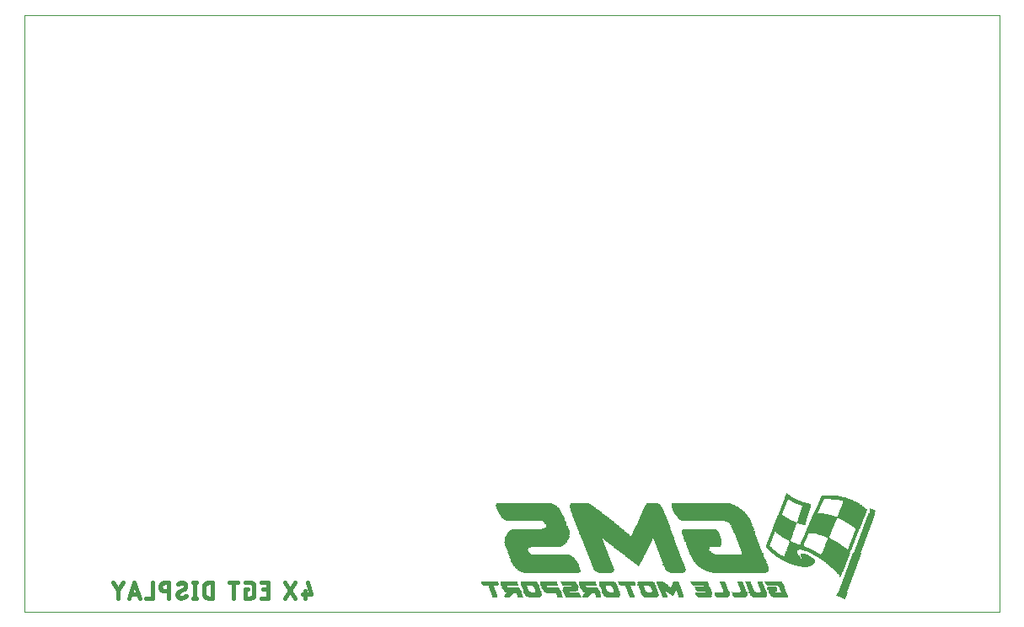
<source format=gbo>
G75*
%MOIN*%
%OFA0B0*%
%FSLAX25Y25*%
%IPPOS*%
%LPD*%
%AMOC8*
5,1,8,0,0,1.08239X$1,22.5*
%
%ADD10C,0.00000*%
%ADD11R,0.00060X0.00060*%
%ADD12R,0.00241X0.00060*%
%ADD13R,0.00422X0.00060*%
%ADD14R,0.00543X0.00060*%
%ADD15R,0.00784X0.00060*%
%ADD16R,0.00905X0.00060*%
%ADD17R,0.01086X0.00060*%
%ADD18R,0.01267X0.00060*%
%ADD19R,0.01448X0.00060*%
%ADD20R,0.01569X0.00060*%
%ADD21R,0.01810X0.00060*%
%ADD22R,0.05128X0.00060*%
%ADD23R,0.04103X0.00060*%
%ADD24R,0.03681X0.00060*%
%ADD25R,0.03741X0.00060*%
%ADD26R,0.04224X0.00060*%
%ADD27R,0.01448X0.00060*%
%ADD28R,0.04103X0.00060*%
%ADD29R,0.01629X0.00060*%
%ADD30R,0.05310X0.00060*%
%ADD31R,0.01931X0.00060*%
%ADD32R,0.05491X0.00060*%
%ADD33R,0.04525X0.00060*%
%ADD34R,0.04103X0.00060*%
%ADD35R,0.04163X0.00060*%
%ADD36R,0.04585X0.00060*%
%ADD37R,0.01750X0.00060*%
%ADD38R,0.01689X0.00060*%
%ADD39R,0.04526X0.00060*%
%ADD40R,0.05551X0.00060*%
%ADD41R,0.01870X0.00060*%
%ADD42R,0.02172X0.00060*%
%ADD43R,0.05732X0.00060*%
%ADD44R,0.04827X0.00060*%
%ADD45R,0.04405X0.00060*%
%ADD46R,0.04344X0.00060*%
%ADD47R,0.04887X0.00060*%
%ADD48R,0.01870X0.00060*%
%ADD49R,0.04767X0.00060*%
%ADD50R,0.01810X0.00060*%
%ADD51R,0.02051X0.00060*%
%ADD52R,0.05672X0.00060*%
%ADD53R,0.04767X0.00060*%
%ADD54R,0.02052X0.00060*%
%ADD55R,0.02293X0.00060*%
%ADD56R,0.05913X0.00060*%
%ADD57R,0.05008X0.00060*%
%ADD58R,0.04585X0.00060*%
%ADD59R,0.04586X0.00060*%
%ADD60R,0.05129X0.00060*%
%ADD61R,0.01931X0.00060*%
%ADD62R,0.01991X0.00060*%
%ADD63R,0.05008X0.00060*%
%ADD64R,0.01931X0.00060*%
%ADD65R,0.02172X0.00060*%
%ADD66R,0.05792X0.00060*%
%ADD67R,0.04948X0.00060*%
%ADD68R,0.02172X0.00060*%
%ADD69R,0.02474X0.00060*%
%ADD70R,0.06034X0.00060*%
%ADD71R,0.05189X0.00060*%
%ADD72R,0.04827X0.00060*%
%ADD73R,0.05309X0.00060*%
%ADD74R,0.01991X0.00060*%
%ADD75R,0.05189X0.00060*%
%ADD76R,0.01991X0.00060*%
%ADD77R,0.02293X0.00060*%
%ADD78R,0.05853X0.00060*%
%ADD79R,0.02232X0.00060*%
%ADD80R,0.02655X0.00060*%
%ADD81R,0.06094X0.00060*%
%ADD82R,0.04887X0.00060*%
%ADD83R,0.05430X0.00060*%
%ADD84R,0.02112X0.00060*%
%ADD85R,0.02052X0.00060*%
%ADD86R,0.05370X0.00060*%
%ADD87R,0.02354X0.00060*%
%ADD88R,0.05913X0.00060*%
%ADD89R,0.02051X0.00060*%
%ADD90R,0.02836X0.00060*%
%ADD91R,0.06215X0.00060*%
%ADD92R,0.05491X0.00060*%
%ADD93R,0.05129X0.00060*%
%ADD94R,0.05068X0.00060*%
%ADD95R,0.05611X0.00060*%
%ADD96R,0.02172X0.00060*%
%ADD97R,0.02112X0.00060*%
%ADD98R,0.05551X0.00060*%
%ADD99R,0.02353X0.00060*%
%ADD100R,0.05973X0.00060*%
%ADD101R,0.05551X0.00060*%
%ADD102R,0.02956X0.00060*%
%ADD103R,0.06335X0.00060*%
%ADD104R,0.05672X0.00060*%
%ADD105R,0.05189X0.00060*%
%ADD106R,0.05732X0.00060*%
%ADD107R,0.05611X0.00060*%
%ADD108R,0.05672X0.00060*%
%ADD109R,0.02353X0.00060*%
%ADD110R,0.06034X0.00060*%
%ADD111R,0.05611X0.00060*%
%ADD112R,0.03198X0.00060*%
%ADD113R,0.06396X0.00060*%
%ADD114R,0.05793X0.00060*%
%ADD115R,0.05310X0.00060*%
%ADD116R,0.05852X0.00060*%
%ADD117R,0.02233X0.00060*%
%ADD118R,0.05792X0.00060*%
%ADD119R,0.02413X0.00060*%
%ADD120R,0.06094X0.00060*%
%ADD121R,0.03319X0.00060*%
%ADD122R,0.06456X0.00060*%
%ADD123R,0.05913X0.00060*%
%ADD124R,0.05370X0.00060*%
%ADD125R,0.02172X0.00060*%
%ADD126R,0.02232X0.00060*%
%ADD127R,0.05913X0.00060*%
%ADD128R,0.02233X0.00060*%
%ADD129R,0.02172X0.00060*%
%ADD130R,0.02414X0.00060*%
%ADD131R,0.06154X0.00060*%
%ADD132R,0.02353X0.00060*%
%ADD133R,0.03500X0.00060*%
%ADD134R,0.06577X0.00060*%
%ADD135R,0.05491X0.00060*%
%ADD136R,0.05491X0.00060*%
%ADD137R,0.02232X0.00060*%
%ADD138R,0.05974X0.00060*%
%ADD139R,0.02233X0.00060*%
%ADD140R,0.02413X0.00060*%
%ADD141R,0.06215X0.00060*%
%ADD142R,0.05973X0.00060*%
%ADD143R,0.03681X0.00060*%
%ADD144R,0.06637X0.00060*%
%ADD145R,0.05551X0.00060*%
%ADD146R,0.06034X0.00060*%
%ADD147R,0.00362X0.00060*%
%ADD148R,0.02474X0.00060*%
%ADD149R,0.06215X0.00060*%
%ADD150R,0.06094X0.00060*%
%ADD151R,0.02413X0.00060*%
%ADD152R,0.06637X0.00060*%
%ADD153R,0.06154X0.00060*%
%ADD154R,0.02293X0.00060*%
%ADD155R,0.06215X0.00060*%
%ADD156R,0.02474X0.00060*%
%ADD157R,0.03620X0.00060*%
%ADD158R,0.06697X0.00060*%
%ADD159R,0.06275X0.00060*%
%ADD160R,0.05672X0.00060*%
%ADD161R,0.00604X0.00060*%
%ADD162R,0.02293X0.00060*%
%ADD163R,0.06335X0.00060*%
%ADD164R,0.06275X0.00060*%
%ADD165R,0.02474X0.00060*%
%ADD166R,0.06757X0.00060*%
%ADD167R,0.06396X0.00060*%
%ADD168R,0.05732X0.00060*%
%ADD169R,0.00724X0.00060*%
%ADD170R,0.06396X0.00060*%
%ADD171R,0.02414X0.00060*%
%ADD172R,0.06275X0.00060*%
%ADD173R,0.02474X0.00060*%
%ADD174R,0.06758X0.00060*%
%ADD175R,0.05792X0.00060*%
%ADD176R,0.05793X0.00060*%
%ADD177R,0.00844X0.00060*%
%ADD178R,0.06456X0.00060*%
%ADD179R,0.02293X0.00060*%
%ADD180R,0.03620X0.00060*%
%ADD181R,0.06818X0.00060*%
%ADD182R,0.06517X0.00060*%
%ADD183R,0.05793X0.00060*%
%ADD184R,0.00965X0.00060*%
%ADD185R,0.06516X0.00060*%
%ADD186R,0.06275X0.00060*%
%ADD187R,0.03680X0.00060*%
%ADD188R,0.06878X0.00060*%
%ADD189R,0.06577X0.00060*%
%ADD190R,0.05853X0.00060*%
%ADD191R,0.06396X0.00060*%
%ADD192R,0.01026X0.00060*%
%ADD193R,0.06637X0.00060*%
%ADD194R,0.03620X0.00060*%
%ADD195R,0.06818X0.00060*%
%ADD196R,0.06637X0.00060*%
%ADD197R,0.05913X0.00060*%
%ADD198R,0.06396X0.00060*%
%ADD199R,0.01207X0.00060*%
%ADD200R,0.02293X0.00060*%
%ADD201R,0.06697X0.00060*%
%ADD202R,0.06637X0.00060*%
%ADD203R,0.06275X0.00060*%
%ADD204R,0.06698X0.00060*%
%ADD205R,0.02474X0.00060*%
%ADD206R,0.06879X0.00060*%
%ADD207R,0.06758X0.00060*%
%ADD208R,0.06456X0.00060*%
%ADD209R,0.01267X0.00060*%
%ADD210R,0.03681X0.00060*%
%ADD211R,0.06939X0.00060*%
%ADD212R,0.06456X0.00060*%
%ADD213R,0.01388X0.00060*%
%ADD214R,0.06757X0.00060*%
%ADD215R,0.06758X0.00060*%
%ADD216R,0.03620X0.00060*%
%ADD217R,0.06878X0.00060*%
%ADD218R,0.01569X0.00060*%
%ADD219R,0.06939X0.00060*%
%ADD220R,0.06878X0.00060*%
%ADD221R,0.01629X0.00060*%
%ADD222R,0.06879X0.00060*%
%ADD223R,0.06939X0.00060*%
%ADD224R,0.06939X0.00060*%
%ADD225R,0.01750X0.00060*%
%ADD226R,0.03620X0.00060*%
%ADD227R,0.01810X0.00060*%
%ADD228R,0.06154X0.00060*%
%ADD229R,0.02414X0.00060*%
%ADD230R,0.06999X0.00060*%
%ADD231R,0.06999X0.00060*%
%ADD232R,0.06033X0.00060*%
%ADD233R,0.03680X0.00060*%
%ADD234R,0.05852X0.00060*%
%ADD235R,0.02534X0.00060*%
%ADD236R,0.06999X0.00060*%
%ADD237R,0.05974X0.00060*%
%ADD238R,0.05431X0.00060*%
%ADD239R,0.06999X0.00060*%
%ADD240R,0.05853X0.00060*%
%ADD241R,0.02715X0.00060*%
%ADD242R,0.02534X0.00060*%
%ADD243R,0.02655X0.00060*%
%ADD244R,0.02655X0.00060*%
%ADD245R,0.05913X0.00060*%
%ADD246R,0.02594X0.00060*%
%ADD247R,0.02534X0.00060*%
%ADD248R,0.02715X0.00060*%
%ADD249R,0.05973X0.00060*%
%ADD250R,0.02836X0.00060*%
%ADD251R,0.02896X0.00060*%
%ADD252R,0.06215X0.00060*%
%ADD253R,0.03077X0.00060*%
%ADD254R,0.03560X0.00060*%
%ADD255R,0.03137X0.00060*%
%ADD256R,0.03258X0.00060*%
%ADD257R,0.03620X0.00060*%
%ADD258R,0.03017X0.00060*%
%ADD259R,0.05310X0.00060*%
%ADD260R,0.03319X0.00060*%
%ADD261R,0.04948X0.00060*%
%ADD262R,0.03258X0.00060*%
%ADD263R,0.03500X0.00060*%
%ADD264R,0.06517X0.00060*%
%ADD265R,0.05250X0.00060*%
%ADD266R,0.03319X0.00060*%
%ADD267R,0.05551X0.00060*%
%ADD268R,0.03560X0.00060*%
%ADD269R,0.03379X0.00060*%
%ADD270R,0.06577X0.00060*%
%ADD271R,0.03439X0.00060*%
%ADD272R,0.03801X0.00060*%
%ADD273R,0.06698X0.00060*%
%ADD274R,0.03439X0.00060*%
%ADD275R,0.03922X0.00060*%
%ADD276R,0.03560X0.00060*%
%ADD277R,0.03982X0.00060*%
%ADD278R,0.04043X0.00060*%
%ADD279R,0.04163X0.00060*%
%ADD280R,0.03560X0.00060*%
%ADD281R,0.03560X0.00060*%
%ADD282R,0.08689X0.00060*%
%ADD283R,0.03560X0.00060*%
%ADD284R,0.08689X0.00060*%
%ADD285R,0.06879X0.00060*%
%ADD286R,0.06818X0.00060*%
%ADD287R,0.08689X0.00060*%
%ADD288R,0.05974X0.00060*%
%ADD289R,0.06939X0.00060*%
%ADD290R,0.06939X0.00060*%
%ADD291R,0.03741X0.00060*%
%ADD292R,0.03680X0.00060*%
%ADD293R,0.03741X0.00060*%
%ADD294R,0.08749X0.00060*%
%ADD295R,0.03802X0.00060*%
%ADD296R,0.04767X0.00060*%
%ADD297R,0.03802X0.00060*%
%ADD298R,0.04706X0.00060*%
%ADD299R,0.04646X0.00060*%
%ADD300R,0.04646X0.00060*%
%ADD301R,0.03499X0.00060*%
%ADD302R,0.04586X0.00060*%
%ADD303R,0.04465X0.00060*%
%ADD304R,0.03379X0.00060*%
%ADD305R,0.04405X0.00060*%
%ADD306R,0.03319X0.00060*%
%ADD307R,0.05370X0.00060*%
%ADD308R,0.03500X0.00060*%
%ADD309R,0.03077X0.00060*%
%ADD310R,0.04344X0.00060*%
%ADD311R,0.05129X0.00060*%
%ADD312R,0.04284X0.00060*%
%ADD313R,0.03379X0.00060*%
%ADD314R,0.04224X0.00060*%
%ADD315R,0.03319X0.00060*%
%ADD316R,0.03258X0.00060*%
%ADD317R,0.04043X0.00060*%
%ADD318R,0.03499X0.00060*%
%ADD319R,0.03198X0.00060*%
%ADD320R,0.04043X0.00060*%
%ADD321R,0.03137X0.00060*%
%ADD322R,0.03982X0.00060*%
%ADD323R,0.03922X0.00060*%
%ADD324R,0.06215X0.00060*%
%ADD325R,0.03017X0.00060*%
%ADD326R,0.03922X0.00060*%
%ADD327R,0.06456X0.00060*%
%ADD328R,0.05732X0.00060*%
%ADD329R,0.02957X0.00060*%
%ADD330R,0.06335X0.00060*%
%ADD331R,0.02957X0.00060*%
%ADD332R,0.02896X0.00060*%
%ADD333R,0.03741X0.00060*%
%ADD334R,0.06697X0.00060*%
%ADD335R,0.02836X0.00060*%
%ADD336R,0.06456X0.00060*%
%ADD337R,0.02836X0.00060*%
%ADD338R,0.02715X0.00060*%
%ADD339R,0.06757X0.00060*%
%ADD340R,0.02594X0.00060*%
%ADD341R,0.03439X0.00060*%
%ADD342R,0.02594X0.00060*%
%ADD343R,0.03379X0.00060*%
%ADD344R,0.06698X0.00060*%
%ADD345R,0.06517X0.00060*%
%ADD346R,0.03198X0.00060*%
%ADD347R,0.06637X0.00060*%
%ADD348R,0.06033X0.00060*%
%ADD349R,0.06033X0.00060*%
%ADD350R,0.06516X0.00060*%
%ADD351R,0.03439X0.00060*%
%ADD352R,0.03439X0.00060*%
%ADD353R,0.06576X0.00060*%
%ADD354R,0.02776X0.00060*%
%ADD355R,0.02776X0.00060*%
%ADD356R,0.01931X0.00060*%
%ADD357R,0.05611X0.00060*%
%ADD358R,0.03439X0.00060*%
%ADD359R,0.03379X0.00060*%
%ADD360R,0.03379X0.00060*%
%ADD361R,0.03319X0.00060*%
%ADD362R,0.00061X0.00060*%
%ADD363R,0.00121X0.00060*%
%ADD364R,0.00181X0.00060*%
%ADD365R,0.00302X0.00060*%
%ADD366R,0.00422X0.00060*%
%ADD367R,0.00483X0.00060*%
%ADD368R,0.00603X0.00060*%
%ADD369R,0.00663X0.00060*%
%ADD370R,0.00785X0.00060*%
%ADD371R,0.00785X0.00060*%
%ADD372R,0.00845X0.00060*%
%ADD373R,0.00965X0.00060*%
%ADD374R,0.01026X0.00060*%
%ADD375R,0.01146X0.00060*%
%ADD376R,0.01207X0.00060*%
%ADD377R,0.01267X0.00060*%
%ADD378R,0.01388X0.00060*%
%ADD379R,0.01509X0.00060*%
%ADD380R,0.01569X0.00060*%
%ADD381R,0.02052X0.00060*%
%ADD382R,0.21420X0.00060*%
%ADD383R,0.05189X0.00060*%
%ADD384R,0.22325X0.00060*%
%ADD385R,0.03258X0.00060*%
%ADD386R,0.22144X0.00060*%
%ADD387R,0.22747X0.00060*%
%ADD388R,0.22566X0.00060*%
%ADD389R,0.22989X0.00060*%
%ADD390R,0.22928X0.00060*%
%ADD391R,0.23169X0.00060*%
%ADD392R,0.23230X0.00060*%
%ADD393R,0.23350X0.00060*%
%ADD394R,0.23531X0.00060*%
%ADD395R,0.23471X0.00060*%
%ADD396R,0.02715X0.00060*%
%ADD397R,0.23773X0.00060*%
%ADD398R,0.23652X0.00060*%
%ADD399R,0.23894X0.00060*%
%ADD400R,0.07059X0.00060*%
%ADD401R,0.23773X0.00060*%
%ADD402R,0.24135X0.00060*%
%ADD403R,0.07180X0.00060*%
%ADD404R,0.07120X0.00060*%
%ADD405R,0.23893X0.00060*%
%ADD406R,0.02956X0.00060*%
%ADD407R,0.24256X0.00060*%
%ADD408R,0.07301X0.00060*%
%ADD409R,0.07180X0.00060*%
%ADD410R,0.24014X0.00060*%
%ADD411R,0.03017X0.00060*%
%ADD412R,0.24497X0.00060*%
%ADD413R,0.07361X0.00060*%
%ADD414R,0.24074X0.00060*%
%ADD415R,0.03138X0.00060*%
%ADD416R,0.24618X0.00060*%
%ADD417R,0.07421X0.00060*%
%ADD418R,0.07422X0.00060*%
%ADD419R,0.24195X0.00060*%
%ADD420R,0.03258X0.00060*%
%ADD421R,0.24739X0.00060*%
%ADD422R,0.07543X0.00060*%
%ADD423R,0.07422X0.00060*%
%ADD424R,0.24195X0.00060*%
%ADD425R,0.24859X0.00060*%
%ADD426R,0.07603X0.00060*%
%ADD427R,0.07482X0.00060*%
%ADD428R,0.24316X0.00060*%
%ADD429R,0.24980X0.00060*%
%ADD430R,0.07663X0.00060*%
%ADD431R,0.07602X0.00060*%
%ADD432R,0.24376X0.00060*%
%ADD433R,0.25161X0.00060*%
%ADD434R,0.07663X0.00060*%
%ADD435R,0.07663X0.00060*%
%ADD436R,0.24497X0.00060*%
%ADD437R,0.25281X0.00060*%
%ADD438R,0.07723X0.00060*%
%ADD439R,0.24557X0.00060*%
%ADD440R,0.25402X0.00060*%
%ADD441R,0.07784X0.00060*%
%ADD442R,0.07783X0.00060*%
%ADD443R,0.25523X0.00060*%
%ADD444R,0.07844X0.00060*%
%ADD445R,0.07783X0.00060*%
%ADD446R,0.24678X0.00060*%
%ADD447R,0.03861X0.00060*%
%ADD448R,0.25643X0.00060*%
%ADD449R,0.07844X0.00060*%
%ADD450R,0.07844X0.00060*%
%ADD451R,0.24738X0.00060*%
%ADD452R,0.03922X0.00060*%
%ADD453R,0.25764X0.00060*%
%ADD454R,0.07904X0.00060*%
%ADD455R,0.24799X0.00060*%
%ADD456R,0.03982X0.00060*%
%ADD457R,0.25824X0.00060*%
%ADD458R,0.07965X0.00060*%
%ADD459R,0.24859X0.00060*%
%ADD460R,0.25885X0.00060*%
%ADD461R,0.07965X0.00060*%
%ADD462R,0.24919X0.00060*%
%ADD463R,0.03258X0.00060*%
%ADD464R,0.26006X0.00060*%
%ADD465R,0.24919X0.00060*%
%ADD466R,0.26066X0.00060*%
%ADD467R,0.08025X0.00060*%
%ADD468R,0.24980X0.00060*%
%ADD469R,0.04344X0.00060*%
%ADD470R,0.26187X0.00060*%
%ADD471R,0.08025X0.00060*%
%ADD472R,0.25040X0.00060*%
%ADD473R,0.26247X0.00060*%
%ADD474R,0.08085X0.00060*%
%ADD475R,0.08085X0.00060*%
%ADD476R,0.25161X0.00060*%
%ADD477R,0.03198X0.00060*%
%ADD478R,0.04525X0.00060*%
%ADD479R,0.26368X0.00060*%
%ADD480R,0.08145X0.00060*%
%ADD481R,0.08085X0.00060*%
%ADD482R,0.04585X0.00060*%
%ADD483R,0.26428X0.00060*%
%ADD484R,0.08145X0.00060*%
%ADD485R,0.26488X0.00060*%
%ADD486R,0.08146X0.00060*%
%ADD487R,0.25281X0.00060*%
%ADD488R,0.26548X0.00060*%
%ADD489R,0.08146X0.00060*%
%ADD490R,0.25281X0.00060*%
%ADD491R,0.04887X0.00060*%
%ADD492R,0.26669X0.00060*%
%ADD493R,0.08206X0.00060*%
%ADD494R,0.03198X0.00060*%
%ADD495R,0.05008X0.00060*%
%ADD496R,0.26669X0.00060*%
%ADD497R,0.08206X0.00060*%
%ADD498R,0.25342X0.00060*%
%ADD499R,0.05069X0.00060*%
%ADD500R,0.26790X0.00060*%
%ADD501R,0.08206X0.00060*%
%ADD502R,0.08145X0.00060*%
%ADD503R,0.25402X0.00060*%
%ADD504R,0.26850X0.00060*%
%ADD505R,0.03198X0.00060*%
%ADD506R,0.05249X0.00060*%
%ADD507R,0.26971X0.00060*%
%ADD508R,0.08266X0.00060*%
%ADD509R,0.25462X0.00060*%
%ADD510R,0.27031X0.00060*%
%ADD511R,0.08266X0.00060*%
%ADD512R,0.25523X0.00060*%
%ADD513R,0.27031X0.00060*%
%ADD514R,0.25523X0.00060*%
%ADD515R,0.05551X0.00060*%
%ADD516R,0.01086X0.00060*%
%ADD517R,0.27091X0.00060*%
%ADD518R,0.05672X0.00060*%
%ADD519R,0.27212X0.00060*%
%ADD520R,0.08326X0.00060*%
%ADD521R,0.25583X0.00060*%
%ADD522R,0.27212X0.00060*%
%ADD523R,0.08266X0.00060*%
%ADD524R,0.25644X0.00060*%
%ADD525R,0.03137X0.00060*%
%ADD526R,0.27272X0.00060*%
%ADD527R,0.08326X0.00060*%
%ADD528R,0.25643X0.00060*%
%ADD529R,0.04284X0.00060*%
%ADD530R,0.27333X0.00060*%
%ADD531R,0.08326X0.00060*%
%ADD532R,0.08267X0.00060*%
%ADD533R,0.25643X0.00060*%
%ADD534R,0.04827X0.00060*%
%ADD535R,0.27393X0.00060*%
%ADD536R,0.08267X0.00060*%
%ADD537R,0.27453X0.00060*%
%ADD538R,0.08327X0.00060*%
%ADD539R,0.25704X0.00060*%
%ADD540R,0.27514X0.00060*%
%ADD541R,0.00362X0.00060*%
%ADD542R,0.25704X0.00060*%
%ADD543R,0.27574X0.00060*%
%ADD544R,0.00543X0.00060*%
%ADD545R,0.25704X0.00060*%
%ADD546R,0.27574X0.00060*%
%ADD547R,0.08327X0.00060*%
%ADD548R,0.00603X0.00060*%
%ADD549R,0.27634X0.00060*%
%ADD550R,0.00724X0.00060*%
%ADD551R,0.25764X0.00060*%
%ADD552R,0.03138X0.00060*%
%ADD553R,0.27695X0.00060*%
%ADD554R,0.00905X0.00060*%
%ADD555R,0.07241X0.00060*%
%ADD556R,0.27755X0.00060*%
%ADD557R,0.08387X0.00060*%
%ADD558R,0.25764X0.00060*%
%ADD559R,0.07482X0.00060*%
%ADD560R,0.27815X0.00060*%
%ADD561R,0.01086X0.00060*%
%ADD562R,0.25824X0.00060*%
%ADD563R,0.27815X0.00060*%
%ADD564R,0.08025X0.00060*%
%ADD565R,0.27876X0.00060*%
%ADD566R,0.01328X0.00060*%
%ADD567R,0.07059X0.00060*%
%ADD568R,0.27936X0.00060*%
%ADD569R,0.25824X0.00060*%
%ADD570R,0.07180X0.00060*%
%ADD571R,0.08568X0.00060*%
%ADD572R,0.27876X0.00060*%
%ADD573R,0.08387X0.00060*%
%ADD574R,0.01569X0.00060*%
%ADD575R,0.07301X0.00060*%
%ADD576R,0.08809X0.00060*%
%ADD577R,0.27996X0.00060*%
%ADD578R,0.08327X0.00060*%
%ADD579R,0.01629X0.00060*%
%ADD580R,0.08990X0.00060*%
%ADD581R,0.28057X0.00060*%
%ADD582R,0.03138X0.00060*%
%ADD583R,0.07482X0.00060*%
%ADD584R,0.09231X0.00060*%
%ADD585R,0.07602X0.00060*%
%ADD586R,0.09473X0.00060*%
%ADD587R,0.28117X0.00060*%
%ADD588R,0.07723X0.00060*%
%ADD589R,0.09654X0.00060*%
%ADD590R,0.28178X0.00060*%
%ADD591R,0.02112X0.00060*%
%ADD592R,0.09835X0.00060*%
%ADD593R,0.07904X0.00060*%
%ADD594R,0.10016X0.00060*%
%ADD595R,0.08267X0.00060*%
%ADD596R,0.08025X0.00060*%
%ADD597R,0.10197X0.00060*%
%ADD598R,0.28178X0.00060*%
%ADD599R,0.10438X0.00060*%
%ADD600R,0.28238X0.00060*%
%ADD601R,0.04103X0.00060*%
%ADD602R,0.28298X0.00060*%
%ADD603R,0.04163X0.00060*%
%ADD604R,0.28298X0.00060*%
%ADD605R,0.03077X0.00060*%
%ADD606R,0.08447X0.00060*%
%ADD607R,0.04224X0.00060*%
%ADD608R,0.28358X0.00060*%
%ADD609R,0.02896X0.00060*%
%ADD610R,0.08568X0.00060*%
%ADD611R,0.28359X0.00060*%
%ADD612R,0.03017X0.00060*%
%ADD613R,0.08628X0.00060*%
%ADD614R,0.28359X0.00060*%
%ADD615R,0.08749X0.00060*%
%ADD616R,0.04465X0.00060*%
%ADD617R,0.28419X0.00060*%
%ADD618R,0.25764X0.00060*%
%ADD619R,0.08809X0.00060*%
%ADD620R,0.28419X0.00060*%
%ADD621R,0.08930X0.00060*%
%ADD622R,0.04646X0.00060*%
%ADD623R,0.28479X0.00060*%
%ADD624R,0.09051X0.00060*%
%ADD625R,0.28540X0.00060*%
%ADD626R,0.25704X0.00060*%
%ADD627R,0.09171X0.00060*%
%ADD628R,0.04767X0.00060*%
%ADD629R,0.07180X0.00060*%
%ADD630R,0.28480X0.00060*%
%ADD631R,0.25704X0.00060*%
%ADD632R,0.09292X0.00060*%
%ADD633R,0.09413X0.00060*%
%ADD634R,0.04767X0.00060*%
%ADD635R,0.07240X0.00060*%
%ADD636R,0.28539X0.00060*%
%ADD637R,0.03922X0.00060*%
%ADD638R,0.25704X0.00060*%
%ADD639R,0.09533X0.00060*%
%ADD640R,0.28600X0.00060*%
%ADD641R,0.09593X0.00060*%
%ADD642R,0.04706X0.00060*%
%ADD643R,0.07361X0.00060*%
%ADD644R,0.28600X0.00060*%
%ADD645R,0.09714X0.00060*%
%ADD646R,0.28600X0.00060*%
%ADD647R,0.07481X0.00060*%
%ADD648R,0.28660X0.00060*%
%ADD649R,0.04404X0.00060*%
%ADD650R,0.25583X0.00060*%
%ADD651R,0.09956X0.00060*%
%ADD652R,0.28720X0.00060*%
%ADD653R,0.25583X0.00060*%
%ADD654R,0.10016X0.00060*%
%ADD655R,0.25583X0.00060*%
%ADD656R,0.10137X0.00060*%
%ADD657R,0.25522X0.00060*%
%ADD658R,0.10257X0.00060*%
%ADD659R,0.04526X0.00060*%
%ADD660R,0.28721X0.00060*%
%ADD661R,0.10378X0.00060*%
%ADD662R,0.07844X0.00060*%
%ADD663R,0.28721X0.00060*%
%ADD664R,0.04948X0.00060*%
%ADD665R,0.25463X0.00060*%
%ADD666R,0.10499X0.00060*%
%ADD667R,0.28781X0.00060*%
%ADD668R,0.25462X0.00060*%
%ADD669R,0.10559X0.00060*%
%ADD670R,0.28781X0.00060*%
%ADD671R,0.25462X0.00060*%
%ADD672R,0.10740X0.00060*%
%ADD673R,0.28781X0.00060*%
%ADD674R,0.25402X0.00060*%
%ADD675R,0.10800X0.00060*%
%ADD676R,0.04344X0.00060*%
%ADD677R,0.05370X0.00060*%
%ADD678R,0.10981X0.00060*%
%ADD679R,0.28841X0.00060*%
%ADD680R,0.05491X0.00060*%
%ADD681R,0.11042X0.00060*%
%ADD682R,0.28841X0.00060*%
%ADD683R,0.11163X0.00060*%
%ADD684R,0.04163X0.00060*%
%ADD685R,0.11283X0.00060*%
%ADD686R,0.04103X0.00060*%
%ADD687R,0.28841X0.00060*%
%ADD688R,0.25221X0.00060*%
%ADD689R,0.11404X0.00060*%
%ADD690R,0.04043X0.00060*%
%ADD691R,0.28902X0.00060*%
%ADD692R,0.25221X0.00060*%
%ADD693R,0.11524X0.00060*%
%ADD694R,0.08387X0.00060*%
%ADD695R,0.28901X0.00060*%
%ADD696R,0.25161X0.00060*%
%ADD697R,0.11645X0.00060*%
%ADD698R,0.08447X0.00060*%
%ADD699R,0.28901X0.00060*%
%ADD700R,0.25100X0.00060*%
%ADD701R,0.11706X0.00060*%
%ADD702R,0.08507X0.00060*%
%ADD703R,0.28902X0.00060*%
%ADD704R,0.25100X0.00060*%
%ADD705R,0.11886X0.00060*%
%ADD706R,0.03861X0.00060*%
%ADD707R,0.08568X0.00060*%
%ADD708R,0.25040X0.00060*%
%ADD709R,0.12007X0.00060*%
%ADD710R,0.08628X0.00060*%
%ADD711R,0.28962X0.00060*%
%ADD712R,0.25040X0.00060*%
%ADD713R,0.12067X0.00060*%
%ADD714R,0.02534X0.00060*%
%ADD715R,0.28902X0.00060*%
%ADD716R,0.24980X0.00060*%
%ADD717R,0.03017X0.00060*%
%ADD718R,0.12248X0.00060*%
%ADD719R,0.28962X0.00060*%
%ADD720R,0.12309X0.00060*%
%ADD721R,0.24919X0.00060*%
%ADD722R,0.12490X0.00060*%
%ADD723R,0.24798X0.00060*%
%ADD724R,0.12611X0.00060*%
%ADD725R,0.28962X0.00060*%
%ADD726R,0.24799X0.00060*%
%ADD727R,0.12671X0.00060*%
%ADD728R,0.24739X0.00060*%
%ADD729R,0.12852X0.00060*%
%ADD730R,0.05672X0.00060*%
%ADD731R,0.07241X0.00060*%
%ADD732R,0.24618X0.00060*%
%ADD733R,0.12972X0.00060*%
%ADD734R,0.05611X0.00060*%
%ADD735R,0.07361X0.00060*%
%ADD736R,0.24618X0.00060*%
%ADD737R,0.13093X0.00060*%
%ADD738R,0.13214X0.00060*%
%ADD739R,0.02896X0.00060*%
%ADD740R,0.07602X0.00060*%
%ADD741R,0.24376X0.00060*%
%ADD742R,0.13334X0.00060*%
%ADD743R,0.03017X0.00060*%
%ADD744R,0.11042X0.00060*%
%ADD745R,0.02655X0.00060*%
%ADD746R,0.24135X0.00060*%
%ADD747R,0.10981X0.00060*%
%ADD748R,0.05309X0.00060*%
%ADD749R,0.07904X0.00060*%
%ADD750R,0.02956X0.00060*%
%ADD751R,0.05309X0.00060*%
%ADD752R,0.08991X0.00060*%
%ADD753R,0.10620X0.00060*%
%ADD754R,0.08990X0.00060*%
%ADD755R,0.08930X0.00060*%
%ADD756R,0.10318X0.00060*%
%ADD757R,0.08809X0.00060*%
%ADD758R,0.10981X0.00060*%
%ADD759R,0.08870X0.00060*%
%ADD760R,0.10076X0.00060*%
%ADD761R,0.08749X0.00060*%
%ADD762R,0.11042X0.00060*%
%ADD763R,0.02534X0.00060*%
%ADD764R,0.01689X0.00060*%
%ADD765R,0.05069X0.00060*%
%ADD766R,0.09775X0.00060*%
%ADD767R,0.01569X0.00060*%
%ADD768R,0.08628X0.00060*%
%ADD769R,0.09654X0.00060*%
%ADD770R,0.10981X0.00060*%
%ADD771R,0.09533X0.00060*%
%ADD772R,0.08688X0.00060*%
%ADD773R,0.08507X0.00060*%
%ADD774R,0.10981X0.00060*%
%ADD775R,0.04887X0.00060*%
%ADD776R,0.09413X0.00060*%
%ADD777R,0.08809X0.00060*%
%ADD778R,0.08507X0.00060*%
%ADD779R,0.09352X0.00060*%
%ADD780R,0.08870X0.00060*%
%ADD781R,0.09231X0.00060*%
%ADD782R,0.09051X0.00060*%
%ADD783R,0.09111X0.00060*%
%ADD784R,0.09111X0.00060*%
%ADD785R,0.02655X0.00060*%
%ADD786R,0.08387X0.00060*%
%ADD787R,0.09111X0.00060*%
%ADD788R,0.09231X0.00060*%
%ADD789R,0.04646X0.00060*%
%ADD790R,0.08991X0.00060*%
%ADD791R,0.09292X0.00060*%
%ADD792R,0.09473X0.00060*%
%ADD793R,0.08870X0.00060*%
%ADD794R,0.09533X0.00060*%
%ADD795R,0.02715X0.00060*%
%ADD796R,0.08749X0.00060*%
%ADD797R,0.09654X0.00060*%
%ADD798R,0.04526X0.00060*%
%ADD799R,0.09775X0.00060*%
%ADD800R,0.02957X0.00060*%
%ADD801R,0.02776X0.00060*%
%ADD802R,0.01991X0.00060*%
%ADD803R,0.09895X0.00060*%
%ADD804R,0.08628X0.00060*%
%ADD805R,0.09956X0.00060*%
%ADD806R,0.04404X0.00060*%
%ADD807R,0.02051X0.00060*%
%ADD808R,0.08628X0.00060*%
%ADD809R,0.10137X0.00060*%
%ADD810R,0.02896X0.00060*%
%ADD811R,0.10921X0.00060*%
%ADD812R,0.01991X0.00060*%
%ADD813R,0.10197X0.00060*%
%ADD814R,0.02836X0.00060*%
%ADD815R,0.01991X0.00060*%
%ADD816R,0.08568X0.00060*%
%ADD817R,0.10318X0.00060*%
%ADD818R,0.10378X0.00060*%
%ADD819R,0.10981X0.00060*%
%ADD820R,0.04284X0.00060*%
%ADD821R,0.08447X0.00060*%
%ADD822R,0.10559X0.00060*%
%ADD823R,0.02896X0.00060*%
%ADD824R,0.01931X0.00060*%
%ADD825R,0.10619X0.00060*%
%ADD826R,0.10921X0.00060*%
%ADD827R,0.10740X0.00060*%
%ADD828R,0.10800X0.00060*%
%ADD829R,0.01870X0.00060*%
%ADD830R,0.11163X0.00060*%
%ADD831R,0.10921X0.00060*%
%ADD832R,0.11283X0.00060*%
%ADD833R,0.10921X0.00060*%
%ADD834R,0.11464X0.00060*%
%ADD835R,0.01810X0.00060*%
%ADD836R,0.11585X0.00060*%
%ADD837R,0.01327X0.00060*%
%ADD838R,0.04344X0.00060*%
%ADD839R,0.01810X0.00060*%
%ADD840R,0.11706X0.00060*%
%ADD841R,0.01327X0.00060*%
%ADD842R,0.09473X0.00060*%
%ADD843R,0.04405X0.00060*%
%ADD844R,0.11826X0.00060*%
%ADD845R,0.09413X0.00060*%
%ADD846R,0.01328X0.00060*%
%ADD847R,0.04707X0.00060*%
%ADD848R,0.09171X0.00060*%
%ADD849R,0.09292X0.00060*%
%ADD850R,0.12128X0.00060*%
%ADD851R,0.09051X0.00060*%
%ADD852R,0.09050X0.00060*%
%ADD853R,0.12248X0.00060*%
%ADD854R,0.08930X0.00060*%
%ADD855R,0.08387X0.00060*%
%ADD856R,0.01750X0.00060*%
%ADD857R,0.12550X0.00060*%
%ADD858R,0.01750X0.00060*%
%ADD859R,0.01750X0.00060*%
%ADD860R,0.12731X0.00060*%
%ADD861R,0.08568X0.00060*%
%ADD862R,0.12852X0.00060*%
%ADD863R,0.07965X0.00060*%
%ADD864R,0.01689X0.00060*%
%ADD865R,0.12973X0.00060*%
%ADD866R,0.13033X0.00060*%
%ADD867R,0.08809X0.00060*%
%ADD868R,0.13154X0.00060*%
%ADD869R,0.07481X0.00060*%
%ADD870R,0.01690X0.00060*%
%ADD871R,0.13274X0.00060*%
%ADD872R,0.09050X0.00060*%
%ADD873R,0.01328X0.00060*%
%ADD874R,0.07301X0.00060*%
%ADD875R,0.08628X0.00060*%
%ADD876R,0.13395X0.00060*%
%ADD877R,0.13455X0.00060*%
%ADD878R,0.09352X0.00060*%
%ADD879R,0.07723X0.00060*%
%ADD880R,0.13576X0.00060*%
%ADD881R,0.13696X0.00060*%
%ADD882R,0.09715X0.00060*%
%ADD883R,0.01388X0.00060*%
%ADD884R,0.01569X0.00060*%
%ADD885R,0.13817X0.00060*%
%ADD886R,0.08991X0.00060*%
%ADD887R,0.13878X0.00060*%
%ADD888R,0.10439X0.00060*%
%ADD889R,0.07241X0.00060*%
%ADD890R,0.12792X0.00060*%
%ADD891R,0.14059X0.00060*%
%ADD892R,0.21359X0.00060*%
%ADD893R,0.12972X0.00060*%
%ADD894R,0.14119X0.00060*%
%ADD895R,0.21721X0.00060*%
%ADD896R,0.07120X0.00060*%
%ADD897R,0.01508X0.00060*%
%ADD898R,0.13093X0.00060*%
%ADD899R,0.14239X0.00060*%
%ADD900R,0.21963X0.00060*%
%ADD901R,0.01508X0.00060*%
%ADD902R,0.13214X0.00060*%
%ADD903R,0.14300X0.00060*%
%ADD904R,0.08206X0.00060*%
%ADD905R,0.22204X0.00060*%
%ADD906R,0.05852X0.00060*%
%ADD907R,0.13274X0.00060*%
%ADD908R,0.14481X0.00060*%
%ADD909R,0.08206X0.00060*%
%ADD910R,0.22385X0.00060*%
%ADD911R,0.13334X0.00060*%
%ADD912R,0.14541X0.00060*%
%ADD913R,0.22506X0.00060*%
%ADD914R,0.14662X0.00060*%
%ADD915R,0.22687X0.00060*%
%ADD916R,0.14722X0.00060*%
%ADD917R,0.22807X0.00060*%
%ADD918R,0.13516X0.00060*%
%ADD919R,0.14843X0.00060*%
%ADD920R,0.22928X0.00060*%
%ADD921R,0.01327X0.00060*%
%ADD922R,0.13576X0.00060*%
%ADD923R,0.14964X0.00060*%
%ADD924R,0.23049X0.00060*%
%ADD925R,0.01387X0.00060*%
%ADD926R,0.13636X0.00060*%
%ADD927R,0.15084X0.00060*%
%ADD928R,0.23109X0.00060*%
%ADD929R,0.01387X0.00060*%
%ADD930R,0.13636X0.00060*%
%ADD931R,0.15144X0.00060*%
%ADD932R,0.23290X0.00060*%
%ADD933R,0.13696X0.00060*%
%ADD934R,0.15265X0.00060*%
%ADD935R,0.03801X0.00060*%
%ADD936R,0.13757X0.00060*%
%ADD937R,0.15386X0.00060*%
%ADD938R,0.08206X0.00060*%
%ADD939R,0.01387X0.00060*%
%ADD940R,0.13757X0.00060*%
%ADD941R,0.15446X0.00060*%
%ADD942R,0.23531X0.00060*%
%ADD943R,0.15628X0.00060*%
%ADD944R,0.13878X0.00060*%
%ADD945R,0.15688X0.00060*%
%ADD946R,0.23712X0.00060*%
%ADD947R,0.15808X0.00060*%
%ADD948R,0.13938X0.00060*%
%ADD949R,0.15869X0.00060*%
%ADD950R,0.23833X0.00060*%
%ADD951R,0.13938X0.00060*%
%ADD952R,0.16050X0.00060*%
%ADD953R,0.02775X0.00060*%
%ADD954R,0.13998X0.00060*%
%ADD955R,0.16110X0.00060*%
%ADD956R,0.23954X0.00060*%
%ADD957R,0.02775X0.00060*%
%ADD958R,0.01448X0.00060*%
%ADD959R,0.14059X0.00060*%
%ADD960R,0.16231X0.00060*%
%ADD961R,0.14059X0.00060*%
%ADD962R,0.16291X0.00060*%
%ADD963R,0.24074X0.00060*%
%ADD964R,0.14119X0.00060*%
%ADD965R,0.16472X0.00060*%
%ADD966R,0.24135X0.00060*%
%ADD967R,0.04465X0.00060*%
%ADD968R,0.16533X0.00060*%
%ADD969R,0.24256X0.00060*%
%ADD970R,0.01508X0.00060*%
%ADD971R,0.16653X0.00060*%
%ADD972R,0.24316X0.00060*%
%ADD973R,0.14179X0.00060*%
%ADD974R,0.16774X0.00060*%
%ADD975R,0.24376X0.00060*%
%ADD976R,0.04103X0.00060*%
%ADD977R,0.14179X0.00060*%
%ADD978R,0.16834X0.00060*%
%ADD979R,0.24437X0.00060*%
%ADD980R,0.14240X0.00060*%
%ADD981R,0.16955X0.00060*%
%ADD982R,0.00905X0.00060*%
%ADD983R,0.14240X0.00060*%
%ADD984R,0.17015X0.00060*%
%ADD985R,0.24497X0.00060*%
%ADD986R,0.01448X0.00060*%
%ADD987R,0.17196X0.00060*%
%ADD988R,0.24557X0.00060*%
%ADD989R,0.02775X0.00060*%
%ADD990R,0.00604X0.00060*%
%ADD991R,0.17257X0.00060*%
%ADD992R,0.14300X0.00060*%
%ADD993R,0.17377X0.00060*%
%ADD994R,0.00302X0.00060*%
%ADD995R,0.17498X0.00060*%
%ADD996R,0.24678X0.00060*%
%ADD997R,0.14360X0.00060*%
%ADD998R,0.17619X0.00060*%
%ADD999R,0.01448X0.00060*%
%ADD1000R,0.00061X0.00060*%
%ADD1001R,0.14360X0.00060*%
%ADD1002R,0.17679X0.00060*%
%ADD1003R,0.24739X0.00060*%
%ADD1004R,0.00121X0.00060*%
%ADD1005R,0.14421X0.00060*%
%ADD1006R,0.17799X0.00060*%
%ADD1007R,0.24738X0.00060*%
%ADD1008R,0.00241X0.00060*%
%ADD1009R,0.14421X0.00060*%
%ADD1010R,0.17920X0.00060*%
%ADD1011R,0.00362X0.00060*%
%ADD1012R,0.14361X0.00060*%
%ADD1013R,0.18041X0.00060*%
%ADD1014R,0.01448X0.00060*%
%ADD1015R,0.00543X0.00060*%
%ADD1016R,0.14481X0.00060*%
%ADD1017R,0.18101X0.00060*%
%ADD1018R,0.24798X0.00060*%
%ADD1019R,0.00664X0.00060*%
%ADD1020R,0.18222X0.00060*%
%ADD1021R,0.24859X0.00060*%
%ADD1022R,0.00784X0.00060*%
%ADD1023R,0.18343X0.00060*%
%ADD1024R,0.24859X0.00060*%
%ADD1025R,0.02111X0.00060*%
%ADD1026R,0.14481X0.00060*%
%ADD1027R,0.18403X0.00060*%
%ADD1028R,0.18584X0.00060*%
%ADD1029R,0.14541X0.00060*%
%ADD1030R,0.18644X0.00060*%
%ADD1031R,0.14541X0.00060*%
%ADD1032R,0.18765X0.00060*%
%ADD1033R,0.24980X0.00060*%
%ADD1034R,0.02715X0.00060*%
%ADD1035R,0.14481X0.00060*%
%ADD1036R,0.18885X0.00060*%
%ADD1037R,0.01690X0.00060*%
%ADD1038R,0.19006X0.00060*%
%ADD1039R,0.01267X0.00060*%
%ADD1040R,0.19067X0.00060*%
%ADD1041R,0.25040X0.00060*%
%ADD1042R,0.01146X0.00060*%
%ADD1043R,0.14602X0.00060*%
%ADD1044R,0.19248X0.00060*%
%ADD1045R,0.25040X0.00060*%
%ADD1046R,0.00965X0.00060*%
%ADD1047R,0.14602X0.00060*%
%ADD1048R,0.19308X0.00060*%
%ADD1049R,0.14541X0.00060*%
%ADD1050R,0.19429X0.00060*%
%ADD1051R,0.19549X0.00060*%
%ADD1052R,0.14602X0.00060*%
%ADD1053R,0.19609X0.00060*%
%ADD1054R,0.19730X0.00060*%
%ADD1055R,0.19851X0.00060*%
%ADD1056R,0.19972X0.00060*%
%ADD1057R,0.14662X0.00060*%
%ADD1058R,0.36625X0.00060*%
%ADD1059R,0.00181X0.00060*%
%ADD1060R,0.14662X0.00060*%
%ADD1061R,0.36625X0.00060*%
%ADD1062R,0.00302X0.00060*%
%ADD1063R,0.14602X0.00060*%
%ADD1064R,0.36625X0.00060*%
%ADD1065R,0.00543X0.00060*%
%ADD1066R,0.36564X0.00060*%
%ADD1067R,0.00845X0.00060*%
%ADD1068R,0.36624X0.00060*%
%ADD1069R,0.01026X0.00060*%
%ADD1070R,0.14662X0.00060*%
%ADD1071R,0.36624X0.00060*%
%ADD1072R,0.14662X0.00060*%
%ADD1073R,0.19851X0.00060*%
%ADD1074R,0.14722X0.00060*%
%ADD1075R,0.19851X0.00060*%
%ADD1076R,0.25040X0.00060*%
%ADD1077R,0.16593X0.00060*%
%ADD1078R,0.19791X0.00060*%
%ADD1079R,0.04163X0.00060*%
%ADD1080R,0.16532X0.00060*%
%ADD1081R,0.19791X0.00060*%
%ADD1082R,0.14722X0.00060*%
%ADD1083R,0.16472X0.00060*%
%ADD1084R,0.16412X0.00060*%
%ADD1085R,0.19610X0.00060*%
%ADD1086R,0.16352X0.00060*%
%ADD1087R,0.19609X0.00060*%
%ADD1088R,0.16352X0.00060*%
%ADD1089R,0.19549X0.00060*%
%ADD1090R,0.16231X0.00060*%
%ADD1091R,0.19489X0.00060*%
%ADD1092R,0.19489X0.00060*%
%ADD1093R,0.24859X0.00060*%
%ADD1094R,0.04827X0.00060*%
%ADD1095R,0.14662X0.00060*%
%ADD1096R,0.19428X0.00060*%
%ADD1097R,0.16110X0.00060*%
%ADD1098R,0.19429X0.00060*%
%ADD1099R,0.02655X0.00060*%
%ADD1100R,0.05068X0.00060*%
%ADD1101R,0.16050X0.00060*%
%ADD1102R,0.19308X0.00060*%
%ADD1103R,0.24799X0.00060*%
%ADD1104R,0.15989X0.00060*%
%ADD1105R,0.03922X0.00060*%
%ADD1106R,0.15989X0.00060*%
%ADD1107R,0.19248X0.00060*%
%ADD1108R,0.15869X0.00060*%
%ADD1109R,0.19187X0.00060*%
%ADD1110R,0.05430X0.00060*%
%ADD1111R,0.19187X0.00060*%
%ADD1112R,0.14602X0.00060*%
%ADD1113R,0.15809X0.00060*%
%ADD1114R,0.19067X0.00060*%
%ADD1115R,0.15748X0.00060*%
%ADD1116R,0.24557X0.00060*%
%ADD1117R,0.15687X0.00060*%
%ADD1118R,0.19006X0.00060*%
%ADD1119R,0.24497X0.00060*%
%ADD1120R,0.15687X0.00060*%
%ADD1121R,0.18946X0.00060*%
%ADD1122R,0.24437X0.00060*%
%ADD1123R,0.15567X0.00060*%
%ADD1124R,0.18946X0.00060*%
%ADD1125R,0.15567X0.00060*%
%ADD1126R,0.18825X0.00060*%
%ADD1127R,0.15446X0.00060*%
%ADD1128R,0.18765X0.00060*%
%ADD1129R,0.15446X0.00060*%
%ADD1130R,0.18765X0.00060*%
%ADD1131R,0.24256X0.00060*%
%ADD1132R,0.02595X0.00060*%
%ADD1133R,0.06335X0.00060*%
%ADD1134R,0.15386X0.00060*%
%ADD1135R,0.18705X0.00060*%
%ADD1136R,0.15326X0.00060*%
%ADD1137R,0.18644X0.00060*%
%ADD1138R,0.24195X0.00060*%
%ADD1139R,0.14420X0.00060*%
%ADD1140R,0.15326X0.00060*%
%ADD1141R,0.18644X0.00060*%
%ADD1142R,0.24135X0.00060*%
%ADD1143R,0.09956X0.00060*%
%ADD1144R,0.14420X0.00060*%
%ADD1145R,0.15205X0.00060*%
%ADD1146R,0.18524X0.00060*%
%ADD1147R,0.24075X0.00060*%
%ADD1148R,0.10016X0.00060*%
%ADD1149R,0.14360X0.00060*%
%ADD1150R,0.15205X0.00060*%
%ADD1151R,0.18523X0.00060*%
%ADD1152R,0.24014X0.00060*%
%ADD1153R,0.15144X0.00060*%
%ADD1154R,0.18463X0.00060*%
%ADD1155R,0.23954X0.00060*%
%ADD1156R,0.10016X0.00060*%
%ADD1157R,0.15084X0.00060*%
%ADD1158R,0.18403X0.00060*%
%ADD1159R,0.15024X0.00060*%
%ADD1160R,0.10016X0.00060*%
%ADD1161R,0.14239X0.00060*%
%ADD1162R,0.15024X0.00060*%
%ADD1163R,0.18282X0.00060*%
%ADD1164R,0.23713X0.00060*%
%ADD1165R,0.07120X0.00060*%
%ADD1166R,0.14904X0.00060*%
%ADD1167R,0.23592X0.00060*%
%ADD1168R,0.07120X0.00060*%
%ADD1169R,0.14904X0.00060*%
%ADD1170R,0.18222X0.00060*%
%ADD1171R,0.14843X0.00060*%
%ADD1172R,0.18161X0.00060*%
%ADD1173R,0.23471X0.00060*%
%ADD1174R,0.09956X0.00060*%
%ADD1175R,0.14783X0.00060*%
%ADD1176R,0.18101X0.00060*%
%ADD1177R,0.23351X0.00060*%
%ADD1178R,0.13998X0.00060*%
%ADD1179R,0.18041X0.00060*%
%ADD1180R,0.23230X0.00060*%
%ADD1181R,0.13998X0.00060*%
%ADD1182R,0.17980X0.00060*%
%ADD1183R,0.23169X0.00060*%
%ADD1184R,0.13878X0.00060*%
%ADD1185R,0.17980X0.00060*%
%ADD1186R,0.13817X0.00060*%
%ADD1187R,0.17920X0.00060*%
%ADD1188R,0.22928X0.00060*%
%ADD1189R,0.13697X0.00060*%
%ADD1190R,0.17920X0.00060*%
%ADD1191R,0.14481X0.00060*%
%ADD1192R,0.17800X0.00060*%
%ADD1193R,0.22626X0.00060*%
%ADD1194R,0.13576X0.00060*%
%ADD1195R,0.14420X0.00060*%
%ADD1196R,0.17739X0.00060*%
%ADD1197R,0.22506X0.00060*%
%ADD1198R,0.13455X0.00060*%
%ADD1199R,0.17739X0.00060*%
%ADD1200R,0.22385X0.00060*%
%ADD1201R,0.17679X0.00060*%
%ADD1202R,0.22144X0.00060*%
%ADD1203R,0.10016X0.00060*%
%ADD1204R,0.13093X0.00060*%
%ADD1205R,0.14300X0.00060*%
%ADD1206R,0.17558X0.00060*%
%ADD1207R,0.21963X0.00060*%
%ADD1208R,0.12852X0.00060*%
%ADD1209R,0.17558X0.00060*%
%ADD1210R,0.12490X0.00060*%
%ADD1211R,0.14179X0.00060*%
%ADD1212R,0.17498X0.00060*%
%ADD1213R,0.21299X0.00060*%
%ADD1214R,0.17498X0.00060*%
%ADD1215R,0.10498X0.00060*%
%ADD1216R,0.14119X0.00060*%
%ADD1217R,0.17437X0.00060*%
%ADD1218R,0.17317X0.00060*%
%ADD1219R,0.09714X0.00060*%
%ADD1220R,0.09956X0.00060*%
%ADD1221R,0.13998X0.00060*%
%ADD1222R,0.17317X0.00060*%
%ADD1223R,0.09594X0.00060*%
%ADD1224R,0.17257X0.00060*%
%ADD1225R,0.17256X0.00060*%
%ADD1226R,0.17136X0.00060*%
%ADD1227R,0.13757X0.00060*%
%ADD1228R,0.17076X0.00060*%
%ADD1229R,0.13757X0.00060*%
%ADD1230R,0.17075X0.00060*%
%ADD1231R,0.13697X0.00060*%
%ADD1232R,0.17015X0.00060*%
%ADD1233R,0.13576X0.00060*%
%ADD1234R,0.16894X0.00060*%
%ADD1235R,0.09956X0.00060*%
%ADD1236R,0.16834X0.00060*%
%ADD1237R,0.13515X0.00060*%
%ADD1238R,0.16834X0.00060*%
%ADD1239R,0.08568X0.00060*%
%ADD1240R,0.16774X0.00060*%
%ADD1241R,0.02534X0.00060*%
%ADD1242R,0.08387X0.00060*%
%ADD1243R,0.13395X0.00060*%
%ADD1244R,0.16713X0.00060*%
%ADD1245R,0.13335X0.00060*%
%ADD1246R,0.16653X0.00060*%
%ADD1247R,0.13335X0.00060*%
%ADD1248R,0.16593X0.00060*%
%ADD1249R,0.13214X0.00060*%
%ADD1250R,0.16593X0.00060*%
%ADD1251R,0.13214X0.00060*%
%ADD1252R,0.16532X0.00060*%
%ADD1253R,0.13154X0.00060*%
%ADD1254R,0.16412X0.00060*%
%ADD1255R,0.13093X0.00060*%
%ADD1256R,0.16291X0.00060*%
%ADD1257R,0.12972X0.00060*%
%ADD1258R,0.16291X0.00060*%
%ADD1259R,0.16170X0.00060*%
%ADD1260R,0.12852X0.00060*%
%ADD1261R,0.16170X0.00060*%
%ADD1262R,0.16110X0.00060*%
%ADD1263R,0.00483X0.00060*%
%ADD1264R,0.12731X0.00060*%
%ADD1265R,0.12731X0.00060*%
%ADD1266R,0.15989X0.00060*%
%ADD1267R,0.15929X0.00060*%
%ADD1268R,0.12610X0.00060*%
%ADD1269R,0.15929X0.00060*%
%ADD1270R,0.01509X0.00060*%
%ADD1271R,0.08508X0.00060*%
%ADD1272R,0.12550X0.00060*%
%ADD1273R,0.12490X0.00060*%
%ADD1274R,0.04646X0.00060*%
%ADD1275R,0.01931X0.00060*%
%ADD1276R,0.08508X0.00060*%
%ADD1277R,0.12430X0.00060*%
%ADD1278R,0.15748X0.00060*%
%ADD1279R,0.12430X0.00060*%
%ADD1280R,0.15688X0.00060*%
%ADD1281R,0.04887X0.00060*%
%ADD1282R,0.12369X0.00060*%
%ADD1283R,0.15628X0.00060*%
%ADD1284R,0.12309X0.00060*%
%ADD1285R,0.12309X0.00060*%
%ADD1286R,0.15507X0.00060*%
%ADD1287R,0.05249X0.00060*%
%ADD1288R,0.12188X0.00060*%
%ADD1289R,0.15507X0.00060*%
%ADD1290R,0.12188X0.00060*%
%ADD1291R,0.15326X0.00060*%
%ADD1292R,0.12067X0.00060*%
%ADD1293R,0.12188X0.00060*%
%ADD1294R,0.12007X0.00060*%
%ADD1295R,0.15265X0.00060*%
%ADD1296R,0.11947X0.00060*%
%ADD1297R,0.11947X0.00060*%
%ADD1298R,0.15205X0.00060*%
%ADD1299R,0.11826X0.00060*%
%ADD1300R,0.09171X0.00060*%
%ADD1301R,0.11826X0.00060*%
%ADD1302R,0.07542X0.00060*%
%ADD1303R,0.09352X0.00060*%
%ADD1304R,0.11766X0.00060*%
%ADD1305R,0.15024X0.00060*%
%ADD1306R,0.11705X0.00060*%
%ADD1307R,0.11645X0.00060*%
%ADD1308R,0.14903X0.00060*%
%ADD1309R,0.09835X0.00060*%
%ADD1310R,0.14843X0.00060*%
%ADD1311R,0.10076X0.00060*%
%ADD1312R,0.11524X0.00060*%
%ADD1313R,0.11464X0.00060*%
%ADD1314R,0.07301X0.00060*%
%ADD1315R,0.10559X0.00060*%
%ADD1316R,0.11404X0.00060*%
%ADD1317R,0.26850X0.00060*%
%ADD1318R,0.22989X0.00060*%
%ADD1319R,0.07603X0.00060*%
%ADD1320R,0.27152X0.00060*%
%ADD1321R,0.07723X0.00060*%
%ADD1322R,0.27212X0.00060*%
%ADD1323R,0.11283X0.00060*%
%ADD1324R,0.07904X0.00060*%
%ADD1325R,0.09895X0.00060*%
%ADD1326R,0.27333X0.00060*%
%ADD1327R,0.11222X0.00060*%
%ADD1328R,0.11162X0.00060*%
%ADD1329R,0.23592X0.00060*%
%ADD1330R,0.27514X0.00060*%
%ADD1331R,0.11162X0.00060*%
%ADD1332R,0.23652X0.00060*%
%ADD1333R,0.27634X0.00060*%
%ADD1334R,0.14239X0.00060*%
%ADD1335R,0.27635X0.00060*%
%ADD1336R,0.14180X0.00060*%
%ADD1337R,0.23833X0.00060*%
%ADD1338R,0.08749X0.00060*%
%ADD1339R,0.23954X0.00060*%
%ADD1340R,0.27816X0.00060*%
%ADD1341R,0.10861X0.00060*%
%ADD1342R,0.23954X0.00060*%
%ADD1343R,0.13998X0.00060*%
%ADD1344R,0.04525X0.00060*%
%ADD1345R,0.10740X0.00060*%
%ADD1346R,0.27876X0.00060*%
%ADD1347R,0.27996X0.00060*%
%ADD1348R,0.10680X0.00060*%
%ADD1349R,0.10619X0.00060*%
%ADD1350R,0.13817X0.00060*%
%ADD1351R,0.09835X0.00060*%
%ADD1352R,0.03982X0.00060*%
%ADD1353R,0.27996X0.00060*%
%ADD1354R,0.10619X0.00060*%
%ADD1355R,0.13757X0.00060*%
%ADD1356R,0.24256X0.00060*%
%ADD1357R,0.28057X0.00060*%
%ADD1358R,0.10498X0.00060*%
%ADD1359R,0.13697X0.00060*%
%ADD1360R,0.24316X0.00060*%
%ADD1361R,0.10197X0.00060*%
%ADD1362R,0.24316X0.00060*%
%ADD1363R,0.28057X0.00060*%
%ADD1364R,0.10378X0.00060*%
%ADD1365R,0.13576X0.00060*%
%ADD1366R,0.10378X0.00060*%
%ADD1367R,0.09714X0.00060*%
%ADD1368R,0.13455X0.00060*%
%ADD1369R,0.24437X0.00060*%
%ADD1370R,0.09594X0.00060*%
%ADD1371R,0.28117X0.00060*%
%ADD1372R,0.10257X0.00060*%
%ADD1373R,0.09352X0.00060*%
%ADD1374R,0.13335X0.00060*%
%ADD1375R,0.10499X0.00060*%
%ADD1376R,0.28178X0.00060*%
%ADD1377R,0.10137X0.00060*%
%ADD1378R,0.13274X0.00060*%
%ADD1379R,0.24557X0.00060*%
%ADD1380R,0.10498X0.00060*%
%ADD1381R,0.10076X0.00060*%
%ADD1382R,0.13214X0.00060*%
%ADD1383R,0.13093X0.00060*%
%ADD1384R,0.10499X0.00060*%
%ADD1385R,0.13033X0.00060*%
%ADD1386R,0.09895X0.00060*%
%ADD1387R,0.13033X0.00060*%
%ADD1388R,0.24678X0.00060*%
%ADD1389R,0.09715X0.00060*%
%ADD1390R,0.12852X0.00060*%
%ADD1391R,0.28177X0.00060*%
%ADD1392R,0.09715X0.00060*%
%ADD1393R,0.12791X0.00060*%
%ADD1394R,0.09593X0.00060*%
%ADD1395R,0.12731X0.00060*%
%ADD1396R,0.12670X0.00060*%
%ADD1397R,0.12610X0.00060*%
%ADD1398R,0.09473X0.00060*%
%ADD1399R,0.28117X0.00060*%
%ADD1400R,0.28117X0.00060*%
%ADD1401R,0.12430X0.00060*%
%ADD1402R,0.28057X0.00060*%
%ADD1403R,0.09292X0.00060*%
%ADD1404R,0.12309X0.00060*%
%ADD1405R,0.24798X0.00060*%
%ADD1406R,0.09232X0.00060*%
%ADD1407R,0.12309X0.00060*%
%ADD1408R,0.03862X0.00060*%
%ADD1409R,0.12248X0.00060*%
%ADD1410R,0.10559X0.00060*%
%ADD1411R,0.09050X0.00060*%
%ADD1412R,0.12128X0.00060*%
%ADD1413R,0.27936X0.00060*%
%ADD1414R,0.12068X0.00060*%
%ADD1415R,0.11887X0.00060*%
%ADD1416R,0.11887X0.00060*%
%ADD1417R,0.27815X0.00060*%
%ADD1418R,0.11766X0.00060*%
%ADD1419R,0.27755X0.00060*%
%ADD1420R,0.27695X0.00060*%
%ADD1421R,0.27695X0.00060*%
%ADD1422R,0.27635X0.00060*%
%ADD1423R,0.11464X0.00060*%
%ADD1424R,0.11344X0.00060*%
%ADD1425R,0.27574X0.00060*%
%ADD1426R,0.27514X0.00060*%
%ADD1427R,0.11223X0.00060*%
%ADD1428R,0.27393X0.00060*%
%ADD1429R,0.27393X0.00060*%
%ADD1430R,0.27333X0.00060*%
%ADD1431R,0.01509X0.00060*%
%ADD1432R,0.27272X0.00060*%
%ADD1433R,0.10800X0.00060*%
%ADD1434R,0.27152X0.00060*%
%ADD1435R,0.27152X0.00060*%
%ADD1436R,0.07783X0.00060*%
%ADD1437R,0.10680X0.00060*%
%ADD1438R,0.27092X0.00060*%
%ADD1439R,0.10620X0.00060*%
%ADD1440R,0.07663X0.00060*%
%ADD1441R,0.26971X0.00060*%
%ADD1442R,0.24617X0.00060*%
%ADD1443R,0.26911X0.00060*%
%ADD1444R,0.10439X0.00060*%
%ADD1445R,0.24617X0.00060*%
%ADD1446R,0.00362X0.00060*%
%ADD1447R,0.26850X0.00060*%
%ADD1448R,0.07542X0.00060*%
%ADD1449R,0.10438X0.00060*%
%ADD1450R,0.26790X0.00060*%
%ADD1451R,0.26730X0.00060*%
%ADD1452R,0.26609X0.00060*%
%ADD1453R,0.09594X0.00060*%
%ADD1454R,0.07180X0.00060*%
%ADD1455R,0.26488X0.00060*%
%ADD1456R,0.26428X0.00060*%
%ADD1457R,0.26307X0.00060*%
%ADD1458R,0.09896X0.00060*%
%ADD1459R,0.26187X0.00060*%
%ADD1460R,0.24316X0.00060*%
%ADD1461R,0.09111X0.00060*%
%ADD1462R,0.26187X0.00060*%
%ADD1463R,0.08990X0.00060*%
%ADD1464R,0.26066X0.00060*%
%ADD1465R,0.26006X0.00060*%
%ADD1466R,0.25885X0.00060*%
%ADD1467R,0.24135X0.00060*%
%ADD1468R,0.03078X0.00060*%
%ADD1469R,0.24015X0.00060*%
%ADD1470R,0.03078X0.00060*%
%ADD1471R,0.23833X0.00060*%
%ADD1472R,0.09111X0.00060*%
%ADD1473R,0.23833X0.00060*%
%ADD1474R,0.08085X0.00060*%
%ADD1475R,0.25281X0.00060*%
%ADD1476R,0.23713X0.00060*%
%ADD1477R,0.23592X0.00060*%
%ADD1478R,0.07844X0.00060*%
%ADD1479R,0.23531X0.00060*%
%ADD1480R,0.23411X0.00060*%
%ADD1481R,0.23350X0.00060*%
%ADD1482R,0.07361X0.00060*%
%ADD1483R,0.23109X0.00060*%
%ADD1484R,0.08085X0.00060*%
%ADD1485R,0.23049X0.00060*%
%ADD1486R,0.04404X0.00060*%
%ADD1487R,0.24015X0.00060*%
%ADD1488R,0.05250X0.00060*%
%ADD1489R,0.22807X0.00060*%
%ADD1490R,0.23894X0.00060*%
%ADD1491R,0.22687X0.00060*%
%ADD1492R,0.23652X0.00060*%
%ADD1493R,0.07543X0.00060*%
%ADD1494R,0.04646X0.00060*%
%ADD1495R,0.04827X0.00060*%
%ADD1496R,0.23230X0.00060*%
%ADD1497R,0.07120X0.00060*%
%ADD1498R,0.22265X0.00060*%
%ADD1499R,0.22988X0.00060*%
%ADD1500R,0.22023X0.00060*%
%ADD1501R,0.22626X0.00060*%
%ADD1502R,0.21782X0.00060*%
%ADD1503R,0.22204X0.00060*%
%ADD1504R,0.21359X0.00060*%
%ADD1505R,0.04163X0.00060*%
%ADD1506R,0.03862X0.00060*%
%ADD1507R,0.10197X0.00060*%
%ADD1508R,0.09473X0.00060*%
%ADD1509R,0.06819X0.00060*%
%ADD1510R,0.05008X0.00060*%
%ADD1511R,0.01086X0.00060*%
%ADD1512R,0.00664X0.00060*%
%ADD1513R,0.00604X0.00060*%
%ADD1514R,0.00483X0.00060*%
%ADD1515R,0.00120X0.00060*%
%ADD1516C,0.01500*%
D10*
X0005437Y0028622D02*
X0005437Y0264843D01*
X0391264Y0264843D01*
X0391264Y0028622D01*
X0005437Y0028622D01*
D11*
X0285590Y0036225D03*
X0329938Y0033751D03*
D12*
X0329908Y0033811D03*
X0328219Y0042620D03*
X0313376Y0051490D03*
X0340286Y0069229D03*
X0261847Y0034958D03*
D13*
X0307070Y0075142D03*
X0329817Y0033871D03*
D14*
X0329757Y0033932D03*
X0328188Y0042862D03*
X0261817Y0035078D03*
D15*
X0329697Y0033992D03*
D16*
X0329636Y0034052D03*
X0307191Y0074840D03*
D17*
X0329546Y0034113D03*
D18*
X0329516Y0034173D03*
D19*
X0329425Y0034233D03*
X0314401Y0058368D03*
X0314643Y0058911D03*
X0320254Y0071582D03*
X0320495Y0072125D03*
X0320737Y0072668D03*
X0307342Y0074478D03*
X0334856Y0060963D03*
X0334373Y0059756D03*
X0217319Y0034354D03*
D20*
X0299619Y0054386D03*
X0329365Y0034294D03*
D21*
X0329305Y0034354D03*
X0300644Y0053179D03*
X0318685Y0067540D03*
X0340829Y0068626D03*
X0248030Y0047628D03*
D22*
X0253974Y0071039D03*
X0304536Y0034354D03*
D23*
X0296240Y0034354D03*
X0253340Y0034354D03*
D24*
X0288607Y0034354D03*
X0301157Y0037854D03*
X0301157Y0037974D03*
X0301278Y0037552D03*
X0314793Y0053179D03*
X0307010Y0058187D03*
X0328852Y0035742D03*
X0328671Y0035199D03*
X0328611Y0035078D03*
D25*
X0322124Y0059032D03*
X0281638Y0034354D03*
X0263114Y0038155D03*
D26*
X0274458Y0034354D03*
X0308971Y0052636D03*
X0309031Y0052757D03*
X0309092Y0052878D03*
X0306859Y0058489D03*
X0315065Y0049680D03*
X0314341Y0070858D03*
D27*
X0320013Y0071039D03*
X0320073Y0071160D03*
X0320133Y0071281D03*
X0320314Y0071703D03*
X0306497Y0072427D03*
X0306437Y0072306D03*
X0306376Y0072125D03*
X0305773Y0070617D03*
X0305652Y0070315D03*
X0315005Y0059756D03*
X0314944Y0059575D03*
X0314884Y0059454D03*
X0314824Y0059334D03*
X0314703Y0059032D03*
X0314462Y0058489D03*
X0313738Y0056920D03*
X0313496Y0056377D03*
X0313315Y0055955D03*
X0313255Y0055834D03*
X0313134Y0055533D03*
X0313074Y0055412D03*
X0313014Y0055291D03*
X0312953Y0055110D03*
X0323935Y0057222D03*
X0333830Y0058368D03*
X0334252Y0059454D03*
X0334433Y0059877D03*
X0334735Y0060722D03*
X0334795Y0060842D03*
X0334916Y0061144D03*
X0265287Y0034354D03*
X0258831Y0034354D03*
X0245798Y0034354D03*
X0232644Y0034354D03*
X0201631Y0034354D03*
X0191615Y0034354D03*
D28*
X0207122Y0034354D03*
X0238135Y0034354D03*
X0247548Y0048895D03*
X0327434Y0045517D03*
D29*
X0299890Y0054024D03*
X0299770Y0054145D03*
X0227244Y0034354D03*
X0196231Y0034354D03*
D30*
X0222749Y0034354D03*
X0238014Y0034656D03*
X0296119Y0034656D03*
X0325141Y0055412D03*
D31*
X0324116Y0056981D03*
X0327917Y0043948D03*
X0329244Y0034414D03*
X0227274Y0034414D03*
D32*
X0281487Y0035018D03*
X0304476Y0034414D03*
X0308941Y0050766D03*
X0325172Y0055352D03*
X0327102Y0046422D03*
D33*
X0296210Y0034414D03*
X0253310Y0034414D03*
D34*
X0288577Y0034414D03*
D35*
X0281608Y0034414D03*
X0258137Y0038759D03*
X0305139Y0065549D03*
X0327404Y0045577D03*
D36*
X0313496Y0071220D03*
X0274398Y0034414D03*
D37*
X0265257Y0034414D03*
X0245768Y0034414D03*
D38*
X0232584Y0034414D03*
X0217319Y0034414D03*
X0201631Y0034414D03*
X0191615Y0034414D03*
X0258831Y0034414D03*
X0304446Y0066876D03*
D39*
X0238105Y0034414D03*
X0207091Y0034414D03*
D40*
X0222689Y0034414D03*
D41*
X0248000Y0047689D03*
X0196291Y0034414D03*
D42*
X0191494Y0034837D03*
X0201510Y0034837D03*
X0232524Y0034716D03*
X0245677Y0034837D03*
X0257805Y0037069D03*
X0257926Y0036828D03*
X0257926Y0036707D03*
X0258710Y0034837D03*
X0261486Y0035983D03*
X0263175Y0040147D03*
X0281517Y0040448D03*
X0288456Y0040448D03*
X0288517Y0040328D03*
X0291594Y0040448D03*
X0291654Y0040328D03*
X0296300Y0040448D03*
X0296360Y0040328D03*
X0302575Y0051550D03*
X0329184Y0034475D03*
D43*
X0304415Y0034475D03*
X0274126Y0037069D03*
X0247216Y0049740D03*
X0244018Y0039060D03*
X0221633Y0038216D03*
X0333800Y0063859D03*
D44*
X0327253Y0045999D03*
X0296179Y0034475D03*
X0238075Y0034475D03*
D45*
X0258378Y0038457D03*
X0288547Y0034475D03*
X0315879Y0048352D03*
X0315337Y0049378D03*
X0327344Y0045758D03*
D46*
X0315246Y0049499D03*
X0324840Y0055895D03*
X0306799Y0058549D03*
X0330270Y0072789D03*
X0281578Y0034475D03*
D47*
X0274368Y0034475D03*
X0324990Y0055653D03*
X0331809Y0071944D03*
D48*
X0334946Y0061747D03*
X0308941Y0055774D03*
X0300916Y0052938D03*
X0265256Y0034475D03*
X0258801Y0034475D03*
X0245768Y0034475D03*
X0217288Y0034475D03*
X0201601Y0034475D03*
X0191585Y0034475D03*
D49*
X0253310Y0034475D03*
D50*
X0263175Y0040448D03*
X0232584Y0034475D03*
X0324055Y0057041D03*
D51*
X0302032Y0051973D03*
X0227335Y0034475D03*
D52*
X0222628Y0034475D03*
X0221240Y0036949D03*
X0273613Y0038457D03*
X0274156Y0036949D03*
D53*
X0281548Y0034595D03*
X0308880Y0051550D03*
X0308880Y0051611D03*
X0315759Y0048835D03*
X0306708Y0058791D03*
X0305321Y0065247D03*
X0207091Y0034475D03*
D54*
X0201571Y0034595D03*
X0196321Y0034475D03*
X0245738Y0034595D03*
X0258770Y0034595D03*
X0263175Y0040267D03*
D55*
X0264683Y0036044D03*
X0264985Y0035199D03*
X0261425Y0036044D03*
X0258529Y0035320D03*
X0254969Y0036345D03*
X0254728Y0037009D03*
X0254607Y0037311D03*
X0254366Y0037974D03*
X0254185Y0038397D03*
X0254124Y0038578D03*
X0254064Y0038698D03*
X0250142Y0036768D03*
X0250082Y0036888D03*
X0250022Y0037009D03*
X0249840Y0037552D03*
X0249720Y0037854D03*
X0249659Y0037974D03*
X0249599Y0038155D03*
X0249358Y0038819D03*
X0250263Y0036466D03*
X0245557Y0035078D03*
X0245376Y0035621D03*
X0245255Y0035923D03*
X0245194Y0036044D03*
X0245134Y0036164D03*
X0244772Y0037130D03*
X0244712Y0037311D03*
X0244652Y0037431D03*
X0244470Y0037974D03*
X0244289Y0038397D03*
X0244229Y0038578D03*
X0244169Y0038698D03*
X0239463Y0037130D03*
X0239342Y0037431D03*
X0239221Y0037733D03*
X0238980Y0038397D03*
X0238859Y0038698D03*
X0234877Y0036888D03*
X0234816Y0037009D03*
X0234756Y0037130D03*
X0235058Y0036466D03*
X0234334Y0038276D03*
X0234274Y0038397D03*
X0234153Y0038698D03*
X0234153Y0038819D03*
X0232162Y0035742D03*
X0232222Y0035501D03*
X0232403Y0035078D03*
X0226429Y0038397D03*
X0226369Y0038578D03*
X0226309Y0038698D03*
X0216776Y0035923D03*
X0211164Y0038276D03*
X0211044Y0038578D03*
X0208509Y0037009D03*
X0208570Y0036888D03*
X0208690Y0036587D03*
X0208751Y0036345D03*
X0208087Y0038155D03*
X0208027Y0038276D03*
X0207846Y0038698D03*
X0203863Y0036888D03*
X0203984Y0036587D03*
X0204044Y0036466D03*
X0203622Y0037552D03*
X0203562Y0037733D03*
X0203502Y0037854D03*
X0203381Y0038155D03*
X0203139Y0038819D03*
X0201027Y0036044D03*
X0201148Y0035742D03*
X0201209Y0035621D03*
X0196442Y0034656D03*
X0191374Y0035199D03*
X0191313Y0035320D03*
X0191192Y0035621D03*
X0191072Y0035923D03*
X0190891Y0036466D03*
X0190831Y0036587D03*
X0190710Y0036888D03*
X0190468Y0037552D03*
X0190408Y0037733D03*
X0190348Y0037854D03*
X0190227Y0038155D03*
X0189986Y0038819D03*
X0195296Y0038819D03*
X0275182Y0038819D03*
X0276027Y0036587D03*
X0281638Y0040086D03*
X0281759Y0039784D03*
X0282000Y0039121D03*
X0282061Y0039000D03*
X0282121Y0038819D03*
X0282543Y0037733D03*
X0282603Y0037552D03*
X0282785Y0037130D03*
X0283026Y0036466D03*
X0289120Y0038698D03*
X0288879Y0039362D03*
X0288698Y0039784D03*
X0288637Y0039966D03*
X0289603Y0037431D03*
X0289663Y0037311D03*
X0289784Y0037009D03*
X0292439Y0038276D03*
X0292378Y0038397D03*
X0292257Y0038698D03*
X0292137Y0039000D03*
X0292016Y0039362D03*
X0291956Y0039543D03*
X0291896Y0039664D03*
X0291775Y0039966D03*
X0292801Y0037311D03*
X0292861Y0037130D03*
X0292921Y0037009D03*
X0293163Y0036466D03*
X0297326Y0037733D03*
X0297567Y0037130D03*
X0297085Y0038397D03*
X0296964Y0038698D03*
X0296903Y0038819D03*
X0296843Y0039000D03*
X0296481Y0039966D03*
X0304808Y0038698D03*
X0304868Y0038578D03*
X0304928Y0038397D03*
X0305170Y0037733D03*
X0305290Y0037431D03*
X0305351Y0037311D03*
X0305411Y0037130D03*
X0305532Y0036768D03*
X0305652Y0036466D03*
X0303480Y0050947D03*
X0307463Y0057524D03*
X0313798Y0051068D03*
X0322668Y0058610D03*
X0340346Y0066695D03*
X0340407Y0066816D03*
X0340527Y0067117D03*
X0340648Y0067540D03*
X0340769Y0067841D03*
X0340829Y0067962D03*
X0329124Y0034535D03*
D56*
X0304385Y0034535D03*
X0325322Y0055110D03*
X0243988Y0039121D03*
X0221180Y0039241D03*
D57*
X0296149Y0034535D03*
X0334041Y0063497D03*
X0331869Y0071884D03*
D58*
X0315548Y0049137D03*
X0288517Y0034535D03*
D59*
X0281578Y0034535D03*
X0258529Y0038276D03*
X0309333Y0053179D03*
D60*
X0306588Y0059032D03*
X0274367Y0034535D03*
X0247336Y0049438D03*
D61*
X0265226Y0034535D03*
X0301368Y0052516D03*
X0322788Y0058489D03*
X0334916Y0061808D03*
X0307463Y0074237D03*
X0217258Y0034535D03*
D62*
X0191585Y0034535D03*
X0248000Y0047749D03*
X0258801Y0034535D03*
X0301580Y0052335D03*
X0327887Y0044008D03*
D63*
X0306648Y0058911D03*
X0253250Y0034535D03*
X0238044Y0034535D03*
D64*
X0245738Y0034535D03*
X0232584Y0034535D03*
X0201571Y0034535D03*
X0263175Y0040388D03*
X0307583Y0057343D03*
D65*
X0302998Y0051249D03*
X0265166Y0034777D03*
X0258107Y0036345D03*
X0257865Y0036888D03*
X0227335Y0034535D03*
X0217198Y0034777D03*
D66*
X0222568Y0034535D03*
X0273613Y0038276D03*
X0281397Y0036164D03*
X0288396Y0035320D03*
X0310479Y0054567D03*
X0321340Y0059575D03*
D67*
X0320073Y0067117D03*
X0308911Y0051369D03*
X0288517Y0034656D03*
X0207061Y0034535D03*
D68*
X0201510Y0034777D03*
X0196382Y0034535D03*
X0191494Y0034777D03*
X0232524Y0034777D03*
X0245677Y0034777D03*
X0257805Y0037009D03*
X0257926Y0036768D03*
X0257986Y0036587D03*
X0258046Y0036466D03*
X0258167Y0036164D03*
X0258227Y0036044D03*
X0258710Y0034777D03*
X0263175Y0040086D03*
X0281517Y0040388D03*
X0288517Y0040388D03*
X0302817Y0051369D03*
X0313376Y0063376D03*
X0307523Y0074116D03*
X0327856Y0044129D03*
D69*
X0329033Y0034595D03*
X0304415Y0050344D03*
X0338928Y0062833D03*
X0338928Y0062894D03*
X0338989Y0063014D03*
X0249388Y0038940D03*
X0228451Y0035983D03*
X0226641Y0038095D03*
X0211315Y0038095D03*
X0197498Y0035983D03*
D70*
X0220698Y0040147D03*
X0220758Y0040026D03*
X0221482Y0037793D03*
X0221482Y0037673D03*
X0304325Y0034595D03*
X0309031Y0050223D03*
X0305773Y0064704D03*
X0325322Y0055050D03*
D71*
X0305472Y0065066D03*
X0329244Y0073030D03*
X0296119Y0034595D03*
X0238014Y0034595D03*
X0207061Y0034595D03*
D72*
X0288517Y0034595D03*
D73*
X0288456Y0034837D03*
X0274337Y0034595D03*
X0247306Y0049499D03*
X0320194Y0067057D03*
D74*
X0307493Y0074177D03*
X0265196Y0034595D03*
X0217228Y0034595D03*
X0191585Y0034595D03*
D75*
X0253280Y0034595D03*
X0313677Y0046844D03*
D76*
X0334886Y0061868D03*
X0261516Y0035863D03*
X0232554Y0034595D03*
D77*
X0232222Y0035561D03*
X0232162Y0035682D03*
X0232041Y0035983D03*
X0234877Y0036828D03*
X0234756Y0037190D03*
X0234575Y0037673D03*
X0234515Y0037793D03*
X0234394Y0038095D03*
X0234334Y0038216D03*
X0234274Y0038457D03*
X0239040Y0038216D03*
X0239100Y0038095D03*
X0239100Y0038035D03*
X0239523Y0036949D03*
X0239583Y0036828D03*
X0244289Y0038457D03*
X0244410Y0038095D03*
X0244470Y0037914D03*
X0244531Y0037793D03*
X0244772Y0037190D03*
X0244893Y0036828D03*
X0244953Y0036707D03*
X0245134Y0036225D03*
X0245194Y0036104D03*
X0245255Y0035863D03*
X0245376Y0035561D03*
X0245436Y0035440D03*
X0249720Y0037793D03*
X0249659Y0038035D03*
X0249478Y0038457D03*
X0250022Y0037069D03*
X0250142Y0036707D03*
X0254305Y0038095D03*
X0254185Y0038457D03*
X0254487Y0037673D03*
X0254848Y0036707D03*
X0264623Y0036225D03*
X0264744Y0035863D03*
X0264864Y0035561D03*
X0281879Y0039422D03*
X0282000Y0039181D03*
X0282302Y0038336D03*
X0282362Y0038216D03*
X0282483Y0037914D03*
X0282785Y0037069D03*
X0282845Y0036949D03*
X0288879Y0039302D03*
X0288939Y0039181D03*
X0289301Y0038216D03*
X0289361Y0038095D03*
X0289422Y0037914D03*
X0289844Y0036828D03*
X0292620Y0037793D03*
X0292680Y0037673D03*
X0292499Y0038095D03*
X0292439Y0038216D03*
X0292378Y0038457D03*
X0292137Y0039060D03*
X0291714Y0040147D03*
X0292861Y0037190D03*
X0293042Y0036707D03*
X0297145Y0038216D03*
X0297266Y0037914D03*
X0297627Y0036949D03*
X0296722Y0039302D03*
X0304928Y0038336D03*
X0305049Y0038095D03*
X0305049Y0038035D03*
X0305109Y0037914D03*
X0305532Y0036828D03*
X0309092Y0055653D03*
X0340527Y0067178D03*
X0340588Y0067298D03*
X0340588Y0067359D03*
X0340648Y0067479D03*
X0227395Y0034595D03*
X0223051Y0038940D03*
X0216776Y0035863D03*
X0216715Y0035983D03*
X0216896Y0035561D03*
X0216957Y0035440D03*
X0211104Y0038457D03*
X0210923Y0038940D03*
X0208268Y0037673D03*
X0208208Y0037793D03*
X0208449Y0037190D03*
X0207966Y0038457D03*
X0203863Y0036949D03*
X0203803Y0037069D03*
X0203743Y0037190D03*
X0203562Y0037673D03*
X0203320Y0038336D03*
X0203260Y0038457D03*
X0201027Y0035983D03*
X0201148Y0035802D03*
X0201269Y0035440D03*
X0195537Y0038216D03*
X0195416Y0038457D03*
X0190710Y0036949D03*
X0190650Y0037069D03*
X0190589Y0037190D03*
X0190408Y0037673D03*
X0190227Y0038216D03*
X0190167Y0038336D03*
X0190107Y0038457D03*
X0189926Y0038940D03*
X0191072Y0035983D03*
X0191132Y0035802D03*
X0191192Y0035682D03*
D78*
X0199248Y0036104D03*
X0204919Y0040328D03*
X0220547Y0040448D03*
X0221572Y0038095D03*
X0222538Y0034595D03*
X0235933Y0040328D03*
X0251138Y0040328D03*
X0273704Y0038035D03*
X0273704Y0037914D03*
X0273764Y0037793D03*
X0273824Y0037673D03*
X0281427Y0035440D03*
X0288305Y0036104D03*
X0310570Y0054808D03*
X0310630Y0054929D03*
X0328550Y0073151D03*
D79*
X0340980Y0068445D03*
X0340920Y0068203D03*
X0307553Y0074056D03*
X0302907Y0051309D03*
X0303088Y0051188D03*
X0296511Y0039905D03*
X0296813Y0039060D03*
X0297054Y0038457D03*
X0297718Y0036707D03*
X0305200Y0037673D03*
X0305441Y0037069D03*
X0305743Y0036225D03*
X0292952Y0036949D03*
X0292529Y0038035D03*
X0292046Y0039302D03*
X0291805Y0039905D03*
X0289029Y0038940D03*
X0288969Y0039060D03*
X0289211Y0038457D03*
X0289271Y0038336D03*
X0289452Y0037793D03*
X0289512Y0037673D03*
X0289693Y0037190D03*
X0289753Y0037069D03*
X0288547Y0040147D03*
X0288547Y0040267D03*
X0282392Y0038095D03*
X0282935Y0036707D03*
X0281668Y0040026D03*
X0264834Y0035682D03*
X0264774Y0035802D03*
X0264352Y0036949D03*
X0264291Y0037069D03*
X0263145Y0040026D03*
X0258197Y0036104D03*
X0258257Y0035983D03*
X0258439Y0035561D03*
X0254698Y0037069D03*
X0254396Y0037914D03*
X0254275Y0038216D03*
X0254215Y0038336D03*
X0249569Y0038216D03*
X0244863Y0036949D03*
X0244802Y0037069D03*
X0244380Y0038216D03*
X0244320Y0038336D03*
X0244078Y0038940D03*
X0245285Y0035802D03*
X0245345Y0035682D03*
X0239613Y0036707D03*
X0239432Y0037190D03*
X0239191Y0037793D03*
X0238950Y0038457D03*
X0234424Y0038035D03*
X0232131Y0035802D03*
X0226460Y0038336D03*
X0216866Y0035682D03*
X0216806Y0035802D03*
X0208600Y0036828D03*
X0208177Y0037914D03*
X0208117Y0038035D03*
X0208117Y0038095D03*
X0203894Y0036828D03*
X0203471Y0037914D03*
X0203411Y0038095D03*
X0201118Y0035863D03*
X0196412Y0034595D03*
X0191223Y0035561D03*
X0190981Y0036225D03*
X0190740Y0036828D03*
X0190318Y0037914D03*
X0190257Y0038095D03*
D80*
X0329003Y0034656D03*
X0337149Y0058067D03*
X0337269Y0058368D03*
X0337390Y0058730D03*
X0337450Y0058911D03*
X0337631Y0059334D03*
X0337691Y0059575D03*
X0337873Y0059997D03*
X0337933Y0060179D03*
D81*
X0304295Y0034656D03*
X0273161Y0039000D03*
X0251198Y0040207D03*
X0243958Y0039241D03*
X0235993Y0040207D03*
X0230020Y0036345D03*
X0221814Y0035923D03*
X0214694Y0036345D03*
X0204980Y0040207D03*
X0199006Y0036345D03*
X0189775Y0039241D03*
D82*
X0281548Y0034656D03*
X0305381Y0065187D03*
D83*
X0308911Y0050826D03*
X0332020Y0071703D03*
X0328943Y0073091D03*
X0274338Y0034656D03*
X0221723Y0038397D03*
D84*
X0217228Y0034656D03*
X0232554Y0034656D03*
X0245707Y0034656D03*
X0257775Y0037130D03*
X0265196Y0034656D03*
X0302243Y0051792D03*
X0302424Y0051671D03*
X0302666Y0051490D03*
X0340980Y0068505D03*
D85*
X0309031Y0055714D03*
X0302093Y0051912D03*
X0301851Y0052093D03*
X0263175Y0040207D03*
X0261486Y0035923D03*
X0258770Y0034656D03*
X0201571Y0034656D03*
D86*
X0207031Y0034656D03*
X0221150Y0036768D03*
X0253250Y0034656D03*
X0327102Y0046361D03*
D87*
X0227425Y0034656D03*
D88*
X0222508Y0034656D03*
X0221301Y0037130D03*
X0221542Y0037974D03*
X0221120Y0039362D03*
X0247186Y0049861D03*
X0273794Y0037733D03*
X0281397Y0035923D03*
X0281457Y0035501D03*
X0288336Y0035923D03*
X0288336Y0036044D03*
X0288396Y0035501D03*
X0310660Y0054989D03*
X0305713Y0064764D03*
X0189805Y0039121D03*
D89*
X0191555Y0034656D03*
D90*
X0256990Y0040147D03*
X0304778Y0066212D03*
X0307734Y0073754D03*
X0336093Y0055170D03*
X0336032Y0055050D03*
X0335972Y0054929D03*
X0335912Y0054688D03*
X0335730Y0054205D03*
X0335670Y0054084D03*
X0328912Y0034716D03*
D91*
X0304235Y0034716D03*
X0222055Y0035561D03*
X0221995Y0035682D03*
D92*
X0237984Y0034716D03*
X0274368Y0036707D03*
X0296089Y0034716D03*
X0333920Y0063738D03*
X0332050Y0071643D03*
D93*
X0331929Y0071824D03*
X0308880Y0051188D03*
X0288486Y0034716D03*
D94*
X0281517Y0034716D03*
X0247367Y0049378D03*
X0305411Y0065126D03*
X0321642Y0059394D03*
D95*
X0274307Y0034716D03*
X0254034Y0070798D03*
D96*
X0281578Y0040267D03*
X0265166Y0034716D03*
X0257865Y0036949D03*
X0302756Y0051430D03*
X0322728Y0058549D03*
D97*
X0307553Y0057403D03*
X0302364Y0051731D03*
X0302485Y0051611D03*
X0302183Y0051852D03*
X0258740Y0034716D03*
X0245707Y0034716D03*
X0217228Y0034716D03*
X0201540Y0034716D03*
X0191524Y0034716D03*
D98*
X0221180Y0036828D03*
X0221663Y0038336D03*
X0251107Y0040448D03*
X0253219Y0034716D03*
X0274277Y0036828D03*
X0306497Y0059273D03*
D99*
X0339773Y0065126D03*
X0339894Y0065488D03*
X0340075Y0065971D03*
X0340135Y0066092D03*
X0340195Y0066212D03*
X0340195Y0066333D03*
X0340437Y0066936D03*
X0340497Y0067057D03*
X0263145Y0039905D03*
X0227486Y0034716D03*
X0226520Y0038216D03*
X0219823Y0036225D03*
X0196593Y0034837D03*
X0196472Y0034716D03*
D100*
X0220607Y0040267D03*
X0221512Y0037914D03*
X0221331Y0037190D03*
X0222477Y0034716D03*
X0235933Y0040267D03*
X0251198Y0040267D03*
X0281427Y0035682D03*
X0281427Y0035561D03*
X0288366Y0035682D03*
X0288366Y0035802D03*
X0288366Y0035863D03*
D101*
X0207001Y0034716D03*
X0204889Y0040448D03*
D102*
X0309363Y0055412D03*
X0316423Y0052516D03*
X0319198Y0067419D03*
X0310027Y0072548D03*
X0335188Y0052757D03*
X0335006Y0052335D03*
X0334946Y0052093D03*
X0334765Y0051671D03*
X0334705Y0051490D03*
X0334464Y0050826D03*
X0328852Y0034777D03*
D103*
X0313526Y0047025D03*
X0304174Y0034777D03*
X0274247Y0035320D03*
X0228270Y0039000D03*
X0212944Y0039000D03*
X0197257Y0039000D03*
X0332291Y0071281D03*
D104*
X0296059Y0034777D03*
D105*
X0288456Y0034777D03*
X0281518Y0034777D03*
X0308911Y0051068D03*
X0327193Y0046241D03*
D106*
X0288426Y0035199D03*
X0274307Y0034777D03*
X0274066Y0037130D03*
X0235088Y0044249D03*
X0204919Y0040388D03*
D107*
X0221210Y0036888D03*
X0247216Y0049680D03*
X0253189Y0034777D03*
X0288426Y0035078D03*
X0313647Y0046904D03*
X0333860Y0063799D03*
X0323603Y0074358D03*
X0305622Y0064885D03*
D108*
X0306437Y0059334D03*
X0332080Y0071582D03*
X0274156Y0037009D03*
X0274217Y0036888D03*
X0273613Y0038397D03*
X0237954Y0034777D03*
X0221663Y0038276D03*
X0254064Y0070738D03*
D109*
X0253973Y0038819D03*
X0250353Y0036345D03*
X0239734Y0036345D03*
X0238769Y0038819D03*
X0232011Y0036044D03*
X0227546Y0034777D03*
X0226580Y0038155D03*
X0223202Y0038578D03*
X0216685Y0036044D03*
X0211255Y0038155D03*
X0207755Y0038819D03*
X0196532Y0034777D03*
X0195567Y0038155D03*
X0283056Y0036345D03*
X0289995Y0036345D03*
X0297839Y0036345D03*
X0304717Y0038819D03*
X0304114Y0050525D03*
X0303812Y0050706D03*
X0303631Y0050826D03*
X0327827Y0044249D03*
X0339834Y0065307D03*
X0339954Y0065609D03*
X0340015Y0065730D03*
X0340135Y0066152D03*
X0340195Y0066273D03*
X0340256Y0066454D03*
X0340316Y0066574D03*
X0340558Y0067238D03*
X0340618Y0067419D03*
D110*
X0326952Y0046784D03*
X0295998Y0034958D03*
X0274277Y0034958D03*
X0237894Y0034958D03*
X0222447Y0034777D03*
X0221361Y0037311D03*
X0221422Y0037431D03*
X0221422Y0037552D03*
X0221482Y0037733D03*
X0220999Y0039543D03*
X0220939Y0039664D03*
X0220758Y0039966D03*
X0220698Y0040086D03*
X0254124Y0070496D03*
D111*
X0281487Y0035078D03*
X0206971Y0034777D03*
D112*
X0247759Y0048352D03*
X0310811Y0072186D03*
X0314793Y0070557D03*
X0314251Y0068565D03*
X0314251Y0050585D03*
X0327645Y0044913D03*
X0332352Y0045155D03*
X0332593Y0045758D03*
X0332653Y0045999D03*
X0332895Y0046603D03*
X0333015Y0046965D03*
X0333076Y0047085D03*
X0333136Y0047266D03*
X0328792Y0034837D03*
D113*
X0304144Y0034837D03*
D114*
X0296059Y0034837D03*
X0274036Y0037190D03*
X0273674Y0038095D03*
X0237954Y0034837D03*
X0230231Y0036104D03*
X0221301Y0037069D03*
X0221241Y0039181D03*
X0206941Y0034837D03*
X0305652Y0064824D03*
X0325262Y0055170D03*
X0308971Y0050464D03*
D115*
X0281517Y0034837D03*
X0254004Y0070919D03*
X0331960Y0071763D03*
D116*
X0281367Y0036104D03*
X0274307Y0034837D03*
D117*
X0282513Y0037793D03*
X0282573Y0037673D03*
X0282754Y0037190D03*
X0282272Y0038457D03*
X0282091Y0038940D03*
X0282030Y0039060D03*
X0281608Y0040147D03*
X0281548Y0040328D03*
X0288607Y0040026D03*
X0288667Y0039905D03*
X0288849Y0039422D03*
X0289391Y0038035D03*
X0289814Y0036949D03*
X0289874Y0036707D03*
X0292408Y0038336D03*
X0292167Y0038940D03*
X0291986Y0039422D03*
X0291745Y0040026D03*
X0291684Y0040267D03*
X0292891Y0037069D03*
X0296873Y0038940D03*
X0296692Y0039422D03*
X0296451Y0040026D03*
X0296391Y0040147D03*
X0296391Y0040267D03*
X0297115Y0038336D03*
X0297296Y0037793D03*
X0297356Y0037673D03*
X0297537Y0037190D03*
X0297597Y0037069D03*
X0304898Y0038457D03*
X0305139Y0037793D03*
X0305381Y0037190D03*
X0305562Y0036707D03*
X0265136Y0034837D03*
X0264895Y0035440D03*
X0264714Y0035983D03*
X0264653Y0036104D03*
X0264412Y0036707D03*
X0264412Y0036828D03*
X0258378Y0035682D03*
X0258318Y0035802D03*
X0258318Y0035863D03*
X0258137Y0036225D03*
X0254818Y0036828D03*
X0254758Y0036949D03*
X0254336Y0038035D03*
X0250112Y0036828D03*
X0250052Y0036949D03*
X0249689Y0037914D03*
X0249629Y0038095D03*
X0245225Y0035983D03*
X0244440Y0038035D03*
X0239493Y0037069D03*
X0239251Y0037673D03*
X0239010Y0038336D03*
X0234847Y0036949D03*
X0234786Y0037069D03*
X0234304Y0038336D03*
X0232252Y0035440D03*
X0232493Y0034837D03*
X0226399Y0038457D03*
X0217168Y0034837D03*
X0211134Y0038336D03*
X0208479Y0037069D03*
X0208539Y0036949D03*
X0208057Y0038216D03*
X0207997Y0038336D03*
X0203532Y0037793D03*
X0203351Y0038216D03*
X0201178Y0035682D03*
X0201239Y0035561D03*
X0191102Y0035863D03*
X0190378Y0037793D03*
D118*
X0253159Y0034837D03*
X0273613Y0038216D03*
X0273613Y0038336D03*
X0310540Y0054688D03*
X0332140Y0071522D03*
X0254064Y0070677D03*
D119*
X0304204Y0050464D03*
X0339260Y0063738D03*
X0339381Y0064100D03*
X0339622Y0064704D03*
X0339683Y0064824D03*
X0339683Y0064945D03*
X0339743Y0065066D03*
X0339864Y0065368D03*
X0261425Y0036104D03*
X0228240Y0035682D03*
X0228059Y0035440D03*
X0227576Y0034837D03*
X0197226Y0035682D03*
X0195657Y0038095D03*
D120*
X0221874Y0035863D03*
X0222417Y0034837D03*
X0254094Y0070436D03*
X0323784Y0074297D03*
X0332231Y0071401D03*
D121*
X0328731Y0034897D03*
D122*
X0304114Y0034897D03*
X0295908Y0035259D03*
X0332352Y0071220D03*
X0214392Y0036647D03*
X0189654Y0039603D03*
D123*
X0206941Y0034897D03*
X0274277Y0034897D03*
X0288396Y0035380D03*
X0295999Y0034897D03*
D124*
X0288487Y0034897D03*
X0281487Y0034897D03*
X0308941Y0050887D03*
X0333920Y0063678D03*
D125*
X0265106Y0034897D03*
X0257986Y0036647D03*
X0217138Y0034897D03*
D126*
X0217107Y0035018D03*
X0217047Y0035139D03*
X0210953Y0038879D03*
X0208419Y0037250D03*
X0208660Y0036647D03*
X0207936Y0038517D03*
X0203652Y0037492D03*
X0201299Y0035380D03*
X0195265Y0038879D03*
X0190499Y0037492D03*
X0190800Y0036647D03*
X0191404Y0035018D03*
X0191464Y0034897D03*
X0223202Y0038638D03*
X0226279Y0038759D03*
X0232373Y0035139D03*
X0234726Y0037250D03*
X0234666Y0037371D03*
X0234243Y0038517D03*
X0234183Y0038638D03*
X0238889Y0038638D03*
X0239372Y0037371D03*
X0239674Y0036526D03*
X0245104Y0036285D03*
X0245466Y0035380D03*
X0249810Y0037612D03*
X0249931Y0037250D03*
X0250172Y0036647D03*
X0254637Y0037250D03*
X0254879Y0036647D03*
X0258016Y0036526D03*
X0258499Y0035380D03*
X0258680Y0034897D03*
X0264533Y0036406D03*
X0264593Y0036285D03*
X0265015Y0035139D03*
X0265076Y0035018D03*
X0276057Y0036526D03*
X0276117Y0036406D03*
X0282151Y0038759D03*
X0282211Y0038638D03*
X0282634Y0037492D03*
X0282694Y0037371D03*
X0281729Y0039845D03*
X0288728Y0039724D03*
X0288788Y0039603D03*
X0289693Y0037250D03*
X0289995Y0036406D03*
X0292770Y0037371D03*
X0292288Y0038638D03*
X0291865Y0039724D03*
X0296511Y0039845D03*
X0296572Y0039724D03*
X0296994Y0038638D03*
X0297416Y0037492D03*
X0297477Y0037371D03*
X0305260Y0037492D03*
X0305683Y0036406D03*
X0305743Y0036285D03*
X0327826Y0044189D03*
X0324206Y0056860D03*
D127*
X0253159Y0034897D03*
X0237894Y0034897D03*
D128*
X0239734Y0036406D03*
X0239312Y0037492D03*
X0244199Y0038638D03*
X0244259Y0038517D03*
X0244742Y0037250D03*
X0244983Y0036647D03*
X0245587Y0035018D03*
X0245647Y0034897D03*
X0249448Y0038517D03*
X0254094Y0038638D03*
X0254154Y0038517D03*
X0254577Y0037371D03*
X0258077Y0036406D03*
X0258137Y0036285D03*
X0258559Y0035259D03*
X0258619Y0035018D03*
X0264472Y0036647D03*
X0275212Y0038759D03*
X0275273Y0038638D03*
X0281789Y0039724D03*
X0282091Y0038879D03*
X0282573Y0037612D03*
X0282996Y0036526D03*
X0283056Y0036406D03*
X0289090Y0038759D03*
X0289150Y0038638D03*
X0289573Y0037492D03*
X0289633Y0037371D03*
X0288667Y0039845D03*
X0291926Y0039603D03*
X0292831Y0037250D03*
X0296873Y0038879D03*
X0296934Y0038759D03*
X0297778Y0036526D03*
X0297839Y0036406D03*
X0304838Y0038638D03*
X0305321Y0037371D03*
X0303209Y0051128D03*
X0307493Y0057463D03*
X0340799Y0067902D03*
X0232433Y0035018D03*
X0226399Y0038517D03*
X0226339Y0038638D03*
X0216987Y0035380D03*
X0211074Y0038517D03*
X0208298Y0037612D03*
X0204014Y0036526D03*
X0203592Y0037612D03*
X0201420Y0035018D03*
X0201480Y0034897D03*
X0195386Y0038517D03*
X0190861Y0036526D03*
X0190438Y0037612D03*
X0189956Y0038879D03*
X0191343Y0035259D03*
D129*
X0232463Y0034897D03*
D130*
X0227636Y0034897D03*
X0263175Y0039845D03*
X0339562Y0064523D03*
X0339984Y0065669D03*
D131*
X0320556Y0066876D03*
X0295998Y0035018D03*
X0263356Y0044310D03*
X0253099Y0035018D03*
X0237894Y0035018D03*
X0229929Y0036406D03*
X0222387Y0034897D03*
D132*
X0234123Y0038879D03*
X0235088Y0036406D03*
X0239734Y0036285D03*
X0250293Y0036406D03*
X0254034Y0038759D03*
X0254939Y0036285D03*
X0247940Y0047930D03*
X0276117Y0036285D03*
X0289995Y0036285D03*
X0293193Y0036406D03*
X0297839Y0036285D03*
X0301037Y0036406D03*
X0303933Y0050645D03*
X0319319Y0050887D03*
X0327827Y0044310D03*
X0334825Y0062049D03*
X0340015Y0065790D03*
X0340075Y0065911D03*
X0340256Y0066393D03*
X0340316Y0066635D03*
X0340377Y0066755D03*
X0313285Y0063437D03*
X0304597Y0066514D03*
X0208721Y0036285D03*
X0207815Y0038759D03*
X0204075Y0036406D03*
X0196653Y0034897D03*
D133*
X0301369Y0037009D03*
X0328641Y0034958D03*
X0329848Y0038397D03*
X0329908Y0038578D03*
X0329968Y0038698D03*
X0330089Y0039000D03*
X0330089Y0039121D03*
X0330149Y0039241D03*
X0330210Y0039362D03*
X0330270Y0039543D03*
X0330330Y0039664D03*
X0330512Y0040207D03*
X0330632Y0040509D03*
X0307101Y0058067D03*
X0312832Y0063799D03*
X0313074Y0064885D03*
X0313195Y0065307D03*
X0313255Y0065428D03*
X0313315Y0065609D03*
D134*
X0321008Y0059756D03*
X0332352Y0071160D03*
X0304054Y0034958D03*
X0272558Y0039966D03*
X0272497Y0040086D03*
X0263326Y0044430D03*
X0243656Y0040086D03*
X0243535Y0040388D03*
X0235028Y0044430D03*
X0228752Y0037974D03*
X0229597Y0036768D03*
X0214272Y0036768D03*
X0213427Y0037974D03*
X0213004Y0039121D03*
X0206790Y0035320D03*
X0197739Y0037974D03*
X0197317Y0039121D03*
X0189594Y0039784D03*
X0189533Y0039966D03*
X0189413Y0040388D03*
X0254154Y0070074D03*
D135*
X0244018Y0039000D03*
X0288426Y0034958D03*
D136*
X0281487Y0034958D03*
X0254034Y0070858D03*
X0189835Y0039000D03*
D137*
X0190016Y0038698D03*
X0190076Y0038578D03*
X0190499Y0037431D03*
X0190559Y0037311D03*
X0190981Y0036164D03*
X0191042Y0036044D03*
X0191404Y0035078D03*
X0191464Y0034958D03*
X0195507Y0038276D03*
X0195446Y0038397D03*
X0201359Y0035199D03*
X0203713Y0037311D03*
X0203652Y0037431D03*
X0203230Y0038578D03*
X0203170Y0038698D03*
X0208177Y0037854D03*
X0208359Y0037431D03*
X0208419Y0037311D03*
X0208600Y0036768D03*
X0211013Y0038698D03*
X0210953Y0038819D03*
X0216866Y0035621D03*
X0217047Y0035199D03*
X0217107Y0034958D03*
X0219702Y0036466D03*
X0223141Y0038819D03*
X0226279Y0038819D03*
X0232071Y0035923D03*
X0232313Y0035320D03*
X0234967Y0036587D03*
X0234907Y0036768D03*
X0234666Y0037431D03*
X0234485Y0037854D03*
X0238889Y0038578D03*
X0239131Y0037974D03*
X0239191Y0037854D03*
X0239613Y0036768D03*
X0239674Y0036587D03*
X0244380Y0038155D03*
X0244561Y0037733D03*
X0244621Y0037552D03*
X0244863Y0036888D03*
X0245044Y0036466D03*
X0245466Y0035320D03*
X0245526Y0035199D03*
X0244139Y0038819D03*
X0249509Y0038397D03*
X0249750Y0037733D03*
X0249931Y0037311D03*
X0249991Y0037130D03*
X0254275Y0038155D03*
X0254396Y0037854D03*
X0254456Y0037733D03*
X0254698Y0037130D03*
X0254879Y0036587D03*
X0254939Y0036466D03*
X0258257Y0035923D03*
X0258439Y0035501D03*
X0258680Y0034958D03*
X0264352Y0036888D03*
X0264291Y0037130D03*
X0264533Y0036466D03*
X0264834Y0035621D03*
X0265076Y0034958D03*
X0276117Y0036345D03*
X0282211Y0038578D03*
X0282392Y0038155D03*
X0282453Y0037974D03*
X0282694Y0037311D03*
X0282875Y0036888D03*
X0281970Y0039241D03*
X0281910Y0039362D03*
X0281668Y0039966D03*
X0288547Y0040207D03*
X0288788Y0039543D03*
X0288969Y0039121D03*
X0289271Y0038276D03*
X0289452Y0037854D03*
X0289512Y0037733D03*
X0289935Y0036587D03*
X0289995Y0036466D03*
X0292710Y0037552D03*
X0292589Y0037854D03*
X0293012Y0036768D03*
X0292107Y0039121D03*
X0292046Y0039241D03*
X0291624Y0040388D03*
X0296330Y0040388D03*
X0296572Y0039664D03*
X0296753Y0039241D03*
X0296813Y0039121D03*
X0296994Y0038578D03*
X0297175Y0038155D03*
X0297235Y0037974D03*
X0297416Y0037552D03*
X0297477Y0037311D03*
X0297658Y0036888D03*
X0297718Y0036768D03*
X0304959Y0038276D03*
X0305019Y0038155D03*
X0305441Y0037009D03*
X0305502Y0036888D03*
X0334826Y0061989D03*
X0340980Y0068384D03*
D138*
X0332171Y0071462D03*
X0253129Y0034958D03*
D139*
X0254818Y0036768D03*
X0254758Y0036888D03*
X0254577Y0037431D03*
X0254517Y0037552D03*
X0258378Y0035742D03*
X0258378Y0035621D03*
X0258559Y0035199D03*
X0258619Y0035078D03*
X0264412Y0036768D03*
X0264472Y0036587D03*
X0264653Y0036164D03*
X0264714Y0035923D03*
X0264895Y0035501D03*
X0264955Y0035320D03*
X0275212Y0038698D03*
X0275273Y0038578D03*
X0281608Y0040207D03*
X0281789Y0039664D03*
X0281849Y0039543D03*
X0282272Y0038397D03*
X0282332Y0038276D03*
X0282513Y0037854D03*
X0282815Y0037009D03*
X0282996Y0036587D03*
X0289150Y0038578D03*
X0289090Y0038819D03*
X0288909Y0039241D03*
X0288607Y0040086D03*
X0289331Y0038155D03*
X0289391Y0037974D03*
X0289573Y0037552D03*
X0289814Y0036888D03*
X0289874Y0036768D03*
X0292650Y0037733D03*
X0292469Y0038155D03*
X0292227Y0038819D03*
X0291745Y0040086D03*
X0291684Y0040207D03*
X0293072Y0036587D03*
X0297115Y0038276D03*
X0297296Y0037854D03*
X0297597Y0037009D03*
X0297778Y0036587D03*
X0297839Y0036466D03*
X0300916Y0036587D03*
X0305079Y0037974D03*
X0305139Y0037854D03*
X0305622Y0036587D03*
X0296692Y0039362D03*
X0296632Y0039543D03*
X0296451Y0040086D03*
X0296391Y0040207D03*
X0303269Y0051068D03*
X0304597Y0066574D03*
X0340859Y0068083D03*
X0247940Y0047870D03*
X0249388Y0038698D03*
X0249448Y0038578D03*
X0249871Y0037431D03*
X0245406Y0035501D03*
X0245587Y0034958D03*
X0244983Y0036587D03*
X0244923Y0036768D03*
X0244501Y0037854D03*
X0239734Y0036466D03*
X0239553Y0036888D03*
X0239493Y0037009D03*
X0239312Y0037552D03*
X0239070Y0038155D03*
X0239010Y0038276D03*
X0234605Y0037552D03*
X0234545Y0037733D03*
X0234364Y0038155D03*
X0232192Y0035621D03*
X0232433Y0034958D03*
X0219762Y0036345D03*
X0216927Y0035501D03*
X0216987Y0035320D03*
X0211134Y0038397D03*
X0208479Y0037130D03*
X0208298Y0037552D03*
X0208238Y0037733D03*
X0207997Y0038397D03*
X0208721Y0036466D03*
X0203833Y0037009D03*
X0203773Y0037130D03*
X0203351Y0038276D03*
X0203290Y0038397D03*
X0201239Y0035501D03*
X0201420Y0035078D03*
X0201480Y0034958D03*
X0195386Y0038578D03*
X0195326Y0038698D03*
X0190680Y0037009D03*
X0190619Y0037130D03*
X0190921Y0036345D03*
X0191162Y0035742D03*
X0190197Y0038276D03*
X0190137Y0038397D03*
D140*
X0196683Y0034958D03*
X0196804Y0035078D03*
X0196985Y0035320D03*
X0197287Y0035742D03*
X0197407Y0035923D03*
X0227697Y0034958D03*
X0228179Y0035621D03*
X0235118Y0036345D03*
X0301067Y0036345D03*
X0304325Y0050404D03*
X0319047Y0051068D03*
X0319228Y0050947D03*
X0334795Y0062109D03*
X0339381Y0064040D03*
X0339441Y0064221D03*
X0339502Y0064462D03*
X0339622Y0064764D03*
X0339683Y0064885D03*
X0339743Y0065005D03*
X0339864Y0065428D03*
X0340045Y0065850D03*
X0340105Y0066031D03*
X0304627Y0066454D03*
D141*
X0305803Y0064643D03*
X0326921Y0046904D03*
X0295968Y0035078D03*
X0237864Y0035078D03*
X0222357Y0034958D03*
X0206850Y0035078D03*
X0198886Y0036466D03*
D142*
X0206911Y0034958D03*
X0220667Y0040207D03*
X0221512Y0037854D03*
X0221753Y0036044D03*
X0281427Y0035742D03*
X0281427Y0035621D03*
X0288366Y0035621D03*
X0288366Y0035742D03*
X0309001Y0050283D03*
D143*
X0301278Y0037492D03*
X0328611Y0035018D03*
X0328671Y0035259D03*
X0307975Y0073332D03*
D144*
X0304023Y0035018D03*
X0206760Y0035380D03*
D145*
X0273613Y0038517D03*
X0288456Y0035018D03*
D146*
X0274277Y0035018D03*
X0230050Y0036285D03*
X0221422Y0037492D03*
X0220939Y0039603D03*
X0199097Y0036285D03*
D147*
X0261848Y0035018D03*
D148*
X0253913Y0038879D03*
X0227727Y0035018D03*
X0197015Y0035380D03*
X0293314Y0036285D03*
X0304657Y0038879D03*
X0318957Y0051128D03*
X0307432Y0057584D03*
X0308820Y0073211D03*
X0339170Y0063557D03*
X0339170Y0063437D03*
X0339230Y0063678D03*
X0339411Y0064161D03*
D149*
X0332231Y0071341D03*
X0274247Y0035139D03*
X0222296Y0035018D03*
X0198946Y0036406D03*
D150*
X0206910Y0035018D03*
X0220909Y0039724D03*
X0221452Y0037612D03*
X0235088Y0044310D03*
X0247155Y0049921D03*
D151*
X0227998Y0035380D03*
X0227817Y0035139D03*
X0196925Y0035259D03*
X0196744Y0035018D03*
X0283026Y0036285D03*
X0309152Y0055593D03*
X0313858Y0051007D03*
X0313979Y0046542D03*
X0339441Y0064281D03*
X0339502Y0064402D03*
X0339924Y0065549D03*
D152*
X0325503Y0054748D03*
X0306196Y0059997D03*
X0301791Y0040086D03*
X0302455Y0039121D03*
X0303963Y0035078D03*
X0251349Y0039784D03*
X0243686Y0039966D03*
X0229507Y0036888D03*
X0228300Y0039241D03*
X0214181Y0036888D03*
X0205131Y0039784D03*
X0189503Y0040086D03*
X0189443Y0040207D03*
D153*
X0221964Y0035742D03*
X0247125Y0049981D03*
X0274277Y0035078D03*
X0325383Y0054989D03*
X0333709Y0064040D03*
D154*
X0340467Y0066997D03*
X0340708Y0067660D03*
X0340950Y0068264D03*
X0296541Y0039784D03*
X0297447Y0037431D03*
X0301006Y0036466D03*
X0305230Y0037552D03*
X0305713Y0036345D03*
X0292982Y0036888D03*
X0292740Y0037431D03*
X0292559Y0037974D03*
X0292318Y0038578D03*
X0291835Y0039784D03*
X0289241Y0038397D03*
X0288999Y0039000D03*
X0288758Y0039664D03*
X0289723Y0037130D03*
X0282905Y0036768D03*
X0282664Y0037431D03*
X0282181Y0038698D03*
X0276087Y0036466D03*
X0265045Y0035078D03*
X0264804Y0035742D03*
X0264563Y0036345D03*
X0264321Y0037009D03*
X0263175Y0039966D03*
X0254245Y0038276D03*
X0250202Y0036587D03*
X0249539Y0038276D03*
X0245074Y0036345D03*
X0245315Y0035742D03*
X0244832Y0037009D03*
X0244350Y0038276D03*
X0239402Y0037311D03*
X0234696Y0037311D03*
X0234454Y0037974D03*
X0234213Y0038578D03*
X0232343Y0035199D03*
X0226490Y0038276D03*
X0223171Y0038698D03*
X0219672Y0036587D03*
X0216836Y0035742D03*
X0217077Y0035078D03*
X0208147Y0037974D03*
X0207906Y0038578D03*
X0203924Y0036768D03*
X0203441Y0037974D03*
X0201088Y0035923D03*
X0201329Y0035320D03*
X0191253Y0035501D03*
X0190770Y0036768D03*
X0190288Y0037974D03*
D155*
X0221995Y0035621D03*
X0222296Y0035078D03*
X0243897Y0039362D03*
X0253068Y0035078D03*
X0274247Y0035199D03*
D156*
X0261395Y0036164D03*
X0228511Y0036044D03*
X0228270Y0035742D03*
X0227968Y0035320D03*
X0227787Y0035078D03*
X0197196Y0035621D03*
X0338989Y0063075D03*
X0339170Y0063497D03*
X0339230Y0063618D03*
X0339471Y0064342D03*
D157*
X0312893Y0064281D03*
X0312833Y0064161D03*
X0301308Y0037371D03*
X0328641Y0035139D03*
X0329063Y0036285D03*
X0329124Y0036406D03*
D158*
X0303933Y0035139D03*
X0332412Y0071100D03*
X0205161Y0039724D03*
D159*
X0222146Y0035380D03*
X0295938Y0035139D03*
D160*
X0288396Y0035139D03*
X0281457Y0035139D03*
X0325262Y0055231D03*
D161*
X0261787Y0035139D03*
D162*
X0264502Y0036526D03*
X0264925Y0035380D03*
X0264985Y0035259D03*
X0258589Y0035139D03*
X0254969Y0036406D03*
X0254547Y0037492D03*
X0254487Y0037612D03*
X0249901Y0037371D03*
X0249840Y0037492D03*
X0249418Y0038638D03*
X0249358Y0038759D03*
X0249358Y0038879D03*
X0244712Y0037371D03*
X0244652Y0037492D03*
X0245013Y0036526D03*
X0245557Y0035139D03*
X0244169Y0038759D03*
X0239281Y0037612D03*
X0238799Y0038759D03*
X0234635Y0037492D03*
X0234575Y0037612D03*
X0234998Y0036526D03*
X0234153Y0038759D03*
X0232282Y0035380D03*
X0223111Y0038879D03*
X0219732Y0036406D03*
X0219792Y0036285D03*
X0217017Y0035259D03*
X0211044Y0038638D03*
X0208328Y0037492D03*
X0208690Y0036526D03*
X0208751Y0036406D03*
X0203984Y0036647D03*
X0203743Y0037250D03*
X0203260Y0038517D03*
X0203139Y0038759D03*
X0203139Y0038879D03*
X0201390Y0035139D03*
X0195356Y0038638D03*
X0195296Y0038759D03*
X0190589Y0037250D03*
X0190891Y0036406D03*
X0190951Y0036285D03*
X0191313Y0035380D03*
X0191374Y0035139D03*
X0190107Y0038517D03*
X0189986Y0038759D03*
X0281819Y0039603D03*
X0281879Y0039483D03*
X0282242Y0038517D03*
X0282724Y0037250D03*
X0282966Y0036647D03*
X0289180Y0038517D03*
X0289060Y0038879D03*
X0288818Y0039483D03*
X0289542Y0037612D03*
X0289904Y0036647D03*
X0292680Y0037612D03*
X0293042Y0036647D03*
X0293102Y0036526D03*
X0292257Y0038759D03*
X0292197Y0038879D03*
X0291956Y0039483D03*
X0296602Y0039603D03*
X0296662Y0039483D03*
X0297386Y0037612D03*
X0297507Y0037250D03*
X0297748Y0036647D03*
X0300946Y0036526D03*
X0304868Y0038517D03*
X0305351Y0037250D03*
X0305592Y0036647D03*
X0305652Y0036526D03*
X0303722Y0050766D03*
X0303540Y0050887D03*
X0340286Y0066514D03*
X0340407Y0066876D03*
X0340769Y0067781D03*
X0340829Y0068022D03*
X0340889Y0068143D03*
D163*
X0333619Y0064161D03*
X0321129Y0059696D03*
X0274247Y0035259D03*
X0253068Y0035139D03*
X0229839Y0036526D03*
X0214513Y0036526D03*
X0206850Y0035139D03*
X0198825Y0036526D03*
X0189714Y0039483D03*
X0254094Y0070255D03*
D164*
X0247125Y0050042D03*
X0237833Y0035139D03*
X0222266Y0035139D03*
X0222206Y0035259D03*
D165*
X0227908Y0035259D03*
X0235209Y0036285D03*
X0238708Y0038879D03*
X0250414Y0036285D03*
X0263145Y0039724D03*
X0207695Y0038879D03*
X0196834Y0035139D03*
X0319138Y0051007D03*
X0324266Y0056739D03*
X0339109Y0063316D03*
D166*
X0302274Y0039362D03*
X0303903Y0035199D03*
X0254124Y0069893D03*
X0212974Y0039362D03*
X0214121Y0037009D03*
X0205191Y0039664D03*
X0229446Y0037009D03*
X0252918Y0035501D03*
D167*
X0251289Y0039966D03*
X0247065Y0050102D03*
X0254124Y0070194D03*
X0295938Y0035199D03*
X0189684Y0039543D03*
D168*
X0214935Y0036164D03*
X0221271Y0037009D03*
X0221271Y0039121D03*
X0235872Y0040388D03*
X0251138Y0040388D03*
X0281487Y0035199D03*
X0308941Y0050525D03*
D169*
X0323693Y0057524D03*
X0340467Y0069048D03*
X0307161Y0074901D03*
X0261787Y0035199D03*
D170*
X0253038Y0035199D03*
X0243807Y0039543D03*
X0237833Y0035199D03*
X0229748Y0036587D03*
X0214423Y0036587D03*
X0206820Y0035199D03*
X0205070Y0039966D03*
X0198795Y0036587D03*
X0272346Y0040388D03*
X0272950Y0039241D03*
X0274156Y0036044D03*
X0301549Y0040388D03*
X0325443Y0054869D03*
D171*
X0324236Y0056800D03*
X0339321Y0063919D03*
X0339803Y0065187D03*
X0293223Y0036345D03*
X0227878Y0035199D03*
X0204165Y0036345D03*
X0197106Y0035501D03*
D172*
X0189745Y0039362D03*
X0214543Y0036466D03*
X0222085Y0035501D03*
X0222206Y0035199D03*
X0251228Y0040086D03*
X0273070Y0039121D03*
X0274156Y0036164D03*
X0310600Y0054326D03*
D173*
X0304536Y0050283D03*
X0307613Y0073935D03*
X0338808Y0062532D03*
X0339049Y0063195D03*
X0339109Y0063376D03*
X0339290Y0063799D03*
X0339592Y0064643D03*
X0263145Y0039784D03*
X0228390Y0035923D03*
X0228089Y0035501D03*
X0196894Y0035199D03*
D174*
X0197287Y0039483D03*
X0236144Y0039724D03*
X0251409Y0039603D03*
X0303842Y0035259D03*
X0306195Y0060058D03*
D175*
X0288396Y0035259D03*
D176*
X0281457Y0035259D03*
X0274036Y0037250D03*
X0247186Y0049800D03*
D177*
X0261727Y0035259D03*
X0323754Y0057463D03*
X0340527Y0068988D03*
D178*
X0310690Y0054265D03*
X0272799Y0039483D03*
X0253008Y0035259D03*
X0237803Y0035259D03*
X0229718Y0036647D03*
X0206790Y0035259D03*
X0198705Y0036647D03*
D179*
X0201329Y0035259D03*
X0203682Y0037371D03*
X0203200Y0038638D03*
X0207906Y0038638D03*
X0208389Y0037371D03*
X0210983Y0038759D03*
X0219672Y0036526D03*
X0223171Y0038759D03*
X0226249Y0038879D03*
X0232343Y0035259D03*
X0234937Y0036647D03*
X0238919Y0038517D03*
X0239402Y0037250D03*
X0239643Y0036647D03*
X0244108Y0038879D03*
X0244591Y0037612D03*
X0245074Y0036406D03*
X0245496Y0035259D03*
X0250202Y0036526D03*
X0254909Y0036526D03*
X0275122Y0038879D03*
X0289965Y0036526D03*
X0292740Y0037492D03*
X0292318Y0038517D03*
X0291835Y0039845D03*
X0297024Y0038517D03*
X0304747Y0038759D03*
X0305230Y0037612D03*
X0303360Y0051007D03*
X0190529Y0037371D03*
X0190046Y0038638D03*
D180*
X0247668Y0048594D03*
X0312772Y0063919D03*
X0312953Y0064462D03*
X0334433Y0062773D03*
X0329486Y0037431D03*
X0329244Y0036768D03*
X0329184Y0036587D03*
X0329003Y0036164D03*
X0328943Y0035923D03*
X0328762Y0035501D03*
X0328701Y0035320D03*
D181*
X0303812Y0035320D03*
X0302063Y0039664D03*
X0302002Y0039784D03*
X0295787Y0035621D03*
X0333498Y0064342D03*
X0332412Y0071039D03*
X0251439Y0039543D03*
X0252887Y0035621D03*
X0237683Y0035621D03*
X0229356Y0037130D03*
X0228994Y0037733D03*
X0228270Y0039543D03*
X0228149Y0040207D03*
X0214030Y0037130D03*
X0213608Y0037854D03*
X0212944Y0039543D03*
X0212944Y0039664D03*
X0206669Y0035621D03*
X0205221Y0039543D03*
X0198342Y0037130D03*
X0197920Y0037854D03*
X0197257Y0039664D03*
X0197196Y0040086D03*
X0197196Y0040207D03*
D182*
X0198614Y0036768D03*
X0228300Y0039121D03*
X0243746Y0039784D03*
X0252978Y0035320D03*
X0272648Y0039784D03*
X0272708Y0039664D03*
X0295878Y0035320D03*
X0310479Y0048171D03*
X0333589Y0064221D03*
D183*
X0327012Y0046663D03*
X0288336Y0036164D03*
X0281457Y0035320D03*
X0273975Y0037311D03*
X0273915Y0037431D03*
X0230231Y0036164D03*
X0221602Y0038155D03*
X0199217Y0036164D03*
D184*
X0248211Y0047206D03*
X0261727Y0035320D03*
X0313858Y0063075D03*
X0307221Y0074780D03*
D185*
X0272769Y0039543D03*
X0237773Y0035320D03*
D186*
X0236023Y0040086D03*
X0229869Y0036466D03*
X0222146Y0035320D03*
X0205010Y0040086D03*
X0254124Y0070315D03*
D187*
X0247638Y0048654D03*
X0305019Y0065790D03*
X0328731Y0035380D03*
D188*
X0303782Y0035380D03*
X0251469Y0039483D03*
X0236204Y0039483D03*
X0229265Y0037250D03*
X0213819Y0037492D03*
X0213759Y0037612D03*
X0212914Y0039724D03*
X0212914Y0039845D03*
X0205251Y0039483D03*
X0198071Y0037612D03*
D189*
X0205101Y0039845D03*
X0189594Y0039845D03*
X0236114Y0039845D03*
X0237743Y0035380D03*
X0243716Y0039845D03*
X0251319Y0039845D03*
X0272618Y0039845D03*
X0272678Y0039724D03*
X0272738Y0039603D03*
X0295848Y0035380D03*
X0306226Y0059937D03*
X0225314Y0071341D03*
D190*
X0273824Y0037612D03*
X0273885Y0037492D03*
X0273945Y0037371D03*
X0281427Y0035380D03*
X0310449Y0054507D03*
D191*
X0306256Y0059816D03*
X0274217Y0035380D03*
X0243867Y0039483D03*
X0243807Y0039603D03*
D192*
X0261697Y0035380D03*
D193*
X0252978Y0035380D03*
X0254124Y0070013D03*
X0333528Y0064281D03*
D194*
X0322667Y0074539D03*
X0314582Y0070677D03*
X0312772Y0063980D03*
X0329365Y0037069D03*
X0329244Y0036828D03*
X0329244Y0036707D03*
X0329003Y0036104D03*
X0328943Y0035983D03*
X0328762Y0035440D03*
X0263115Y0038336D03*
D195*
X0246974Y0050344D03*
X0237683Y0035561D03*
X0229296Y0037190D03*
X0228933Y0037793D03*
X0228209Y0039905D03*
X0228149Y0040267D03*
X0212824Y0040267D03*
X0198403Y0037069D03*
X0198342Y0037190D03*
X0197981Y0037793D03*
X0197196Y0040147D03*
X0254155Y0069832D03*
X0295787Y0035561D03*
X0302243Y0039422D03*
X0303752Y0035440D03*
X0326740Y0047266D03*
D196*
X0295817Y0035440D03*
X0243626Y0040147D03*
X0229567Y0036828D03*
X0214241Y0036828D03*
D197*
X0220577Y0040328D03*
X0221060Y0039422D03*
X0221120Y0039302D03*
X0221542Y0038035D03*
X0199157Y0036225D03*
X0281397Y0035983D03*
X0281397Y0035863D03*
X0281397Y0035802D03*
X0288336Y0035983D03*
X0288396Y0035561D03*
X0288396Y0035440D03*
X0308971Y0050344D03*
X0306377Y0059515D03*
X0320435Y0066936D03*
D198*
X0301610Y0040328D03*
X0274156Y0036104D03*
X0274217Y0035440D03*
X0272286Y0040448D03*
X0263356Y0044370D03*
D199*
X0261667Y0035440D03*
X0307825Y0057041D03*
X0308730Y0056015D03*
X0323030Y0058248D03*
D200*
X0340708Y0067600D03*
X0340708Y0067721D03*
X0340950Y0068324D03*
X0307583Y0073996D03*
X0304989Y0038216D03*
X0305471Y0036949D03*
X0297688Y0036828D03*
X0297205Y0038035D03*
X0297205Y0038095D03*
X0296783Y0039181D03*
X0292559Y0037914D03*
X0292982Y0036828D03*
X0292077Y0039181D03*
X0282905Y0036828D03*
X0282423Y0038035D03*
X0281940Y0039302D03*
X0281699Y0039905D03*
X0275122Y0038940D03*
X0258469Y0035440D03*
X0254667Y0037190D03*
X0254426Y0037793D03*
X0249961Y0037190D03*
X0249780Y0037673D03*
X0249539Y0038336D03*
X0244591Y0037673D03*
X0239161Y0037914D03*
X0234937Y0036707D03*
X0234454Y0037914D03*
X0232101Y0035863D03*
X0226249Y0038940D03*
X0211225Y0038216D03*
X0208630Y0036707D03*
X0203924Y0036707D03*
X0203441Y0038035D03*
X0195477Y0038336D03*
X0195235Y0038940D03*
X0190770Y0036707D03*
X0191012Y0036104D03*
X0191253Y0035440D03*
X0190288Y0038035D03*
D201*
X0213004Y0039302D03*
X0214151Y0036949D03*
X0229477Y0036949D03*
X0252948Y0035440D03*
X0254154Y0069953D03*
X0301821Y0040026D03*
X0325534Y0054688D03*
D202*
X0313496Y0047085D03*
X0310359Y0048232D03*
X0301731Y0040147D03*
X0243686Y0040026D03*
X0237713Y0035440D03*
X0228300Y0039181D03*
X0189443Y0040267D03*
D203*
X0222085Y0035440D03*
X0243867Y0039422D03*
X0301489Y0040448D03*
X0326891Y0046965D03*
X0325383Y0054929D03*
X0333649Y0064100D03*
D204*
X0310811Y0054205D03*
X0302424Y0039181D03*
X0228330Y0039302D03*
X0228149Y0040448D03*
X0213548Y0037914D03*
X0212824Y0040448D03*
X0206729Y0035440D03*
X0198463Y0036949D03*
X0197860Y0037914D03*
X0197317Y0039302D03*
X0197136Y0040448D03*
D205*
X0197377Y0035863D03*
X0197317Y0035802D03*
X0197136Y0035561D03*
X0197076Y0035440D03*
X0203170Y0038940D03*
X0228149Y0035561D03*
X0228330Y0035802D03*
X0234183Y0038940D03*
X0247879Y0047990D03*
X0276057Y0036225D03*
X0318836Y0051188D03*
X0322577Y0058670D03*
X0338868Y0062713D03*
X0339049Y0063135D03*
X0339049Y0063256D03*
X0339290Y0063859D03*
X0339351Y0063980D03*
D206*
X0303722Y0035501D03*
X0236264Y0039362D03*
X0228240Y0039664D03*
X0228240Y0039784D03*
X0213940Y0037311D03*
X0213698Y0037733D03*
X0206639Y0035742D03*
X0198192Y0037431D03*
X0197226Y0039784D03*
X0197226Y0039966D03*
D207*
X0197166Y0040388D03*
X0197287Y0039543D03*
X0198433Y0037009D03*
X0206699Y0035501D03*
X0228300Y0039362D03*
X0228903Y0037854D03*
X0236144Y0039664D03*
X0237713Y0035501D03*
X0251409Y0039664D03*
X0247004Y0050283D03*
X0295817Y0035501D03*
X0301851Y0039966D03*
D208*
X0302605Y0039000D03*
X0326861Y0047025D03*
X0306226Y0059877D03*
X0274187Y0035923D03*
X0274187Y0035742D03*
X0274187Y0035621D03*
X0274247Y0035501D03*
D209*
X0261636Y0035501D03*
X0313527Y0051369D03*
D210*
X0301097Y0038095D03*
X0301097Y0038035D03*
X0301157Y0037914D03*
X0328792Y0035561D03*
X0328852Y0035682D03*
X0328912Y0035863D03*
X0311716Y0071824D03*
X0261154Y0036828D03*
D211*
X0251560Y0039181D03*
X0251500Y0039302D03*
X0237622Y0035802D03*
X0236295Y0039302D03*
X0236234Y0039422D03*
X0206609Y0035863D03*
X0206609Y0035802D03*
X0254154Y0069712D03*
X0295667Y0035983D03*
X0295667Y0035863D03*
X0295727Y0035802D03*
X0303450Y0036104D03*
X0303510Y0035983D03*
X0303691Y0035561D03*
D212*
X0301640Y0040267D03*
X0310570Y0048111D03*
X0325473Y0054808D03*
X0274187Y0035983D03*
X0274187Y0035863D03*
X0274187Y0035802D03*
X0274187Y0035682D03*
X0274187Y0035561D03*
X0272376Y0040328D03*
X0197317Y0039060D03*
D213*
X0261636Y0035561D03*
X0299468Y0054688D03*
X0299528Y0054929D03*
X0299649Y0055170D03*
X0299830Y0055653D03*
X0299890Y0055774D03*
X0299951Y0055895D03*
X0300011Y0056076D03*
X0300132Y0056438D03*
X0300373Y0057041D03*
X0300433Y0057162D03*
X0300493Y0057282D03*
X0300735Y0057886D03*
X0300856Y0058248D03*
X0300916Y0058429D03*
X0300976Y0058549D03*
X0301037Y0058670D03*
X0301278Y0059273D03*
X0301399Y0059635D03*
X0301640Y0060239D03*
X0304355Y0067057D03*
X0304415Y0067178D03*
X0304476Y0067298D03*
X0304476Y0067359D03*
X0304536Y0067479D03*
X0304597Y0067721D03*
X0304838Y0068203D03*
X0304838Y0068324D03*
X0304898Y0068445D03*
X0304958Y0068565D03*
X0305019Y0068686D03*
X0305200Y0069169D03*
X0305260Y0069289D03*
X0305321Y0069410D03*
X0305321Y0069531D03*
X0305381Y0069591D03*
X0305441Y0069832D03*
X0305502Y0069953D03*
X0305682Y0070436D03*
X0305743Y0070557D03*
X0305803Y0070677D03*
X0305864Y0070798D03*
X0306105Y0071401D03*
X0306226Y0071763D03*
X0306286Y0071944D03*
X0306346Y0072065D03*
X0306648Y0072789D03*
X0306708Y0072910D03*
X0306769Y0073151D03*
X0307312Y0074539D03*
X0319258Y0069410D03*
X0319379Y0069591D03*
X0319500Y0069953D03*
X0319741Y0070436D03*
X0319862Y0070677D03*
X0319922Y0070798D03*
X0319982Y0070919D03*
X0320164Y0071401D03*
X0320224Y0071522D03*
X0320284Y0071643D03*
X0320345Y0071763D03*
X0320465Y0072065D03*
X0320526Y0072186D03*
X0318957Y0068686D03*
X0318897Y0068565D03*
X0318836Y0068445D03*
X0318776Y0068324D03*
X0314914Y0059515D03*
X0314793Y0059273D03*
X0314432Y0058429D03*
X0314371Y0058308D03*
X0314190Y0057886D03*
X0313949Y0057403D03*
X0313527Y0056438D03*
X0313466Y0056317D03*
X0313345Y0056015D03*
X0313285Y0055895D03*
X0312923Y0055050D03*
X0322999Y0058308D03*
X0332533Y0055050D03*
X0332593Y0055170D03*
X0332412Y0054688D03*
X0332171Y0054084D03*
X0332110Y0053964D03*
X0332050Y0053783D03*
X0331989Y0053662D03*
X0332774Y0055653D03*
X0332834Y0055774D03*
X0332895Y0055895D03*
X0332895Y0056015D03*
X0333015Y0056317D03*
X0333076Y0056438D03*
X0333317Y0057041D03*
X0333377Y0057162D03*
X0333679Y0058006D03*
X0333739Y0058127D03*
X0333800Y0058248D03*
X0333800Y0058308D03*
X0333860Y0058429D03*
X0333921Y0058549D03*
X0333981Y0058791D03*
X0334222Y0059394D03*
X0334282Y0059515D03*
X0334343Y0059635D03*
X0334524Y0060118D03*
X0334645Y0060480D03*
X0334765Y0060782D03*
X0334825Y0060903D03*
X0328007Y0043525D03*
D214*
X0263296Y0044491D03*
X0252918Y0035561D03*
X0212974Y0039422D03*
D215*
X0212854Y0040328D03*
X0214060Y0037069D03*
X0206699Y0035561D03*
X0197287Y0039422D03*
X0197166Y0040267D03*
X0197166Y0040328D03*
X0228179Y0040328D03*
X0228300Y0039422D03*
X0228843Y0037914D03*
X0229386Y0037069D03*
X0234997Y0044491D03*
X0301912Y0039905D03*
X0302334Y0039302D03*
X0310178Y0048352D03*
D216*
X0314522Y0050283D03*
X0301067Y0038155D03*
X0301308Y0037431D03*
X0301308Y0037311D03*
X0328822Y0035621D03*
X0329063Y0036345D03*
X0329124Y0036466D03*
X0329305Y0036888D03*
X0312833Y0064040D03*
X0312893Y0064342D03*
D217*
X0306135Y0060179D03*
X0309997Y0048473D03*
X0302153Y0039543D03*
X0303661Y0035621D03*
X0252857Y0035742D03*
X0236204Y0039543D03*
X0234997Y0044551D03*
X0228179Y0040086D03*
X0228179Y0039966D03*
X0229265Y0037311D03*
X0212914Y0039784D03*
X0212854Y0040086D03*
X0212854Y0040207D03*
X0198252Y0037311D03*
X0198011Y0037733D03*
X0225283Y0071281D03*
D218*
X0261606Y0035621D03*
D219*
X0252827Y0035802D03*
X0252827Y0035863D03*
X0252767Y0035983D03*
X0237562Y0035983D03*
X0237562Y0035863D03*
X0237502Y0036104D03*
X0236355Y0039060D03*
X0206548Y0035983D03*
X0205342Y0039181D03*
X0205281Y0039302D03*
X0198041Y0037673D03*
X0295606Y0036104D03*
X0303571Y0035863D03*
X0303571Y0035802D03*
X0303631Y0035682D03*
X0313406Y0047146D03*
D220*
X0306135Y0060118D03*
X0295757Y0035682D03*
X0252857Y0035682D03*
X0251469Y0039422D03*
X0229024Y0037673D03*
X0228179Y0040026D03*
X0228179Y0040147D03*
X0214000Y0037190D03*
X0213638Y0037793D03*
X0212914Y0039905D03*
X0212854Y0040026D03*
X0212854Y0040147D03*
X0205251Y0039422D03*
D221*
X0261576Y0035682D03*
X0299830Y0054084D03*
X0304416Y0066936D03*
X0335007Y0061627D03*
X0340799Y0068686D03*
X0327947Y0043767D03*
D222*
X0237652Y0035682D03*
X0213698Y0037673D03*
X0206639Y0035682D03*
X0197226Y0039905D03*
X0197226Y0040026D03*
D223*
X0205281Y0039362D03*
X0205342Y0039121D03*
X0206488Y0036164D03*
X0206548Y0036044D03*
X0213789Y0037552D03*
X0212884Y0039966D03*
X0229114Y0037552D03*
X0236355Y0039121D03*
X0237562Y0035923D03*
X0251620Y0039000D03*
X0252767Y0036044D03*
X0246974Y0050404D03*
X0303631Y0035742D03*
X0310872Y0054145D03*
D224*
X0325594Y0054567D03*
X0326740Y0047327D03*
X0303450Y0036164D03*
X0303510Y0035923D03*
X0295727Y0035742D03*
X0295667Y0035923D03*
X0263265Y0044551D03*
X0251500Y0039362D03*
X0251560Y0039121D03*
X0252706Y0036164D03*
X0237622Y0035742D03*
X0236415Y0039000D03*
X0236295Y0039241D03*
X0229175Y0037431D03*
X0213849Y0037431D03*
X0205402Y0039000D03*
X0198101Y0037552D03*
X0254154Y0069772D03*
D225*
X0300132Y0053722D03*
X0300373Y0053481D03*
X0308880Y0055834D03*
X0327947Y0043827D03*
X0261576Y0035742D03*
D226*
X0301067Y0038216D03*
X0328882Y0035802D03*
X0329063Y0036225D03*
X0329305Y0036949D03*
X0312833Y0064100D03*
D227*
X0307644Y0057282D03*
X0300403Y0053421D03*
X0327917Y0043887D03*
X0261546Y0035802D03*
D228*
X0251228Y0040147D03*
X0243927Y0039302D03*
X0221904Y0035802D03*
X0205010Y0040147D03*
X0189744Y0039302D03*
X0306316Y0059635D03*
X0326952Y0046844D03*
D229*
X0327796Y0044370D03*
X0304023Y0050585D03*
X0339562Y0064583D03*
X0339803Y0065247D03*
X0228360Y0035863D03*
D230*
X0237532Y0036044D03*
X0252797Y0035923D03*
X0295576Y0036164D03*
X0333408Y0064462D03*
X0205312Y0039241D03*
D231*
X0206579Y0035923D03*
X0237471Y0036164D03*
X0251530Y0039241D03*
X0295637Y0036044D03*
X0303480Y0036044D03*
X0306075Y0064342D03*
X0320857Y0066695D03*
D232*
X0321219Y0059635D03*
X0221784Y0035983D03*
X0220818Y0039905D03*
X0189805Y0039181D03*
D233*
X0263145Y0038276D03*
X0301218Y0037733D03*
X0327525Y0045215D03*
X0328973Y0036044D03*
D234*
X0281367Y0036044D03*
X0254094Y0070617D03*
D235*
X0263175Y0039664D03*
X0313195Y0063497D03*
X0309031Y0073091D03*
X0318323Y0051490D03*
X0313919Y0050947D03*
X0327796Y0044430D03*
X0338174Y0060842D03*
X0338295Y0061144D03*
X0338536Y0061808D03*
X0338597Y0061989D03*
X0338657Y0062109D03*
X0338778Y0062411D03*
X0338838Y0062652D03*
X0338898Y0062773D03*
X0197528Y0036044D03*
D236*
X0205372Y0039060D03*
X0236325Y0039181D03*
X0251590Y0039060D03*
X0252737Y0036104D03*
X0326710Y0047387D03*
D237*
X0326982Y0046723D03*
X0313587Y0046965D03*
X0333739Y0063980D03*
X0254094Y0070557D03*
X0243958Y0039181D03*
X0221693Y0036104D03*
X0204980Y0040267D03*
D238*
X0215086Y0036104D03*
D239*
X0206518Y0036104D03*
X0234937Y0044611D03*
X0332502Y0070919D03*
D240*
X0333800Y0063919D03*
X0310630Y0054869D03*
X0310570Y0054748D03*
X0310449Y0054446D03*
X0306407Y0059454D03*
X0309001Y0050404D03*
X0273885Y0037552D03*
X0273764Y0037854D03*
X0273704Y0037974D03*
X0273644Y0038155D03*
X0263386Y0044249D03*
X0221633Y0036164D03*
X0220547Y0040388D03*
D241*
X0263145Y0039422D03*
X0301278Y0036225D03*
X0317448Y0051973D03*
X0317690Y0051852D03*
X0336756Y0057041D03*
X0337179Y0058127D03*
X0337239Y0058308D03*
X0337420Y0058791D03*
D242*
X0338114Y0060661D03*
X0338415Y0061506D03*
X0338536Y0061747D03*
X0338536Y0061868D03*
X0338778Y0062471D03*
X0338838Y0062592D03*
X0318625Y0051309D03*
X0318444Y0051430D03*
X0304566Y0038940D03*
X0297748Y0036225D03*
X0289904Y0036225D03*
X0282965Y0036225D03*
X0256779Y0040448D03*
X0253823Y0038940D03*
X0254909Y0036225D03*
X0239643Y0036225D03*
X0238618Y0038940D03*
X0226731Y0038035D03*
X0211406Y0038035D03*
X0208690Y0036225D03*
X0195718Y0038035D03*
X0307643Y0073875D03*
X0308911Y0073151D03*
D243*
X0304687Y0066333D03*
X0317901Y0051731D03*
X0337209Y0058248D03*
X0337390Y0058670D03*
X0337631Y0059394D03*
X0337691Y0059515D03*
X0293404Y0036225D03*
X0256839Y0040328D03*
X0250504Y0036225D03*
X0247849Y0048111D03*
D244*
X0235299Y0036225D03*
X0261365Y0036225D03*
X0309333Y0072910D03*
X0337571Y0059273D03*
X0337329Y0058549D03*
D245*
X0230110Y0036225D03*
X0214845Y0036225D03*
D246*
X0207635Y0038940D03*
X0204316Y0036225D03*
X0309122Y0073030D03*
X0318112Y0051611D03*
X0318233Y0051550D03*
X0327766Y0044491D03*
X0337722Y0059635D03*
X0337903Y0060118D03*
X0337963Y0060239D03*
X0338024Y0060360D03*
X0338024Y0060480D03*
X0338084Y0060541D03*
X0338144Y0060782D03*
X0338204Y0060903D03*
X0338265Y0061023D03*
D247*
X0338355Y0061325D03*
X0338415Y0061446D03*
X0338597Y0061928D03*
X0338657Y0062049D03*
X0338657Y0062170D03*
X0304687Y0066393D03*
X0301188Y0036285D03*
X0204225Y0036285D03*
D248*
X0261335Y0036285D03*
X0313104Y0063557D03*
X0334705Y0062290D03*
X0337058Y0057825D03*
D249*
X0221029Y0039483D03*
X0221331Y0037250D03*
X0214754Y0036285D03*
D250*
X0261335Y0036345D03*
X0307312Y0057765D03*
X0316785Y0052335D03*
X0317026Y0052214D03*
X0327706Y0044672D03*
X0335489Y0053602D03*
X0335610Y0053903D03*
X0335791Y0054446D03*
X0335851Y0054567D03*
X0335912Y0054748D03*
X0335972Y0054869D03*
X0336032Y0054989D03*
X0336032Y0055110D03*
X0336153Y0055412D03*
X0336213Y0055533D03*
X0336274Y0055714D03*
X0309786Y0072668D03*
D251*
X0335338Y0053240D03*
X0335278Y0052998D03*
X0261304Y0036406D03*
D252*
X0214634Y0036406D03*
X0254094Y0070375D03*
X0306286Y0059696D03*
D253*
X0315879Y0052757D03*
X0333619Y0048594D03*
X0333679Y0048714D03*
X0333739Y0048895D03*
X0333800Y0049016D03*
X0333860Y0049137D03*
X0333860Y0049257D03*
X0333981Y0049559D03*
X0334041Y0049680D03*
X0334102Y0049861D03*
X0314492Y0069350D03*
X0314552Y0069470D03*
X0314613Y0069651D03*
X0314613Y0069772D03*
X0314673Y0069893D03*
X0263145Y0039000D03*
X0261274Y0036466D03*
X0257172Y0039966D03*
D254*
X0309605Y0055231D03*
X0312923Y0064402D03*
X0312983Y0064523D03*
X0322215Y0058972D03*
X0329938Y0038638D03*
X0329576Y0037612D03*
X0329516Y0037492D03*
X0329455Y0037371D03*
X0329154Y0036526D03*
D255*
X0333408Y0047930D03*
X0333649Y0048654D03*
X0322366Y0058851D03*
X0312953Y0063678D03*
X0314341Y0068867D03*
X0314401Y0068988D03*
X0314401Y0069108D03*
X0309454Y0055352D03*
X0261244Y0036526D03*
D256*
X0261244Y0036587D03*
X0263114Y0038819D03*
X0304868Y0066031D03*
X0313979Y0067660D03*
X0314039Y0067841D03*
X0314039Y0067962D03*
X0314100Y0068083D03*
X0327615Y0044974D03*
X0332080Y0044430D03*
X0332140Y0044551D03*
X0332201Y0044672D03*
X0332322Y0045094D03*
X0332382Y0045215D03*
X0332442Y0045396D03*
D257*
X0329425Y0037250D03*
X0329184Y0036647D03*
D258*
X0334071Y0049800D03*
X0334132Y0049921D03*
X0334373Y0050645D03*
X0334433Y0050766D03*
X0334554Y0051128D03*
X0314703Y0070013D03*
X0314764Y0070255D03*
X0314824Y0070375D03*
X0301308Y0036647D03*
D259*
X0274458Y0036647D03*
X0263356Y0044189D03*
D260*
X0257352Y0039724D03*
X0261214Y0036647D03*
X0313708Y0066876D03*
X0332050Y0044310D03*
X0331989Y0044189D03*
X0331929Y0043948D03*
X0331748Y0043465D03*
X0331688Y0043344D03*
X0331628Y0043224D03*
D261*
X0325021Y0055593D03*
X0253943Y0071100D03*
X0220999Y0036647D03*
D262*
X0301368Y0036707D03*
X0331839Y0043767D03*
X0332080Y0044370D03*
X0332140Y0044611D03*
X0332201Y0044732D03*
X0332201Y0044793D03*
X0332322Y0045034D03*
X0332382Y0045275D03*
X0332623Y0045879D03*
X0334554Y0062592D03*
X0313979Y0067721D03*
X0313858Y0067359D03*
X0312893Y0063738D03*
D263*
X0313134Y0065066D03*
X0313134Y0065126D03*
X0313195Y0065247D03*
X0313255Y0065368D03*
X0313255Y0065488D03*
X0311384Y0071944D03*
X0314462Y0050344D03*
X0327555Y0045155D03*
X0330572Y0040328D03*
X0330451Y0040026D03*
X0330210Y0039422D03*
X0330210Y0039302D03*
X0330149Y0039181D03*
X0330089Y0039060D03*
X0329667Y0037914D03*
X0301369Y0037069D03*
X0263115Y0038457D03*
X0261184Y0036707D03*
D264*
X0251289Y0039905D03*
X0236083Y0039905D03*
X0229627Y0036707D03*
X0214362Y0036707D03*
X0212974Y0039060D03*
X0198674Y0036707D03*
X0272407Y0040267D03*
X0272467Y0040147D03*
X0272829Y0039422D03*
X0302515Y0039060D03*
D265*
X0221090Y0036707D03*
D266*
X0257413Y0039664D03*
X0301399Y0036768D03*
X0314311Y0050525D03*
X0322275Y0058911D03*
X0313647Y0066695D03*
X0313768Y0067117D03*
X0313828Y0067238D03*
X0313888Y0067419D03*
X0310932Y0072125D03*
X0307855Y0073513D03*
X0331989Y0044129D03*
X0331929Y0044008D03*
X0331869Y0043827D03*
X0331809Y0043706D03*
X0331748Y0043586D03*
X0331688Y0043405D03*
X0331688Y0043284D03*
X0331628Y0043163D03*
X0331507Y0042862D03*
X0331447Y0042741D03*
D267*
X0320314Y0066997D03*
X0274337Y0036768D03*
X0221422Y0039000D03*
D268*
X0261154Y0036768D03*
X0301338Y0037130D03*
X0324628Y0056257D03*
X0312863Y0064221D03*
X0313104Y0065005D03*
D269*
X0313496Y0066212D03*
X0313738Y0066936D03*
X0327615Y0045034D03*
X0331477Y0042801D03*
X0331235Y0042138D03*
X0330994Y0041534D03*
X0330934Y0041293D03*
X0301368Y0036828D03*
D270*
X0326801Y0047146D03*
X0272558Y0039905D03*
X0247035Y0050223D03*
X0243535Y0040448D03*
X0243595Y0040328D03*
X0243595Y0040267D03*
X0243716Y0039905D03*
X0213004Y0039181D03*
X0198584Y0036828D03*
X0197317Y0039181D03*
X0189533Y0039905D03*
X0189533Y0040026D03*
X0189473Y0040147D03*
X0189413Y0040328D03*
X0189352Y0040448D03*
D271*
X0257473Y0039543D03*
X0263145Y0038578D03*
X0301399Y0036888D03*
X0314431Y0050404D03*
X0315155Y0053059D03*
X0327585Y0045094D03*
X0330843Y0041052D03*
X0330783Y0040931D03*
X0330662Y0040629D03*
X0330602Y0040388D03*
X0330421Y0039966D03*
X0330361Y0039784D03*
X0313406Y0065850D03*
X0313466Y0066031D03*
X0313466Y0066152D03*
D272*
X0312018Y0071703D03*
X0305019Y0065730D03*
X0324689Y0056136D03*
X0313828Y0046663D03*
X0261093Y0036888D03*
X0257835Y0039121D03*
D273*
X0228149Y0040388D03*
X0212824Y0040388D03*
X0198524Y0036888D03*
X0197317Y0039241D03*
X0197317Y0039362D03*
X0302364Y0039241D03*
X0326801Y0047206D03*
X0305984Y0064462D03*
D274*
X0313406Y0065971D03*
X0313466Y0066092D03*
X0319379Y0067359D03*
X0324568Y0056317D03*
X0330662Y0040569D03*
X0330602Y0040448D03*
X0330542Y0040267D03*
X0330421Y0039905D03*
X0301399Y0036949D03*
X0301037Y0038336D03*
D275*
X0306950Y0058308D03*
X0312199Y0071643D03*
X0261093Y0036949D03*
D276*
X0263145Y0038397D03*
X0257654Y0039362D03*
X0301037Y0038276D03*
X0329335Y0037009D03*
X0329395Y0037130D03*
X0329455Y0037311D03*
X0329516Y0037552D03*
X0329576Y0037733D03*
X0329637Y0037854D03*
X0329697Y0037974D03*
X0329757Y0038155D03*
X0329818Y0038276D03*
X0329998Y0038819D03*
X0312983Y0064643D03*
X0313044Y0064764D03*
X0313164Y0065187D03*
X0311535Y0071884D03*
X0307976Y0073392D03*
X0304959Y0065850D03*
D277*
X0312350Y0071582D03*
X0306919Y0058368D03*
X0309755Y0055110D03*
X0334373Y0062954D03*
X0331537Y0072306D03*
X0330994Y0072548D03*
X0261063Y0037009D03*
D278*
X0261033Y0037069D03*
X0247578Y0048835D03*
X0314431Y0070798D03*
X0334343Y0063014D03*
D279*
X0312742Y0071462D03*
X0261033Y0037130D03*
X0258197Y0038698D03*
D280*
X0257594Y0039422D03*
X0307070Y0058127D03*
X0312983Y0064583D03*
X0313044Y0064704D03*
X0313044Y0064824D03*
X0329878Y0038457D03*
X0329818Y0038336D03*
X0329757Y0038095D03*
X0329697Y0038035D03*
X0329637Y0037793D03*
X0329576Y0037673D03*
X0329395Y0037190D03*
D281*
X0301338Y0037190D03*
X0313104Y0064945D03*
D282*
X0260762Y0037914D03*
X0260822Y0037673D03*
X0261003Y0037190D03*
X0201389Y0051188D03*
D283*
X0301338Y0037250D03*
X0314975Y0053119D03*
D284*
X0332985Y0070013D03*
X0288637Y0063557D03*
X0272769Y0052033D03*
X0260882Y0037612D03*
X0260882Y0037492D03*
X0260943Y0037371D03*
X0261003Y0037250D03*
X0215026Y0064402D03*
X0254125Y0067902D03*
D285*
X0228240Y0039845D03*
X0228240Y0039724D03*
X0229205Y0037371D03*
X0213940Y0037250D03*
X0213879Y0037371D03*
X0197226Y0039845D03*
X0325564Y0054627D03*
D286*
X0310087Y0048413D03*
X0301942Y0039845D03*
X0302063Y0039724D03*
X0302123Y0039603D03*
X0302183Y0039483D03*
X0306044Y0064402D03*
X0327887Y0073211D03*
X0236174Y0039603D03*
X0228270Y0039603D03*
X0228270Y0039483D03*
X0212944Y0039603D03*
X0198282Y0037250D03*
X0197257Y0039603D03*
X0197257Y0039724D03*
D287*
X0201329Y0051249D03*
X0254125Y0067841D03*
X0271984Y0054145D03*
X0288577Y0063618D03*
X0293343Y0051249D03*
X0261003Y0037311D03*
X0260943Y0037431D03*
X0260882Y0037552D03*
X0260822Y0037733D03*
X0260762Y0037854D03*
X0324900Y0073815D03*
X0326047Y0053602D03*
D288*
X0310510Y0054386D03*
X0221391Y0037371D03*
D289*
X0198222Y0037371D03*
X0198162Y0037492D03*
X0320888Y0059816D03*
D290*
X0333438Y0064402D03*
X0332472Y0070979D03*
X0309906Y0048533D03*
X0229114Y0037492D03*
X0229054Y0037612D03*
D291*
X0301248Y0037612D03*
X0314643Y0050162D03*
D292*
X0314613Y0050223D03*
X0301218Y0037673D03*
X0263145Y0038216D03*
X0257714Y0039302D03*
D293*
X0257805Y0039181D03*
X0301187Y0037793D03*
X0327494Y0045275D03*
X0324659Y0056196D03*
X0334433Y0062833D03*
X0311867Y0071763D03*
D294*
X0326077Y0053541D03*
X0293313Y0051188D03*
X0272799Y0051973D03*
X0260792Y0037793D03*
X0215961Y0061868D03*
X0200394Y0053783D03*
D295*
X0247638Y0048714D03*
X0263145Y0037974D03*
X0308036Y0073272D03*
D296*
X0334101Y0063376D03*
X0315880Y0048714D03*
X0308880Y0051671D03*
X0327283Y0045939D03*
X0258740Y0037974D03*
D297*
X0263145Y0038035D03*
X0263145Y0038095D03*
D298*
X0258710Y0038035D03*
X0247427Y0049197D03*
X0315668Y0048956D03*
D299*
X0315578Y0049076D03*
X0258680Y0038095D03*
D300*
X0258619Y0038155D03*
X0247457Y0049137D03*
X0305321Y0065307D03*
X0306708Y0058730D03*
X0308880Y0051792D03*
X0315638Y0049016D03*
X0315880Y0048594D03*
D301*
X0330029Y0038940D03*
X0329787Y0038216D03*
X0334494Y0062713D03*
D302*
X0331718Y0072065D03*
X0319892Y0067178D03*
X0324900Y0055774D03*
X0315487Y0049197D03*
X0258589Y0038216D03*
D303*
X0258469Y0038336D03*
X0247487Y0049076D03*
X0315367Y0049318D03*
X0334192Y0063256D03*
D304*
X0313677Y0066816D03*
X0331537Y0042982D03*
X0331356Y0042439D03*
X0331296Y0042319D03*
X0331115Y0041776D03*
X0331054Y0041595D03*
X0330873Y0041172D03*
X0301006Y0038397D03*
D305*
X0315276Y0049438D03*
X0305200Y0065428D03*
X0323060Y0074478D03*
X0258439Y0038397D03*
X0253792Y0071281D03*
D306*
X0301037Y0038457D03*
X0314371Y0050464D03*
X0315457Y0052938D03*
X0307131Y0058006D03*
X0304898Y0065971D03*
X0313768Y0067057D03*
X0313828Y0067178D03*
X0313828Y0067298D03*
X0313888Y0067479D03*
X0313949Y0067600D03*
X0332110Y0044491D03*
X0331869Y0043887D03*
X0331809Y0043646D03*
X0331748Y0043525D03*
X0331567Y0043043D03*
X0331447Y0042681D03*
X0331386Y0042560D03*
D307*
X0221753Y0038457D03*
D308*
X0247668Y0048533D03*
X0257564Y0039483D03*
X0263115Y0038517D03*
X0313315Y0065669D03*
X0330391Y0039845D03*
X0330330Y0039724D03*
X0330270Y0039483D03*
X0329968Y0038759D03*
X0329908Y0038517D03*
D309*
X0333559Y0048413D03*
X0333619Y0048533D03*
X0333679Y0048775D03*
X0334162Y0050042D03*
X0334222Y0050162D03*
X0324448Y0056498D03*
X0314190Y0050645D03*
X0301037Y0038517D03*
X0310389Y0072367D03*
D310*
X0309152Y0052998D03*
X0308911Y0052274D03*
X0258348Y0038517D03*
D311*
X0221814Y0038517D03*
D312*
X0258258Y0038578D03*
X0308941Y0052516D03*
X0315880Y0048292D03*
X0327404Y0045637D03*
X0319741Y0067238D03*
D313*
X0313677Y0066755D03*
X0315306Y0052998D03*
X0331115Y0041836D03*
X0330813Y0040991D03*
X0263115Y0038638D03*
D314*
X0258227Y0038638D03*
X0330451Y0072729D03*
D315*
X0324508Y0056377D03*
X0263145Y0038698D03*
D316*
X0263114Y0038759D03*
X0247729Y0048413D03*
X0313979Y0067781D03*
X0314039Y0067902D03*
X0314100Y0068143D03*
X0332563Y0045698D03*
X0332442Y0045336D03*
X0331959Y0044068D03*
D317*
X0258077Y0038819D03*
D318*
X0330029Y0038879D03*
D319*
X0332472Y0045456D03*
X0332714Y0046180D03*
X0307855Y0073573D03*
X0263145Y0038879D03*
X0257232Y0039845D03*
D320*
X0258016Y0038879D03*
X0253672Y0071341D03*
X0314854Y0049921D03*
X0330843Y0072608D03*
D321*
X0314462Y0069289D03*
X0314462Y0069169D03*
X0324478Y0056438D03*
X0315729Y0052817D03*
X0332985Y0046844D03*
X0333166Y0047387D03*
X0333227Y0047508D03*
X0333408Y0047990D03*
X0333468Y0048111D03*
X0263115Y0038940D03*
X0257202Y0039905D03*
D322*
X0257986Y0038940D03*
X0324719Y0056076D03*
D323*
X0314794Y0049981D03*
X0257956Y0039000D03*
D324*
X0273101Y0039060D03*
X0235993Y0040147D03*
X0225374Y0071401D03*
D325*
X0257081Y0040026D03*
X0263115Y0039060D03*
X0314643Y0069832D03*
X0314824Y0070436D03*
X0334614Y0062471D03*
X0334795Y0051731D03*
X0334675Y0051430D03*
X0334614Y0051188D03*
X0334373Y0050585D03*
X0334313Y0050464D03*
X0334071Y0049740D03*
D326*
X0257895Y0039060D03*
D327*
X0272919Y0039302D03*
X0228270Y0039060D03*
D328*
X0221331Y0039060D03*
X0189835Y0039060D03*
X0306407Y0059394D03*
X0327042Y0046603D03*
D329*
X0334826Y0051792D03*
X0334886Y0051912D03*
X0335127Y0052636D03*
X0334644Y0062411D03*
X0314854Y0070496D03*
X0313044Y0063618D03*
X0314130Y0050706D03*
X0263145Y0039121D03*
X0257051Y0040086D03*
D330*
X0251258Y0040026D03*
X0236053Y0040026D03*
X0235027Y0044370D03*
X0205040Y0040026D03*
X0189714Y0039422D03*
X0272980Y0039181D03*
X0305864Y0064583D03*
D331*
X0316302Y0052576D03*
X0334644Y0051309D03*
X0334826Y0051852D03*
X0334886Y0051973D03*
X0335067Y0052455D03*
X0335127Y0052576D03*
X0335248Y0052938D03*
X0263145Y0039181D03*
D332*
X0263115Y0039241D03*
X0335097Y0052516D03*
X0335278Y0053059D03*
X0335338Y0053179D03*
X0335519Y0053722D03*
X0335761Y0054326D03*
D333*
X0257745Y0039241D03*
D334*
X0213004Y0039241D03*
X0310268Y0048292D03*
D335*
X0263145Y0039302D03*
D336*
X0272437Y0040207D03*
X0272859Y0039362D03*
X0243777Y0039664D03*
X0236053Y0039966D03*
X0189654Y0039664D03*
X0320646Y0066816D03*
X0323965Y0074237D03*
D337*
X0263145Y0039362D03*
D338*
X0263145Y0039483D03*
X0307312Y0057705D03*
X0336696Y0056860D03*
X0336756Y0056981D03*
X0336937Y0057463D03*
X0336998Y0057584D03*
X0336998Y0057705D03*
D339*
X0212974Y0039483D03*
X0205191Y0039603D03*
D340*
X0247879Y0048051D03*
X0256809Y0040388D03*
X0263145Y0039543D03*
X0307372Y0057644D03*
X0309242Y0055533D03*
X0318535Y0051369D03*
X0324327Y0056679D03*
X0337661Y0059454D03*
X0337963Y0060299D03*
X0338024Y0060420D03*
X0338084Y0060601D03*
X0338144Y0060722D03*
X0338325Y0061265D03*
X0338385Y0061385D03*
X0338446Y0061566D03*
X0309242Y0072970D03*
D341*
X0313406Y0065911D03*
X0313285Y0065549D03*
X0331085Y0041715D03*
X0330903Y0041233D03*
X0330843Y0041112D03*
X0330783Y0040871D03*
X0330300Y0039603D03*
D342*
X0337842Y0059937D03*
X0337903Y0060058D03*
X0338265Y0061084D03*
X0338325Y0061204D03*
X0263145Y0039603D03*
D343*
X0257443Y0039603D03*
X0304928Y0065911D03*
X0313557Y0066393D03*
X0313617Y0066514D03*
X0313617Y0066635D03*
X0331598Y0043103D03*
X0331235Y0042077D03*
X0331175Y0041957D03*
D344*
X0320767Y0066755D03*
X0251379Y0039724D03*
D345*
X0243807Y0039724D03*
X0247065Y0050162D03*
X0254124Y0070134D03*
X0305894Y0064523D03*
X0189624Y0039724D03*
D346*
X0257292Y0039784D03*
X0315578Y0052878D03*
X0332955Y0046784D03*
X0332714Y0046060D03*
X0332533Y0045637D03*
X0334584Y0062532D03*
X0314190Y0068384D03*
D347*
X0243626Y0040207D03*
X0236144Y0039784D03*
D348*
X0220878Y0039784D03*
X0306377Y0059575D03*
D349*
X0220818Y0039845D03*
D350*
X0205070Y0039905D03*
X0272527Y0040026D03*
X0326831Y0047085D03*
D351*
X0330723Y0040810D03*
X0330481Y0040086D03*
X0334524Y0062652D03*
X0313527Y0066273D03*
X0313345Y0065730D03*
X0311234Y0072005D03*
D352*
X0313527Y0066333D03*
X0330964Y0041414D03*
X0330723Y0040690D03*
X0330481Y0040147D03*
D353*
X0301700Y0040207D03*
D354*
X0314039Y0050826D03*
X0317237Y0052093D03*
X0336123Y0055291D03*
X0336304Y0055834D03*
X0336364Y0055955D03*
X0336424Y0056136D03*
X0336545Y0056377D03*
X0336605Y0056558D03*
X0336666Y0056800D03*
X0336787Y0057101D03*
X0256960Y0040207D03*
X0247849Y0048171D03*
D355*
X0256900Y0040267D03*
X0327736Y0044611D03*
X0336304Y0055774D03*
X0336364Y0055895D03*
X0336364Y0056015D03*
X0336424Y0056076D03*
X0336545Y0056438D03*
X0336847Y0057282D03*
X0336907Y0057403D03*
D356*
X0313677Y0051188D03*
X0301006Y0052817D03*
X0263175Y0040328D03*
D357*
X0235872Y0040448D03*
X0321431Y0059515D03*
D358*
X0313345Y0065790D03*
X0307915Y0073453D03*
X0330723Y0040750D03*
D359*
X0330934Y0041353D03*
X0330994Y0041474D03*
X0331175Y0041896D03*
X0331175Y0042017D03*
X0331235Y0042198D03*
X0331416Y0042620D03*
X0309514Y0055291D03*
X0313557Y0066454D03*
X0313617Y0066574D03*
X0313738Y0066997D03*
X0314703Y0070617D03*
X0247729Y0048473D03*
D360*
X0311083Y0072065D03*
X0331537Y0042922D03*
X0331356Y0042500D03*
X0331296Y0042258D03*
X0331054Y0041655D03*
D361*
X0331326Y0042379D03*
D362*
X0328249Y0042439D03*
D363*
X0328219Y0042500D03*
D364*
X0328249Y0042560D03*
X0308337Y0056438D03*
D365*
X0328189Y0042681D03*
X0248362Y0046844D03*
D366*
X0323603Y0057644D03*
X0328188Y0042741D03*
D367*
X0328158Y0042801D03*
X0308428Y0056317D03*
D368*
X0328158Y0042922D03*
D369*
X0328128Y0042982D03*
D370*
X0328128Y0043043D03*
D371*
X0328128Y0043103D03*
D372*
X0328098Y0043163D03*
D373*
X0328098Y0043224D03*
D374*
X0328068Y0043284D03*
X0307915Y0056920D03*
X0340558Y0068927D03*
D375*
X0340618Y0068867D03*
X0307855Y0056981D03*
X0328068Y0043344D03*
D376*
X0328038Y0043405D03*
X0248151Y0047327D03*
D377*
X0307312Y0074599D03*
X0328007Y0043465D03*
D378*
X0328007Y0043586D03*
X0331809Y0053179D03*
X0331869Y0053300D03*
X0331929Y0053481D03*
X0331989Y0053602D03*
X0332110Y0053903D03*
X0332352Y0054567D03*
X0332412Y0054748D03*
X0332472Y0054869D03*
X0332533Y0054989D03*
X0332653Y0055291D03*
X0332834Y0055834D03*
X0332895Y0055955D03*
X0333015Y0056257D03*
X0333076Y0056377D03*
X0333136Y0056558D03*
X0333257Y0056920D03*
X0333317Y0057101D03*
X0333377Y0057222D03*
X0333498Y0057524D03*
X0333558Y0057644D03*
X0333619Y0057765D03*
X0333679Y0057946D03*
X0333739Y0058067D03*
X0333739Y0058187D03*
X0333860Y0058489D03*
X0333921Y0058610D03*
X0333981Y0058730D03*
X0334041Y0058911D03*
X0334101Y0059032D03*
X0334162Y0059153D03*
X0334222Y0059334D03*
X0334282Y0059575D03*
X0334464Y0059997D03*
X0334524Y0060179D03*
X0334584Y0060299D03*
X0334645Y0060420D03*
X0334705Y0060601D03*
X0334946Y0061265D03*
X0335006Y0061385D03*
X0319077Y0068927D03*
X0319017Y0068807D03*
X0319198Y0069229D03*
X0319258Y0069350D03*
X0319379Y0069651D03*
X0319439Y0069772D03*
X0319500Y0069893D03*
X0319621Y0070194D03*
X0319681Y0070315D03*
X0319741Y0070496D03*
X0319862Y0070738D03*
X0319922Y0070858D03*
X0320224Y0071462D03*
X0320405Y0071884D03*
X0320465Y0072005D03*
X0320586Y0072306D03*
X0320646Y0072427D03*
X0320706Y0072548D03*
X0320827Y0072849D03*
X0320888Y0072970D03*
X0320948Y0073091D03*
X0306769Y0073091D03*
X0306708Y0072970D03*
X0306648Y0072849D03*
X0306588Y0072668D03*
X0306527Y0072548D03*
X0306346Y0072005D03*
X0306286Y0071884D03*
X0306226Y0071703D03*
X0306105Y0071462D03*
X0306045Y0071281D03*
X0305984Y0071160D03*
X0305864Y0070858D03*
X0305803Y0070738D03*
X0305743Y0070496D03*
X0305622Y0070194D03*
X0305562Y0070074D03*
X0305502Y0069893D03*
X0305441Y0069772D03*
X0305381Y0069651D03*
X0305321Y0069470D03*
X0305260Y0069350D03*
X0305200Y0069229D03*
X0305139Y0069048D03*
X0305079Y0068927D03*
X0305079Y0068807D03*
X0304958Y0068626D03*
X0304898Y0068384D03*
X0304838Y0068264D03*
X0304778Y0068083D03*
X0304717Y0067962D03*
X0304657Y0067841D03*
X0304597Y0067660D03*
X0304536Y0067540D03*
X0304476Y0067419D03*
X0304415Y0067238D03*
X0304355Y0067117D03*
X0301519Y0059877D03*
X0301399Y0059575D03*
X0301338Y0059454D03*
X0301278Y0059334D03*
X0301157Y0059032D03*
X0301037Y0058730D03*
X0300916Y0058368D03*
X0300795Y0058067D03*
X0300735Y0057946D03*
X0300675Y0057765D03*
X0300614Y0057644D03*
X0300493Y0057343D03*
X0300252Y0056679D03*
X0300192Y0056558D03*
X0300132Y0056377D03*
X0300071Y0056257D03*
X0300011Y0056136D03*
X0299951Y0055955D03*
X0299890Y0055834D03*
X0299709Y0055291D03*
X0299528Y0054869D03*
X0299468Y0054748D03*
X0307794Y0057101D03*
X0313406Y0056136D03*
X0313466Y0056257D03*
X0313587Y0056558D03*
X0313647Y0056679D03*
X0313708Y0056800D03*
X0313828Y0057101D03*
X0313888Y0057222D03*
X0313949Y0057343D03*
X0314009Y0057524D03*
X0314069Y0057644D03*
X0314130Y0057765D03*
X0314190Y0057946D03*
X0314251Y0058067D03*
X0314311Y0058187D03*
X0314492Y0058610D03*
X0314552Y0058730D03*
X0314733Y0059153D03*
X0248121Y0047447D03*
D379*
X0328007Y0043646D03*
D380*
X0327977Y0043706D03*
X0322909Y0058368D03*
X0299619Y0054326D03*
X0299558Y0054446D03*
D381*
X0327856Y0044068D03*
D382*
X0288124Y0044189D03*
D383*
X0308911Y0051128D03*
X0325081Y0055472D03*
X0235118Y0044189D03*
D384*
X0213940Y0044189D03*
D385*
X0313919Y0067540D03*
X0314160Y0068264D03*
X0332502Y0045517D03*
X0332261Y0044974D03*
X0332261Y0044853D03*
X0332020Y0044249D03*
D386*
X0288004Y0044249D03*
D387*
X0213789Y0044249D03*
D388*
X0203320Y0071100D03*
X0287913Y0044310D03*
D389*
X0213728Y0044310D03*
D390*
X0203501Y0070919D03*
X0287853Y0044370D03*
D391*
X0213638Y0044370D03*
D392*
X0203652Y0070738D03*
X0287763Y0044430D03*
D393*
X0213548Y0044430D03*
X0207212Y0055110D03*
X0207514Y0064764D03*
D394*
X0207423Y0064824D03*
X0209113Y0060360D03*
X0203803Y0070557D03*
X0287672Y0044491D03*
D395*
X0213487Y0044491D03*
X0207273Y0055170D03*
D396*
X0309484Y0072849D03*
X0337179Y0058187D03*
X0336998Y0057644D03*
X0336937Y0057524D03*
X0327766Y0044551D03*
D397*
X0287612Y0044551D03*
X0208992Y0060179D03*
X0207363Y0055412D03*
X0207242Y0065005D03*
X0203984Y0070315D03*
D398*
X0207303Y0055291D03*
X0213457Y0044551D03*
D399*
X0208992Y0060118D03*
X0287551Y0044611D03*
D400*
X0306105Y0060239D03*
X0310932Y0054084D03*
X0263265Y0044611D03*
X0246914Y0050464D03*
X0254154Y0069591D03*
D401*
X0213397Y0044611D03*
X0207182Y0065066D03*
D402*
X0206880Y0065428D03*
X0204286Y0069893D03*
X0287491Y0044672D03*
D403*
X0309665Y0048714D03*
X0325654Y0054446D03*
X0332533Y0070858D03*
X0324266Y0074116D03*
X0263205Y0044672D03*
X0246914Y0050525D03*
D404*
X0234937Y0044672D03*
D405*
X0213336Y0044672D03*
X0209052Y0050947D03*
X0207423Y0055533D03*
D406*
X0327706Y0044732D03*
X0334765Y0051611D03*
D407*
X0287430Y0044732D03*
D408*
X0263205Y0044732D03*
X0234907Y0044793D03*
X0254155Y0069410D03*
X0332593Y0070798D03*
D409*
X0234907Y0044732D03*
D410*
X0213276Y0044732D03*
X0207484Y0055653D03*
X0206940Y0065368D03*
D411*
X0327676Y0044793D03*
X0334011Y0049619D03*
X0334252Y0050223D03*
X0334735Y0051550D03*
D412*
X0287370Y0044793D03*
X0273734Y0070798D03*
D413*
X0309454Y0048835D03*
X0263175Y0044793D03*
D414*
X0213246Y0044793D03*
D415*
X0310540Y0072306D03*
X0333528Y0048292D03*
X0333347Y0047870D03*
X0333347Y0047749D03*
X0333287Y0047628D03*
X0333106Y0047206D03*
X0333046Y0047025D03*
X0332804Y0046361D03*
X0327676Y0044853D03*
D416*
X0287310Y0044853D03*
X0273794Y0070738D03*
X0212914Y0045215D03*
X0207725Y0056257D03*
X0206337Y0066273D03*
D417*
X0263145Y0044853D03*
X0325714Y0054326D03*
X0326620Y0047628D03*
D418*
X0321069Y0066574D03*
X0254154Y0069229D03*
X0234847Y0044853D03*
D419*
X0213185Y0044853D03*
X0208841Y0059756D03*
D420*
X0314160Y0068324D03*
X0332261Y0044913D03*
D421*
X0287250Y0044913D03*
X0273855Y0070677D03*
X0207785Y0056438D03*
D422*
X0263145Y0044913D03*
D423*
X0234847Y0044913D03*
X0254154Y0069289D03*
X0309303Y0048956D03*
D424*
X0273583Y0070919D03*
X0213125Y0044913D03*
X0206850Y0065488D03*
X0204316Y0069832D03*
D425*
X0205613Y0067540D03*
X0205674Y0067419D03*
X0205855Y0067117D03*
X0287189Y0044974D03*
D426*
X0263115Y0044974D03*
D427*
X0246824Y0050706D03*
X0234816Y0044974D03*
X0333287Y0064643D03*
D428*
X0213065Y0044974D03*
X0209324Y0050826D03*
X0204437Y0069651D03*
D429*
X0208389Y0058429D03*
X0287129Y0045034D03*
D430*
X0263085Y0045034D03*
D431*
X0234816Y0045034D03*
X0309152Y0049076D03*
X0325745Y0054205D03*
D432*
X0213035Y0045034D03*
X0204467Y0069591D03*
D433*
X0212461Y0045818D03*
X0287099Y0045094D03*
D434*
X0263085Y0045094D03*
X0254155Y0069048D03*
X0225313Y0071039D03*
D435*
X0246793Y0050826D03*
X0234786Y0045094D03*
X0309062Y0049137D03*
X0311173Y0053903D03*
D436*
X0212974Y0045094D03*
X0209475Y0050706D03*
X0204587Y0069350D03*
D437*
X0287038Y0045155D03*
D438*
X0308971Y0049197D03*
X0306377Y0064100D03*
X0332684Y0070557D03*
X0263054Y0045155D03*
X0234756Y0045155D03*
D439*
X0212944Y0045155D03*
X0206367Y0066212D03*
D440*
X0210350Y0049559D03*
X0212220Y0046241D03*
X0274247Y0070315D03*
X0286978Y0045215D03*
D441*
X0308880Y0049257D03*
X0326499Y0047870D03*
X0263024Y0045215D03*
D442*
X0234726Y0045215D03*
X0254155Y0068927D03*
X0313285Y0047327D03*
D443*
X0286918Y0045275D03*
D444*
X0262994Y0045275D03*
X0311203Y0053843D03*
D445*
X0325835Y0054084D03*
X0234726Y0045275D03*
D446*
X0212884Y0045275D03*
D447*
X0314763Y0050042D03*
X0327494Y0045336D03*
X0331477Y0072367D03*
X0331175Y0072487D03*
D448*
X0286857Y0045336D03*
X0274428Y0070134D03*
D449*
X0262994Y0045336D03*
X0234635Y0045456D03*
D450*
X0234696Y0045336D03*
X0246763Y0050887D03*
X0225343Y0070979D03*
D451*
X0208570Y0059092D03*
X0207846Y0056619D03*
X0212793Y0045336D03*
X0204889Y0068867D03*
D452*
X0327464Y0045396D03*
D453*
X0286797Y0045396D03*
X0274488Y0070074D03*
X0211617Y0047327D03*
X0211375Y0047749D03*
X0211315Y0047870D03*
X0211134Y0048171D03*
X0211074Y0048292D03*
D454*
X0234605Y0045517D03*
X0234665Y0045396D03*
X0262964Y0045396D03*
X0254154Y0068807D03*
X0308639Y0049438D03*
D455*
X0212763Y0045396D03*
X0208539Y0058911D03*
X0205945Y0066997D03*
X0205221Y0068264D03*
X0205161Y0068384D03*
D456*
X0327434Y0045456D03*
D457*
X0286767Y0045456D03*
X0274518Y0070013D03*
X0211466Y0047568D03*
X0211405Y0047689D03*
X0211345Y0047809D03*
X0211285Y0047930D03*
D458*
X0234575Y0045577D03*
X0262873Y0045577D03*
X0262934Y0045456D03*
D459*
X0212733Y0045456D03*
X0208509Y0058851D03*
X0205492Y0067781D03*
X0205432Y0067902D03*
X0205372Y0068022D03*
D460*
X0286677Y0045517D03*
D461*
X0262934Y0045517D03*
X0234575Y0045637D03*
X0325865Y0054024D03*
D462*
X0212703Y0045517D03*
X0209867Y0050283D03*
X0207936Y0056920D03*
X0208419Y0058610D03*
X0208479Y0058730D03*
X0205462Y0067841D03*
X0205402Y0067962D03*
D463*
X0332502Y0045577D03*
D464*
X0286616Y0045577D03*
D465*
X0212643Y0045577D03*
X0207936Y0056981D03*
D466*
X0286586Y0045637D03*
D467*
X0262843Y0045637D03*
X0254154Y0068626D03*
X0333076Y0064885D03*
D468*
X0212612Y0045637D03*
X0208389Y0058489D03*
D469*
X0321883Y0059213D03*
X0327374Y0045698D03*
D470*
X0286526Y0045698D03*
D471*
X0262843Y0045698D03*
X0246733Y0051007D03*
X0234545Y0045698D03*
D472*
X0212582Y0045698D03*
X0208117Y0057463D03*
X0208117Y0057584D03*
X0208177Y0057705D03*
D473*
X0286495Y0045758D03*
D474*
X0308428Y0049619D03*
X0306497Y0063980D03*
X0262813Y0045758D03*
D475*
X0234515Y0045758D03*
X0234454Y0045879D03*
D476*
X0212522Y0045758D03*
X0212461Y0045879D03*
X0274126Y0070436D03*
D477*
X0307191Y0057946D03*
X0314251Y0068505D03*
X0314251Y0068626D03*
X0314311Y0068807D03*
X0333015Y0046904D03*
X0332834Y0046482D03*
X0332774Y0046241D03*
X0332653Y0045939D03*
X0332593Y0045818D03*
D478*
X0327344Y0045818D03*
X0315879Y0048473D03*
D479*
X0286435Y0045818D03*
D480*
X0262783Y0045818D03*
X0332834Y0070315D03*
D481*
X0308488Y0049559D03*
X0326408Y0048051D03*
X0246703Y0051068D03*
X0234515Y0045818D03*
X0234454Y0045939D03*
D482*
X0327314Y0045879D03*
D483*
X0286344Y0045879D03*
D484*
X0262783Y0045879D03*
X0234364Y0046120D03*
X0225434Y0070798D03*
D485*
X0275031Y0069470D03*
X0286314Y0045939D03*
D486*
X0308337Y0049680D03*
X0311354Y0053722D03*
X0325896Y0053903D03*
X0324689Y0073935D03*
X0262722Y0045939D03*
X0234424Y0046060D03*
X0254155Y0068505D03*
D487*
X0212341Y0046060D03*
X0212401Y0045939D03*
X0210289Y0049680D03*
D488*
X0286284Y0045999D03*
D489*
X0262722Y0045999D03*
X0234424Y0045999D03*
X0254155Y0068445D03*
D490*
X0212401Y0045999D03*
X0210229Y0049740D03*
D491*
X0308880Y0051490D03*
X0327223Y0046060D03*
D492*
X0286224Y0046060D03*
X0275122Y0069350D03*
D493*
X0262632Y0046241D03*
X0262692Y0046060D03*
X0234334Y0046241D03*
X0234273Y0046361D03*
X0232584Y0050706D03*
X0232282Y0051490D03*
X0232162Y0051792D03*
X0232041Y0052093D03*
X0231739Y0052878D03*
X0231679Y0053059D03*
X0231619Y0053179D03*
X0231498Y0053481D03*
X0231256Y0054145D03*
X0231136Y0054446D03*
X0231015Y0054748D03*
X0230955Y0054869D03*
X0230895Y0055110D03*
X0230774Y0055412D03*
X0230714Y0055533D03*
X0230653Y0055714D03*
X0230532Y0055955D03*
X0230472Y0056136D03*
X0230412Y0056257D03*
X0230291Y0056679D03*
X0230231Y0056800D03*
X0230171Y0056920D03*
X0230110Y0057101D03*
X0230050Y0057222D03*
X0229989Y0057343D03*
X0229929Y0057524D03*
X0229869Y0057644D03*
X0229869Y0057765D03*
D494*
X0313889Y0046603D03*
X0332714Y0046120D03*
X0332955Y0046723D03*
X0314130Y0068203D03*
X0314190Y0068445D03*
D495*
X0308880Y0051309D03*
X0327223Y0046120D03*
D496*
X0286164Y0046120D03*
D497*
X0262692Y0046120D03*
X0231860Y0052576D03*
X0231498Y0053541D03*
X0231438Y0053662D03*
X0231377Y0053843D03*
X0231317Y0053964D03*
X0231256Y0054084D03*
X0230955Y0054929D03*
X0230895Y0055050D03*
X0230653Y0055653D03*
X0230532Y0056015D03*
X0230472Y0056196D03*
X0230412Y0056317D03*
X0230351Y0056438D03*
X0230110Y0057041D03*
X0230050Y0057282D03*
X0229989Y0057403D03*
X0326408Y0048111D03*
X0333045Y0064945D03*
D498*
X0212311Y0046120D03*
X0210320Y0049619D03*
D499*
X0327193Y0046180D03*
X0334011Y0063557D03*
D500*
X0286103Y0046180D03*
D501*
X0262632Y0046180D03*
X0234334Y0046301D03*
X0234273Y0046422D03*
X0234213Y0046542D03*
X0232463Y0051007D03*
X0231980Y0052274D03*
X0231558Y0053360D03*
X0231196Y0054265D03*
X0230774Y0055352D03*
X0230351Y0056498D03*
X0230291Y0056619D03*
X0230231Y0056739D03*
X0230171Y0056981D03*
X0229989Y0057463D03*
X0229929Y0057584D03*
X0229869Y0057705D03*
X0200424Y0053119D03*
D502*
X0234364Y0046180D03*
X0321310Y0066393D03*
D503*
X0212280Y0046180D03*
D504*
X0286073Y0046241D03*
D505*
X0314069Y0068022D03*
X0314311Y0068746D03*
X0310691Y0072246D03*
X0333257Y0047568D03*
X0332895Y0046542D03*
X0332834Y0046422D03*
X0332774Y0046301D03*
D506*
X0327163Y0046301D03*
D507*
X0286013Y0046301D03*
D508*
X0292710Y0053360D03*
X0292227Y0054627D03*
X0291503Y0056498D03*
X0308217Y0049800D03*
X0262602Y0046301D03*
X0262541Y0046422D03*
X0260731Y0051128D03*
X0260249Y0052395D03*
X0259887Y0053360D03*
X0259404Y0054627D03*
X0259163Y0055231D03*
X0258680Y0056498D03*
X0258499Y0056981D03*
X0258257Y0057584D03*
X0246673Y0051128D03*
X0233761Y0047689D03*
X0233700Y0047809D03*
X0233459Y0048413D03*
X0233338Y0048775D03*
X0232916Y0049800D03*
X0232855Y0050042D03*
X0232795Y0050162D03*
X0232614Y0050645D03*
X0232554Y0050766D03*
X0232433Y0051128D03*
X0232071Y0052033D03*
X0231950Y0052395D03*
X0231709Y0052998D03*
X0231649Y0053119D03*
X0231589Y0053240D03*
X0231166Y0054386D03*
X0231106Y0054507D03*
X0230744Y0055472D03*
X0230683Y0055593D03*
X0230201Y0056860D03*
X0200454Y0052998D03*
X0200394Y0053240D03*
D509*
X0212190Y0046301D03*
X0274277Y0070255D03*
D510*
X0285982Y0046361D03*
D511*
X0293193Y0052093D03*
X0292952Y0052757D03*
X0292831Y0053059D03*
X0292770Y0053179D03*
X0292348Y0054326D03*
X0292288Y0054446D03*
X0292046Y0055110D03*
X0291805Y0055714D03*
X0306588Y0063919D03*
X0272256Y0052878D03*
X0272135Y0053179D03*
X0262541Y0046482D03*
X0262602Y0046361D03*
X0260852Y0050826D03*
X0260369Y0052093D03*
X0260068Y0052878D03*
X0259947Y0053179D03*
X0259585Y0054145D03*
X0259464Y0054446D03*
X0259344Y0054748D03*
X0259223Y0055110D03*
X0259102Y0055412D03*
X0258981Y0055714D03*
X0258740Y0056377D03*
X0258680Y0056558D03*
X0258620Y0056679D03*
X0258257Y0057644D03*
X0258197Y0057765D03*
X0254155Y0068384D03*
X0230321Y0056558D03*
X0230804Y0055291D03*
X0230925Y0054989D03*
X0231166Y0054326D03*
X0231347Y0053903D03*
X0231407Y0053722D03*
X0231468Y0053602D03*
X0231589Y0053300D03*
X0231830Y0052636D03*
X0231890Y0052516D03*
X0231950Y0052335D03*
X0232131Y0051912D03*
X0232192Y0051671D03*
X0232313Y0051369D03*
X0232373Y0051249D03*
X0232433Y0051068D03*
X0232554Y0050826D03*
X0232674Y0050525D03*
X0232674Y0050404D03*
X0232735Y0050283D03*
X0232795Y0050102D03*
X0232855Y0049981D03*
X0232916Y0049861D03*
X0232976Y0049680D03*
X0233037Y0049559D03*
X0233097Y0049438D03*
X0233157Y0049257D03*
X0233218Y0049137D03*
X0233218Y0049016D03*
X0233278Y0048895D03*
X0233338Y0048714D03*
X0233459Y0048473D03*
X0233519Y0048292D03*
X0233579Y0048171D03*
X0233700Y0047870D03*
X0233761Y0047628D03*
X0233942Y0047206D03*
X0234062Y0046904D03*
X0234183Y0046663D03*
X0234243Y0046482D03*
X0200635Y0052636D03*
X0200575Y0052757D03*
X0200454Y0053059D03*
X0200394Y0053179D03*
D512*
X0210531Y0049257D03*
X0212100Y0046482D03*
X0212160Y0046361D03*
X0274368Y0070194D03*
D513*
X0275423Y0068988D03*
X0285922Y0046422D03*
D514*
X0212160Y0046422D03*
D515*
X0308971Y0050706D03*
X0325202Y0055291D03*
X0327072Y0046482D03*
D516*
X0313979Y0046482D03*
D517*
X0285892Y0046482D03*
D518*
X0327072Y0046542D03*
D519*
X0285832Y0046542D03*
D520*
X0293223Y0052033D03*
X0292801Y0053119D03*
X0292740Y0053240D03*
X0292318Y0054386D03*
X0292258Y0054507D03*
X0292016Y0055231D03*
X0291835Y0055593D03*
X0291413Y0056739D03*
X0291352Y0056860D03*
X0291292Y0056981D03*
X0291111Y0057463D03*
X0291111Y0057584D03*
X0290628Y0058851D03*
X0290447Y0059213D03*
X0290206Y0059816D03*
X0290206Y0059937D03*
X0290146Y0060058D03*
X0289723Y0061084D03*
X0289663Y0061325D03*
X0289422Y0061928D03*
X0289301Y0062290D03*
X0272105Y0053360D03*
X0272105Y0053240D03*
X0261968Y0047930D03*
X0262028Y0047809D03*
X0262028Y0047689D03*
X0261787Y0048413D03*
X0261727Y0048533D03*
X0261244Y0049800D03*
X0260822Y0050887D03*
X0260762Y0051007D03*
X0260339Y0052154D03*
X0260279Y0052274D03*
X0260038Y0052998D03*
X0259917Y0053240D03*
X0259434Y0054507D03*
X0259132Y0055352D03*
X0258650Y0056619D03*
X0258227Y0057705D03*
X0262511Y0046542D03*
X0233791Y0047568D03*
X0232886Y0049921D03*
X0200907Y0052033D03*
X0200847Y0052154D03*
X0200364Y0053360D03*
D521*
X0212069Y0046542D03*
D522*
X0285771Y0046603D03*
D523*
X0293012Y0052576D03*
X0292589Y0053662D03*
X0292529Y0053843D03*
X0292107Y0054929D03*
X0291624Y0056196D03*
X0308277Y0049740D03*
X0325956Y0053843D03*
X0272376Y0052576D03*
X0262481Y0046603D03*
X0261516Y0049076D03*
X0261033Y0050344D03*
X0260550Y0051611D03*
X0260188Y0052576D03*
X0259766Y0053662D03*
X0259705Y0053843D03*
X0259645Y0053964D03*
X0258921Y0055895D03*
X0258861Y0056015D03*
X0258740Y0056317D03*
X0258439Y0057162D03*
X0258378Y0057282D03*
X0254155Y0068324D03*
X0230502Y0056076D03*
X0230563Y0055895D03*
X0230623Y0055774D03*
X0230985Y0054808D03*
X0231045Y0054688D03*
X0231226Y0054205D03*
X0231407Y0053783D03*
X0231709Y0052938D03*
X0231830Y0052697D03*
X0231890Y0052455D03*
X0232071Y0051973D03*
X0232131Y0051852D03*
X0232192Y0051731D03*
X0232313Y0051430D03*
X0232373Y0051309D03*
X0232373Y0051188D03*
X0232614Y0050585D03*
X0232674Y0050464D03*
X0232735Y0050344D03*
X0232795Y0050223D03*
X0232976Y0049740D03*
X0233037Y0049499D03*
X0233097Y0049378D03*
X0233097Y0049318D03*
X0233157Y0049197D03*
X0233218Y0049076D03*
X0233278Y0048956D03*
X0233579Y0048111D03*
X0233821Y0047508D03*
X0234002Y0047085D03*
X0234062Y0046965D03*
X0234183Y0046603D03*
X0230080Y0057162D03*
X0215901Y0062592D03*
X0215840Y0062713D03*
X0215720Y0063014D03*
X0200575Y0052697D03*
X0200635Y0052576D03*
X0200696Y0052455D03*
D524*
X0212039Y0046603D03*
D525*
X0314341Y0068927D03*
X0314401Y0069048D03*
X0314462Y0069229D03*
X0333589Y0048473D03*
X0333468Y0048171D03*
X0333408Y0048051D03*
X0333227Y0047447D03*
X0333166Y0047327D03*
X0332925Y0046663D03*
D526*
X0285741Y0046663D03*
D527*
X0293283Y0051792D03*
X0293283Y0051912D03*
X0293042Y0052516D03*
X0292982Y0052636D03*
X0292740Y0053300D03*
X0292559Y0053722D03*
X0292499Y0053903D03*
X0292258Y0054567D03*
X0292077Y0054989D03*
X0291775Y0055834D03*
X0291654Y0056136D03*
X0291594Y0056257D03*
X0291534Y0056377D03*
X0291413Y0056679D03*
X0291413Y0056800D03*
X0291352Y0056920D03*
X0291292Y0057101D03*
X0291171Y0057343D03*
X0291111Y0057524D03*
X0290930Y0057946D03*
X0290930Y0058067D03*
X0290870Y0058187D03*
X0290689Y0058610D03*
X0290628Y0058730D03*
X0290387Y0059334D03*
X0290387Y0059454D03*
X0290206Y0059877D03*
X0290146Y0059997D03*
X0289904Y0060601D03*
X0289904Y0060722D03*
X0289723Y0061144D03*
X0289663Y0061265D03*
X0289542Y0061566D03*
X0289482Y0061808D03*
X0289301Y0062230D03*
X0289241Y0062411D03*
X0289180Y0062532D03*
X0272045Y0053481D03*
X0272105Y0053300D03*
X0272286Y0052757D03*
X0272346Y0052636D03*
X0262028Y0047749D03*
X0261968Y0047870D03*
X0261787Y0048292D03*
X0261727Y0048473D03*
X0261727Y0048594D03*
X0261546Y0049016D03*
X0261486Y0049137D03*
X0261304Y0049559D03*
X0261304Y0049680D03*
X0261244Y0049861D03*
X0261063Y0050283D03*
X0261003Y0050404D03*
X0260822Y0050947D03*
X0260762Y0051068D03*
X0260580Y0051490D03*
X0260520Y0051671D03*
X0260339Y0052214D03*
X0260279Y0052335D03*
X0260158Y0052636D03*
X0260098Y0052757D03*
X0259917Y0053300D03*
X0259856Y0053481D03*
X0259796Y0053602D03*
X0259675Y0053903D03*
X0259615Y0054024D03*
X0259434Y0054567D03*
X0259132Y0055291D03*
X0258951Y0055834D03*
X0258891Y0055955D03*
X0258469Y0057101D03*
X0258408Y0057222D03*
X0262149Y0047447D03*
X0262210Y0047327D03*
X0262391Y0046904D03*
X0262391Y0046784D03*
X0262451Y0046663D03*
X0234032Y0047025D03*
X0233730Y0047749D03*
X0215931Y0062411D03*
X0215931Y0062532D03*
X0215871Y0062652D03*
X0215689Y0063075D03*
X0215629Y0063195D03*
X0200364Y0053300D03*
X0200665Y0052516D03*
X0200847Y0052093D03*
X0313195Y0047447D03*
X0326348Y0048171D03*
X0332985Y0065005D03*
D528*
X0211979Y0046663D03*
X0211918Y0046784D03*
X0210772Y0048895D03*
D529*
X0247517Y0048956D03*
X0308941Y0052455D03*
X0309122Y0052938D03*
X0313768Y0046723D03*
X0334282Y0063135D03*
X0331628Y0072186D03*
X0312923Y0071401D03*
D530*
X0285711Y0046723D03*
D531*
X0293283Y0051852D03*
X0293223Y0051973D03*
X0293042Y0052455D03*
X0292982Y0052697D03*
X0292559Y0053783D03*
X0292499Y0053964D03*
X0292077Y0055050D03*
X0292016Y0055170D03*
X0291835Y0055653D03*
X0291775Y0055774D03*
X0291654Y0056076D03*
X0291594Y0056317D03*
X0291534Y0056438D03*
X0291292Y0057041D03*
X0291171Y0057403D03*
X0290930Y0058006D03*
X0290870Y0058127D03*
X0290689Y0058670D03*
X0290628Y0058791D03*
X0290447Y0059273D03*
X0290387Y0059394D03*
X0289965Y0060480D03*
X0289965Y0060541D03*
X0289904Y0060661D03*
X0289542Y0061627D03*
X0289482Y0061747D03*
X0289422Y0061868D03*
X0289241Y0062351D03*
X0289180Y0062592D03*
X0289060Y0062833D03*
X0289060Y0062894D03*
X0272045Y0053421D03*
X0272286Y0052817D03*
X0272346Y0052697D03*
X0262149Y0047387D03*
X0262210Y0047266D03*
X0262270Y0047146D03*
X0262270Y0047085D03*
X0262391Y0046844D03*
X0262451Y0046723D03*
X0261787Y0048352D03*
X0261546Y0048956D03*
X0261486Y0049197D03*
X0261304Y0049619D03*
X0261244Y0049740D03*
X0261063Y0050223D03*
X0261003Y0050464D03*
X0260580Y0051550D03*
X0260520Y0051731D03*
X0260158Y0052697D03*
X0260098Y0052817D03*
X0260038Y0052938D03*
X0259856Y0053421D03*
X0259796Y0053541D03*
X0259615Y0054084D03*
X0259374Y0054688D03*
X0259193Y0055170D03*
X0258951Y0055774D03*
X0258710Y0056438D03*
X0258469Y0057041D03*
X0246643Y0051188D03*
X0233972Y0047146D03*
X0233549Y0048232D03*
X0233489Y0048352D03*
X0233308Y0048835D03*
X0233006Y0049619D03*
X0215931Y0062471D03*
X0215689Y0063135D03*
X0215629Y0063256D03*
X0200907Y0051973D03*
X0311384Y0053662D03*
D532*
X0292650Y0053541D03*
X0260671Y0051309D03*
X0259283Y0054929D03*
X0258801Y0056196D03*
X0234123Y0046723D03*
X0233881Y0047387D03*
X0233640Y0047990D03*
X0232252Y0051550D03*
X0232252Y0051611D03*
X0231769Y0052817D03*
X0231528Y0053421D03*
X0215780Y0062894D03*
X0200515Y0052938D03*
X0200515Y0052817D03*
D533*
X0210712Y0048956D03*
X0210772Y0048835D03*
X0211979Y0046723D03*
D534*
X0247427Y0049257D03*
X0313738Y0046784D03*
X0321702Y0059334D03*
X0314100Y0071039D03*
D535*
X0278742Y0064885D03*
X0285620Y0046784D03*
D536*
X0292891Y0052878D03*
X0292408Y0054145D03*
X0291926Y0055412D03*
X0291021Y0057765D03*
X0272195Y0053059D03*
X0260430Y0051912D03*
X0259525Y0054326D03*
X0259042Y0055533D03*
X0258559Y0056800D03*
X0234123Y0046784D03*
X0233399Y0048594D03*
X0232493Y0050947D03*
X0232011Y0052214D03*
X0231769Y0052757D03*
X0231287Y0054024D03*
X0230382Y0056377D03*
X0200756Y0052335D03*
X0200515Y0052878D03*
D537*
X0285590Y0046844D03*
D538*
X0292921Y0052817D03*
X0292861Y0052938D03*
X0292680Y0053421D03*
X0292439Y0054084D03*
X0292378Y0054205D03*
X0292197Y0054688D03*
X0292137Y0054808D03*
X0291714Y0055895D03*
X0291714Y0056015D03*
X0291232Y0057162D03*
X0291232Y0057282D03*
X0290990Y0057886D03*
X0290809Y0058248D03*
X0290809Y0058308D03*
X0290749Y0058429D03*
X0290749Y0058549D03*
X0290327Y0059515D03*
X0290327Y0059635D03*
X0290085Y0060239D03*
X0290025Y0060360D03*
X0289844Y0060782D03*
X0289784Y0061023D03*
X0289603Y0061506D03*
X0289120Y0062713D03*
X0272226Y0052938D03*
X0261908Y0048111D03*
X0261908Y0047990D03*
X0261848Y0048232D03*
X0261606Y0048835D03*
X0261425Y0049318D03*
X0261425Y0049378D03*
X0261365Y0049499D03*
X0260942Y0050585D03*
X0260701Y0051188D03*
X0260641Y0051430D03*
X0260460Y0051852D03*
X0260400Y0051973D03*
X0260218Y0052455D03*
X0259736Y0053783D03*
X0259555Y0054205D03*
X0259313Y0054808D03*
X0259253Y0055050D03*
X0259012Y0055653D03*
X0258831Y0056076D03*
X0258348Y0057403D03*
X0262330Y0046965D03*
X0234092Y0046844D03*
X0233911Y0047266D03*
X0215810Y0062833D03*
X0325986Y0053783D03*
D539*
X0211888Y0046844D03*
D540*
X0285560Y0046904D03*
D541*
X0248332Y0046904D03*
D542*
X0211828Y0046904D03*
X0211768Y0047025D03*
X0210863Y0048714D03*
D543*
X0285530Y0046965D03*
D544*
X0248302Y0046965D03*
D545*
X0211828Y0046965D03*
D546*
X0276057Y0068264D03*
X0285470Y0047025D03*
D547*
X0293163Y0052214D03*
X0293102Y0052335D03*
X0292680Y0053481D03*
X0292620Y0053602D03*
X0292439Y0054024D03*
X0292197Y0054748D03*
X0292137Y0054869D03*
X0291956Y0055291D03*
X0291896Y0055533D03*
X0291714Y0055955D03*
X0291473Y0056558D03*
X0291232Y0057222D03*
X0291051Y0057644D03*
X0290809Y0058368D03*
X0290749Y0058489D03*
X0290568Y0058911D03*
X0290508Y0059032D03*
X0290508Y0059153D03*
X0290327Y0059575D03*
X0290266Y0059756D03*
X0290085Y0060179D03*
X0290025Y0060299D03*
X0289844Y0060842D03*
X0289784Y0060963D03*
X0289361Y0062109D03*
X0289120Y0062652D03*
X0289120Y0062773D03*
X0308126Y0049861D03*
X0262330Y0047025D03*
X0262089Y0047628D03*
X0261908Y0048051D03*
X0261848Y0048171D03*
X0261666Y0048714D03*
X0261606Y0048895D03*
X0261425Y0049257D03*
X0261365Y0049438D03*
X0261184Y0049981D03*
X0261124Y0050102D03*
X0260942Y0050525D03*
X0260882Y0050706D03*
X0260701Y0051249D03*
X0260641Y0051369D03*
X0260460Y0051792D03*
X0260218Y0052516D03*
X0259977Y0053059D03*
X0259736Y0053722D03*
X0259313Y0054869D03*
X0259253Y0054989D03*
X0258831Y0056136D03*
X0258770Y0056257D03*
X0258529Y0056920D03*
X0258348Y0057343D03*
X0258288Y0057524D03*
X0233911Y0047327D03*
X0233851Y0047447D03*
X0233610Y0048051D03*
X0215810Y0062773D03*
X0215750Y0062954D03*
X0215569Y0063376D03*
X0215509Y0063497D03*
X0225464Y0070738D03*
X0200786Y0052214D03*
D548*
X0248272Y0047025D03*
D549*
X0276087Y0068203D03*
X0285439Y0047085D03*
D550*
X0308549Y0056196D03*
X0313979Y0063014D03*
X0248272Y0047085D03*
D551*
X0211738Y0047085D03*
X0211738Y0047146D03*
X0211255Y0047990D03*
D552*
X0307221Y0057886D03*
X0314281Y0068686D03*
X0314522Y0069410D03*
X0333770Y0048956D03*
X0333528Y0048352D03*
X0333106Y0047146D03*
D553*
X0285409Y0047146D03*
X0278531Y0065126D03*
D554*
X0248241Y0047146D03*
X0313406Y0051430D03*
D555*
X0313376Y0047206D03*
D556*
X0285319Y0047206D03*
X0278440Y0065187D03*
X0276268Y0067962D03*
D557*
X0288969Y0063075D03*
X0289029Y0062954D03*
X0289512Y0061687D03*
X0262240Y0047206D03*
D558*
X0211677Y0047206D03*
X0210953Y0048473D03*
D559*
X0313315Y0047266D03*
X0324417Y0074056D03*
D560*
X0285289Y0047266D03*
D561*
X0308669Y0056076D03*
X0248211Y0047266D03*
D562*
X0211647Y0047266D03*
X0211587Y0047387D03*
X0211526Y0047508D03*
X0211164Y0048111D03*
X0211104Y0048232D03*
X0211044Y0048352D03*
D563*
X0276359Y0067841D03*
X0278350Y0065307D03*
X0285289Y0047327D03*
D564*
X0313225Y0047387D03*
X0325896Y0053964D03*
D565*
X0285198Y0047387D03*
X0276570Y0067600D03*
D566*
X0300886Y0058308D03*
X0300826Y0058127D03*
X0301067Y0058791D03*
X0301308Y0059394D03*
X0301368Y0059515D03*
X0301610Y0060118D03*
X0300102Y0056317D03*
X0299981Y0056015D03*
X0299498Y0054808D03*
X0304566Y0067600D03*
X0318444Y0067600D03*
X0318504Y0067721D03*
X0318746Y0068203D03*
X0319168Y0069169D03*
X0319228Y0069289D03*
X0319409Y0069712D03*
X0319470Y0069832D03*
X0332442Y0054808D03*
X0332201Y0054205D03*
X0332080Y0053843D03*
X0331959Y0053541D03*
X0331899Y0053421D03*
X0248151Y0047387D03*
D567*
X0254154Y0069651D03*
X0309846Y0048594D03*
X0326680Y0047447D03*
D568*
X0285168Y0047447D03*
X0276600Y0067540D03*
D569*
X0211526Y0047447D03*
X0211466Y0047628D03*
X0211225Y0048051D03*
D570*
X0254154Y0069531D03*
X0326680Y0047508D03*
D571*
X0313134Y0047508D03*
X0305773Y0061506D03*
X0306075Y0062351D03*
X0306256Y0062833D03*
X0293344Y0051430D03*
X0271984Y0053964D03*
X0201269Y0051309D03*
D572*
X0276449Y0067721D03*
X0278320Y0065368D03*
X0285138Y0047508D03*
D573*
X0293314Y0051611D03*
X0293314Y0051731D03*
X0290115Y0060118D03*
X0289814Y0060903D03*
X0288909Y0063135D03*
X0272014Y0053662D03*
X0272014Y0053541D03*
X0262119Y0047508D03*
X0254154Y0068203D03*
X0225494Y0070677D03*
X0215961Y0062351D03*
X0200997Y0051852D03*
D574*
X0248091Y0047508D03*
X0299739Y0054205D03*
X0323995Y0057162D03*
X0307342Y0074418D03*
D575*
X0326620Y0047568D03*
D576*
X0313074Y0047568D03*
D577*
X0285077Y0047568D03*
X0285017Y0047689D03*
X0278139Y0065549D03*
D578*
X0289361Y0062049D03*
X0289603Y0061446D03*
X0290266Y0059696D03*
X0290508Y0059092D03*
X0290568Y0058972D03*
X0290990Y0057825D03*
X0291051Y0057705D03*
X0291473Y0056619D03*
X0291896Y0055472D03*
X0291956Y0055352D03*
X0292378Y0054265D03*
X0292861Y0052998D03*
X0293102Y0052395D03*
X0293163Y0052154D03*
X0272226Y0052998D03*
X0272165Y0053119D03*
X0262089Y0047568D03*
X0261666Y0048654D03*
X0261606Y0048775D03*
X0261184Y0049921D03*
X0261124Y0050042D03*
X0261124Y0050162D03*
X0260882Y0050766D03*
X0260400Y0052033D03*
X0259977Y0053119D03*
X0259555Y0054265D03*
X0259494Y0054386D03*
X0259072Y0055472D03*
X0258589Y0056739D03*
X0233429Y0048533D03*
X0200786Y0052274D03*
X0200726Y0052395D03*
X0332864Y0070255D03*
D579*
X0248061Y0047568D03*
D580*
X0225736Y0070315D03*
X0313044Y0047628D03*
D581*
X0285047Y0047628D03*
X0277988Y0065730D03*
X0276841Y0067238D03*
D582*
X0333287Y0047689D03*
X0333347Y0047809D03*
D583*
X0326589Y0047689D03*
X0325745Y0054265D03*
D584*
X0326197Y0053240D03*
X0312983Y0047689D03*
X0225856Y0070134D03*
D585*
X0326529Y0047749D03*
X0332683Y0070617D03*
D586*
X0312923Y0047749D03*
X0288004Y0064221D03*
D587*
X0277897Y0065850D03*
X0277777Y0066031D03*
X0277173Y0066816D03*
X0276932Y0067117D03*
X0284896Y0047870D03*
X0284957Y0047749D03*
D588*
X0321159Y0066514D03*
X0326529Y0047809D03*
D589*
X0312893Y0047809D03*
X0332502Y0065549D03*
D590*
X0284927Y0047809D03*
X0284866Y0047930D03*
X0277867Y0065911D03*
X0277505Y0066393D03*
X0277384Y0066514D03*
X0277324Y0066635D03*
X0277203Y0066755D03*
X0277143Y0066876D03*
D591*
X0304536Y0066635D03*
X0313768Y0051128D03*
X0334886Y0061928D03*
X0248000Y0047809D03*
D592*
X0312863Y0047870D03*
X0325956Y0049016D03*
X0333257Y0069350D03*
D593*
X0326499Y0047930D03*
X0254154Y0068746D03*
D594*
X0215508Y0061325D03*
X0200847Y0054265D03*
X0312772Y0047930D03*
X0320254Y0061928D03*
X0320314Y0062049D03*
D595*
X0293132Y0052274D03*
X0260912Y0050645D03*
X0259042Y0055593D03*
X0258559Y0056860D03*
X0258318Y0057463D03*
X0233399Y0048654D03*
X0233640Y0047930D03*
X0232493Y0050887D03*
X0232011Y0052154D03*
D596*
X0254154Y0068565D03*
X0308579Y0049499D03*
X0326439Y0047990D03*
D597*
X0312742Y0047990D03*
D598*
X0284806Y0047990D03*
X0277747Y0066092D03*
X0277626Y0066212D03*
X0277565Y0066333D03*
X0277083Y0066936D03*
D599*
X0312682Y0048051D03*
D600*
X0284776Y0048051D03*
D601*
X0315910Y0048111D03*
D602*
X0284746Y0048111D03*
D603*
X0315880Y0048171D03*
X0324810Y0055955D03*
X0321974Y0059153D03*
X0334282Y0063075D03*
X0330662Y0072668D03*
D604*
X0284685Y0048171D03*
D605*
X0304838Y0066092D03*
X0307794Y0073634D03*
X0314673Y0069953D03*
X0314613Y0069712D03*
X0314552Y0069591D03*
X0314552Y0069531D03*
X0316000Y0052697D03*
X0333498Y0048232D03*
X0333739Y0048835D03*
X0333800Y0049076D03*
X0333860Y0049197D03*
X0333920Y0049318D03*
X0333920Y0049378D03*
X0333981Y0049499D03*
X0334283Y0050344D03*
D606*
X0326348Y0048232D03*
X0332925Y0065066D03*
X0324779Y0073875D03*
X0271984Y0053843D03*
X0271984Y0053783D03*
X0272467Y0052455D03*
X0215327Y0063859D03*
X0215267Y0063980D03*
X0200364Y0053541D03*
X0201027Y0051731D03*
X0201088Y0051611D03*
X0201148Y0051550D03*
D607*
X0305170Y0065488D03*
X0309031Y0052817D03*
X0309031Y0052697D03*
X0308971Y0052576D03*
X0315126Y0049619D03*
X0315910Y0048232D03*
D608*
X0284655Y0048232D03*
D609*
X0247789Y0048232D03*
X0322426Y0058791D03*
X0334675Y0062351D03*
X0335942Y0054808D03*
X0335640Y0053964D03*
X0335459Y0053541D03*
X0335399Y0053421D03*
X0335218Y0052817D03*
X0335157Y0052697D03*
D610*
X0326288Y0048292D03*
X0305833Y0061687D03*
X0306014Y0062109D03*
X0306256Y0062773D03*
X0306316Y0062954D03*
X0306557Y0063618D03*
X0293344Y0051369D03*
X0272648Y0052214D03*
X0215991Y0061989D03*
X0215146Y0064221D03*
D611*
X0284595Y0048292D03*
D612*
X0304808Y0066152D03*
X0310299Y0072427D03*
X0314764Y0070194D03*
X0314824Y0070315D03*
X0334675Y0051369D03*
X0334614Y0051249D03*
X0334554Y0051068D03*
X0334433Y0050706D03*
X0334373Y0050525D03*
X0334313Y0050404D03*
X0334192Y0050102D03*
X0334132Y0049981D03*
X0333951Y0049438D03*
X0247789Y0048292D03*
D613*
X0246612Y0051309D03*
X0271954Y0054084D03*
X0305562Y0060903D03*
X0305562Y0061023D03*
X0305803Y0061627D03*
X0326258Y0048352D03*
D614*
X0284595Y0048352D03*
D615*
X0326258Y0048413D03*
D616*
X0315910Y0048413D03*
X0308911Y0052033D03*
D617*
X0284564Y0048413D03*
D618*
X0211013Y0048413D03*
X0210953Y0048533D03*
D619*
X0254124Y0067660D03*
X0288456Y0063799D03*
X0326227Y0048473D03*
D620*
X0284504Y0048473D03*
D621*
X0326167Y0048533D03*
X0225705Y0070375D03*
D622*
X0253853Y0071220D03*
X0314190Y0070979D03*
X0315880Y0048533D03*
D623*
X0284474Y0048533D03*
D624*
X0321642Y0066152D03*
X0332744Y0065307D03*
X0326167Y0048594D03*
D625*
X0284444Y0048594D03*
X0284384Y0048714D03*
D626*
X0210923Y0048594D03*
D627*
X0326107Y0048654D03*
D628*
X0315880Y0048654D03*
D629*
X0309725Y0048654D03*
X0306165Y0064281D03*
X0333377Y0064523D03*
D630*
X0284414Y0048654D03*
D631*
X0210863Y0048654D03*
D632*
X0326107Y0048714D03*
D633*
X0326046Y0048775D03*
X0225947Y0070013D03*
D634*
X0315819Y0048775D03*
D635*
X0309574Y0048775D03*
D636*
X0284323Y0048775D03*
D637*
X0314552Y0053240D03*
X0247578Y0048775D03*
D638*
X0210802Y0048775D03*
D639*
X0326046Y0048835D03*
X0332563Y0065488D03*
D640*
X0284293Y0048835D03*
D641*
X0254094Y0066816D03*
X0326258Y0053059D03*
X0326016Y0048895D03*
D642*
X0324960Y0055714D03*
X0315729Y0048895D03*
X0331778Y0072005D03*
D643*
X0309393Y0048895D03*
D644*
X0284293Y0048895D03*
D645*
X0325956Y0048956D03*
X0333257Y0069410D03*
D646*
X0284233Y0048956D03*
D647*
X0309212Y0049016D03*
D648*
X0284202Y0049016D03*
X0284142Y0049137D03*
D649*
X0308880Y0052093D03*
X0334222Y0063195D03*
X0331688Y0072125D03*
X0247517Y0049016D03*
D650*
X0210682Y0049016D03*
D651*
X0273704Y0051188D03*
X0319560Y0060360D03*
X0319802Y0060903D03*
X0320767Y0063135D03*
X0321189Y0064100D03*
X0321431Y0064583D03*
X0321672Y0065126D03*
X0325896Y0049076D03*
D652*
X0284172Y0049076D03*
X0284112Y0049197D03*
D653*
X0210621Y0049076D03*
D654*
X0319349Y0059877D03*
X0319530Y0060299D03*
X0319590Y0060420D03*
X0319771Y0060842D03*
X0319832Y0060963D03*
X0320013Y0061385D03*
X0325865Y0049137D03*
D655*
X0210621Y0049137D03*
D656*
X0226430Y0069410D03*
X0254064Y0066092D03*
X0325865Y0049197D03*
D657*
X0210591Y0049197D03*
D658*
X0254064Y0066031D03*
X0325805Y0049257D03*
X0333347Y0069048D03*
D659*
X0315457Y0049257D03*
X0308880Y0051912D03*
D660*
X0284052Y0049257D03*
D661*
X0325805Y0049318D03*
D662*
X0308790Y0049318D03*
X0308730Y0049378D03*
D663*
X0284052Y0049318D03*
D664*
X0247367Y0049318D03*
D665*
X0210501Y0049318D03*
D666*
X0325745Y0049378D03*
X0332261Y0065971D03*
X0332321Y0066092D03*
X0332684Y0067057D03*
X0332744Y0067178D03*
X0332925Y0067600D03*
X0333166Y0068203D03*
X0333227Y0068445D03*
D667*
X0284022Y0049378D03*
D668*
X0210440Y0049378D03*
D669*
X0226761Y0069048D03*
X0325714Y0049438D03*
X0332291Y0066031D03*
X0332593Y0066816D03*
D670*
X0283961Y0049438D03*
X0283901Y0049559D03*
D671*
X0210440Y0049438D03*
D672*
X0325684Y0049499D03*
D673*
X0283961Y0049499D03*
D674*
X0210410Y0049499D03*
D675*
X0226942Y0068807D03*
X0254034Y0065307D03*
X0325715Y0073272D03*
X0325654Y0049559D03*
D676*
X0315186Y0049559D03*
X0308911Y0052214D03*
X0308911Y0052335D03*
D677*
X0306527Y0059153D03*
X0247276Y0049559D03*
D678*
X0254064Y0065126D03*
X0325624Y0049619D03*
X0326348Y0051550D03*
X0326408Y0051731D03*
X0326529Y0051973D03*
X0326771Y0052576D03*
X0326831Y0052697D03*
D679*
X0283871Y0049619D03*
X0283810Y0049740D03*
D680*
X0305562Y0064945D03*
X0247276Y0049619D03*
D681*
X0254034Y0065005D03*
X0227184Y0068505D03*
X0325594Y0049680D03*
D682*
X0283871Y0049680D03*
D683*
X0325534Y0049740D03*
D684*
X0315035Y0049740D03*
X0309846Y0055050D03*
D685*
X0325534Y0049800D03*
D686*
X0314944Y0049800D03*
D687*
X0283810Y0049800D03*
D688*
X0210199Y0049800D03*
D689*
X0246009Y0052878D03*
X0254034Y0064643D03*
X0325473Y0049861D03*
D690*
X0314914Y0049861D03*
D691*
X0283780Y0049861D03*
X0283659Y0050102D03*
X0283358Y0050826D03*
D692*
X0210139Y0049861D03*
D693*
X0325473Y0049921D03*
D694*
X0308036Y0049921D03*
X0289693Y0061204D03*
X0215418Y0063678D03*
D695*
X0283720Y0049921D03*
D696*
X0210108Y0049921D03*
D697*
X0227666Y0067962D03*
X0254034Y0064342D03*
X0325413Y0049981D03*
D698*
X0325986Y0053722D03*
X0308005Y0049981D03*
X0288879Y0063195D03*
X0271984Y0053722D03*
X0272527Y0052335D03*
X0246642Y0051249D03*
X0215991Y0062109D03*
X0215388Y0063799D03*
X0215327Y0063919D03*
X0200364Y0053481D03*
D699*
X0283478Y0050525D03*
X0283720Y0049981D03*
D700*
X0210078Y0049981D03*
D701*
X0227697Y0067902D03*
X0325383Y0050042D03*
D702*
X0307915Y0050042D03*
X0306467Y0063316D03*
X0306527Y0063557D03*
X0306588Y0063678D03*
X0332895Y0070134D03*
X0215177Y0064161D03*
D703*
X0283659Y0050042D03*
D704*
X0210018Y0050042D03*
X0208208Y0057825D03*
D705*
X0245888Y0053179D03*
X0325352Y0050102D03*
D706*
X0314703Y0050102D03*
X0314522Y0070738D03*
D707*
X0306195Y0062652D03*
X0306135Y0062532D03*
X0306135Y0062411D03*
X0305954Y0061989D03*
X0305894Y0061808D03*
X0305713Y0061385D03*
X0305471Y0060722D03*
X0307825Y0050102D03*
X0288758Y0063376D03*
X0332925Y0070074D03*
X0200364Y0053602D03*
D708*
X0208117Y0057524D03*
X0208177Y0057644D03*
X0208177Y0057765D03*
X0208359Y0058368D03*
X0209988Y0050102D03*
D709*
X0245889Y0053240D03*
X0325292Y0050162D03*
D710*
X0307794Y0050162D03*
X0305622Y0061084D03*
X0305743Y0061446D03*
X0305924Y0061928D03*
X0288728Y0063437D03*
X0215961Y0061928D03*
D711*
X0283328Y0050887D03*
X0283388Y0050766D03*
X0283448Y0050645D03*
X0283629Y0050162D03*
D712*
X0209927Y0050162D03*
D713*
X0228059Y0067479D03*
X0254004Y0063738D03*
X0325262Y0050223D03*
D714*
X0338476Y0061627D03*
X0338717Y0062351D03*
X0318987Y0067479D03*
X0304627Y0050223D03*
D715*
X0283599Y0050223D03*
X0283539Y0050344D03*
D716*
X0209897Y0050223D03*
X0207966Y0057041D03*
X0208027Y0057162D03*
X0208328Y0058248D03*
D717*
X0316151Y0052636D03*
X0334252Y0050283D03*
X0334494Y0050947D03*
D718*
X0325232Y0050283D03*
D719*
X0283569Y0050283D03*
X0283509Y0050404D03*
X0283388Y0050706D03*
X0283328Y0050947D03*
D720*
X0245798Y0053421D03*
X0325202Y0050344D03*
D721*
X0274006Y0070557D03*
X0208479Y0058670D03*
X0208419Y0058549D03*
X0209807Y0050344D03*
X0205583Y0067600D03*
X0205523Y0067721D03*
D722*
X0228451Y0066997D03*
X0245768Y0053481D03*
X0325172Y0050404D03*
D723*
X0273945Y0070617D03*
X0209746Y0050404D03*
X0207876Y0056679D03*
X0205100Y0068505D03*
X0205040Y0068626D03*
D724*
X0228511Y0066936D03*
X0325111Y0050464D03*
D725*
X0283509Y0050464D03*
X0283448Y0050585D03*
D726*
X0209686Y0050464D03*
X0205945Y0066936D03*
X0205885Y0067057D03*
X0204980Y0068686D03*
D727*
X0245737Y0053602D03*
X0254004Y0063075D03*
X0325081Y0050525D03*
D728*
X0209656Y0050525D03*
D729*
X0325051Y0050585D03*
D730*
X0308971Y0050585D03*
D731*
X0246884Y0050585D03*
D732*
X0209595Y0050585D03*
X0207725Y0056317D03*
X0208630Y0059273D03*
X0204708Y0069169D03*
D733*
X0228873Y0066514D03*
X0324990Y0050645D03*
D734*
X0308941Y0050645D03*
D735*
X0246884Y0050645D03*
D736*
X0209535Y0050645D03*
X0208630Y0059213D03*
X0206277Y0066393D03*
D737*
X0253974Y0062532D03*
X0324990Y0050706D03*
D738*
X0324930Y0050766D03*
D739*
X0316634Y0052395D03*
X0314100Y0050766D03*
X0335037Y0052395D03*
X0335399Y0053360D03*
X0335821Y0054507D03*
D740*
X0246824Y0050766D03*
D741*
X0209414Y0050766D03*
X0206639Y0065790D03*
D742*
X0324870Y0050826D03*
D743*
X0334494Y0050887D03*
D744*
X0326137Y0051007D03*
X0326077Y0050887D03*
D745*
X0313979Y0050887D03*
X0337450Y0058851D03*
D746*
X0209233Y0050887D03*
D747*
X0326107Y0050947D03*
X0326167Y0051068D03*
X0326227Y0051249D03*
X0326348Y0051490D03*
X0326408Y0051671D03*
X0326529Y0051912D03*
X0326589Y0052093D03*
X0326650Y0052335D03*
X0326831Y0052757D03*
X0326891Y0052878D03*
D748*
X0321521Y0059454D03*
X0308911Y0050947D03*
X0305532Y0065005D03*
D749*
X0306407Y0064040D03*
X0321250Y0066454D03*
X0246733Y0050947D03*
D750*
X0307251Y0057825D03*
X0334524Y0051007D03*
X0334946Y0052154D03*
X0335006Y0052274D03*
D751*
X0308911Y0051007D03*
X0306557Y0059092D03*
D752*
X0293253Y0051007D03*
D753*
X0274096Y0051007D03*
D754*
X0201601Y0051007D03*
D755*
X0200485Y0053903D03*
X0254124Y0067540D03*
X0288336Y0063919D03*
X0293283Y0051068D03*
X0333046Y0069893D03*
D756*
X0273945Y0051068D03*
X0226580Y0069229D03*
D757*
X0215931Y0061808D03*
X0201510Y0051068D03*
X0311565Y0053481D03*
D758*
X0326167Y0051128D03*
X0326529Y0052033D03*
X0326589Y0052154D03*
X0326650Y0052274D03*
D759*
X0293314Y0051128D03*
X0272014Y0054265D03*
X0214875Y0064523D03*
D760*
X0273824Y0051128D03*
D761*
X0288547Y0063678D03*
X0254155Y0067781D03*
X0201420Y0051128D03*
D762*
X0227124Y0068565D03*
X0246069Y0052697D03*
X0254034Y0065066D03*
X0326197Y0051188D03*
X0326257Y0051309D03*
X0326378Y0051611D03*
D763*
X0318746Y0051249D03*
X0338235Y0060963D03*
X0338476Y0061687D03*
X0338717Y0062230D03*
X0338959Y0062954D03*
D764*
X0323995Y0057101D03*
X0313617Y0051249D03*
X0299981Y0053903D03*
X0307402Y0074358D03*
D765*
X0325081Y0055533D03*
X0308911Y0051249D03*
D766*
X0273613Y0051249D03*
X0254064Y0066574D03*
D767*
X0313557Y0051309D03*
D768*
X0311535Y0053541D03*
X0305381Y0060480D03*
X0305381Y0060541D03*
X0305441Y0060661D03*
X0305502Y0060782D03*
X0305864Y0061747D03*
X0293313Y0051309D03*
X0332895Y0065126D03*
X0225555Y0070557D03*
D769*
X0273553Y0051309D03*
D770*
X0246100Y0052636D03*
X0227093Y0068626D03*
X0326288Y0051369D03*
X0326469Y0051792D03*
D771*
X0273432Y0051369D03*
X0226067Y0069893D03*
X0200665Y0054145D03*
D772*
X0246582Y0051369D03*
D773*
X0254154Y0068083D03*
X0271954Y0053903D03*
X0293314Y0051490D03*
X0306346Y0063075D03*
X0306467Y0063376D03*
X0306527Y0063497D03*
X0311475Y0053602D03*
X0215237Y0064040D03*
X0201178Y0051490D03*
X0201239Y0051369D03*
D774*
X0326288Y0051430D03*
X0326469Y0051852D03*
X0326710Y0052455D03*
D775*
X0308880Y0051430D03*
D776*
X0333166Y0069591D03*
X0273372Y0051430D03*
D777*
X0271984Y0054205D03*
X0254124Y0067721D03*
X0246582Y0051430D03*
X0225645Y0070436D03*
X0321581Y0066212D03*
D778*
X0306588Y0063738D03*
X0306346Y0063014D03*
X0306286Y0062894D03*
X0306226Y0062713D03*
X0293314Y0051550D03*
X0288849Y0063256D03*
X0326016Y0053662D03*
X0215237Y0064100D03*
X0201178Y0051430D03*
D779*
X0273281Y0051490D03*
D780*
X0272980Y0051792D03*
X0246552Y0051490D03*
X0326077Y0053481D03*
D781*
X0332653Y0065368D03*
X0273221Y0051550D03*
D782*
X0288275Y0063980D03*
X0246522Y0051550D03*
D783*
X0254094Y0067359D03*
X0273161Y0051611D03*
D784*
X0246492Y0051611D03*
X0215840Y0061627D03*
D785*
X0317780Y0051792D03*
X0318022Y0051671D03*
X0334735Y0062230D03*
X0337812Y0059877D03*
X0337571Y0059153D03*
X0337511Y0059032D03*
D786*
X0332895Y0070194D03*
X0293314Y0051671D03*
X0289995Y0060420D03*
X0289633Y0061385D03*
X0289391Y0061989D03*
X0272014Y0053602D03*
X0272437Y0052516D03*
X0254154Y0068264D03*
X0215961Y0062230D03*
X0215478Y0063618D03*
X0200937Y0051912D03*
X0200997Y0051792D03*
X0201058Y0051671D03*
D787*
X0273100Y0051671D03*
D788*
X0246492Y0051671D03*
X0215840Y0061566D03*
D789*
X0308880Y0051852D03*
X0308880Y0051731D03*
X0321793Y0059273D03*
X0329817Y0072910D03*
D790*
X0324990Y0073754D03*
X0326137Y0053421D03*
X0273040Y0051731D03*
X0214754Y0064583D03*
D791*
X0246462Y0051731D03*
D792*
X0246431Y0051792D03*
D793*
X0272919Y0051852D03*
X0332774Y0065247D03*
D794*
X0333166Y0069531D03*
X0246401Y0051852D03*
X0226007Y0069953D03*
D795*
X0307674Y0073815D03*
X0322517Y0058730D03*
X0317569Y0051912D03*
X0336636Y0056679D03*
X0336817Y0057222D03*
X0336877Y0057343D03*
X0337058Y0057765D03*
X0337118Y0057946D03*
X0337299Y0058489D03*
X0337360Y0058610D03*
D796*
X0272859Y0051912D03*
X0225615Y0070496D03*
X0214935Y0064462D03*
D797*
X0246401Y0051912D03*
D798*
X0306769Y0058670D03*
X0308880Y0051973D03*
D799*
X0246341Y0051973D03*
X0226188Y0069712D03*
D800*
X0310148Y0072487D03*
X0335308Y0053119D03*
X0334886Y0052033D03*
D801*
X0336183Y0055472D03*
X0336545Y0056498D03*
X0336605Y0056619D03*
X0336666Y0056739D03*
X0324357Y0056619D03*
X0317358Y0052033D03*
X0317116Y0052154D03*
X0309273Y0055472D03*
D802*
X0301942Y0052033D03*
D803*
X0321340Y0064402D03*
X0321944Y0065790D03*
X0254064Y0066393D03*
X0246341Y0052033D03*
D804*
X0254155Y0067962D03*
X0272739Y0052093D03*
X0305381Y0060420D03*
X0305441Y0060601D03*
X0305502Y0060842D03*
X0305622Y0061144D03*
X0305683Y0061265D03*
X0321491Y0066273D03*
X0200394Y0053722D03*
D805*
X0246311Y0052093D03*
X0319681Y0060601D03*
X0319922Y0061144D03*
X0320103Y0061566D03*
X0320164Y0061687D03*
X0320345Y0062109D03*
X0320405Y0062230D03*
X0320586Y0062652D03*
X0320646Y0062773D03*
X0320827Y0063195D03*
X0320888Y0063376D03*
X0321069Y0063799D03*
X0321129Y0063919D03*
X0321250Y0064221D03*
X0321310Y0064342D03*
X0321370Y0064462D03*
X0321491Y0064764D03*
X0321551Y0064885D03*
X0321612Y0065005D03*
X0321732Y0065307D03*
X0321793Y0065428D03*
X0321853Y0065609D03*
X0321974Y0065850D03*
D806*
X0313104Y0071341D03*
X0308880Y0052154D03*
D807*
X0301791Y0052154D03*
D808*
X0272678Y0052154D03*
D809*
X0246280Y0052154D03*
X0333347Y0069108D03*
D810*
X0335700Y0054145D03*
X0335640Y0054024D03*
X0335459Y0053481D03*
X0335399Y0053300D03*
X0335218Y0052878D03*
X0334976Y0052214D03*
X0324417Y0056558D03*
X0307764Y0073694D03*
D811*
X0326801Y0052636D03*
X0326620Y0052214D03*
X0254034Y0065187D03*
D812*
X0301700Y0052214D03*
X0304536Y0066695D03*
D813*
X0246250Y0052214D03*
X0226520Y0069350D03*
D814*
X0309906Y0072608D03*
X0315759Y0059816D03*
X0316905Y0052274D03*
X0335730Y0054265D03*
X0335791Y0054386D03*
X0335851Y0054627D03*
X0336093Y0055231D03*
X0336153Y0055352D03*
D815*
X0301640Y0052274D03*
X0301519Y0052395D03*
D816*
X0305652Y0061204D03*
X0305713Y0061325D03*
X0305954Y0062049D03*
X0272588Y0052274D03*
D817*
X0287461Y0064523D03*
X0246251Y0052274D03*
X0332291Y0065790D03*
D818*
X0246220Y0052335D03*
D819*
X0326710Y0052395D03*
X0326952Y0052998D03*
D820*
X0308941Y0052395D03*
D821*
X0272527Y0052395D03*
X0254124Y0068143D03*
X0215991Y0062170D03*
D822*
X0246190Y0052395D03*
X0332231Y0065911D03*
X0332472Y0066514D03*
X0332533Y0066635D03*
D823*
X0335580Y0053843D03*
X0335580Y0053783D03*
X0335519Y0053662D03*
X0316513Y0052455D03*
D824*
X0301429Y0052455D03*
X0301308Y0052576D03*
X0301127Y0052697D03*
X0340889Y0068565D03*
D825*
X0246160Y0052455D03*
D826*
X0326740Y0052516D03*
D827*
X0254064Y0065428D03*
X0246160Y0052516D03*
D828*
X0246130Y0052576D03*
D829*
X0300976Y0052878D03*
X0301097Y0052757D03*
X0301217Y0052636D03*
D830*
X0246069Y0052757D03*
D831*
X0326861Y0052817D03*
D832*
X0254034Y0064704D03*
X0246009Y0052817D03*
X0227365Y0068324D03*
D833*
X0227063Y0068686D03*
X0326921Y0052938D03*
D834*
X0245979Y0052938D03*
D835*
X0300463Y0053360D03*
X0300584Y0053240D03*
X0300705Y0053119D03*
X0300826Y0052998D03*
D836*
X0254004Y0064402D03*
X0245979Y0052998D03*
X0227576Y0068022D03*
D837*
X0299619Y0055110D03*
X0299800Y0055533D03*
X0300282Y0056800D03*
X0301006Y0058610D03*
X0301670Y0060299D03*
X0318625Y0067962D03*
X0318866Y0068505D03*
X0319108Y0069048D03*
X0333227Y0056800D03*
X0332684Y0055412D03*
X0332261Y0054326D03*
X0332020Y0053722D03*
X0331778Y0053059D03*
D838*
X0309212Y0053059D03*
D839*
X0300765Y0053059D03*
X0300524Y0053300D03*
X0304506Y0066816D03*
D840*
X0245918Y0053059D03*
D841*
X0301188Y0059092D03*
X0301248Y0059213D03*
X0301429Y0059696D03*
X0301489Y0059816D03*
X0331778Y0053119D03*
D842*
X0326258Y0053119D03*
X0254094Y0066876D03*
D843*
X0309242Y0053119D03*
D844*
X0245918Y0053119D03*
D845*
X0254124Y0066997D03*
X0326227Y0053179D03*
X0332623Y0065428D03*
D846*
X0318987Y0068746D03*
X0318685Y0068143D03*
X0333106Y0056498D03*
X0332382Y0054627D03*
X0332322Y0054507D03*
X0331899Y0053360D03*
X0331839Y0053240D03*
X0300644Y0057705D03*
X0300222Y0056619D03*
X0300162Y0056498D03*
X0299679Y0055231D03*
D847*
X0309454Y0053240D03*
D848*
X0326167Y0053300D03*
X0288215Y0064040D03*
X0225826Y0070194D03*
X0200545Y0054024D03*
D849*
X0254124Y0067117D03*
X0311746Y0053300D03*
D850*
X0245828Y0053300D03*
D851*
X0326167Y0053360D03*
D852*
X0311686Y0053360D03*
D853*
X0245828Y0053360D03*
D854*
X0254124Y0067600D03*
X0288396Y0063859D03*
X0311626Y0053421D03*
X0215931Y0061747D03*
D855*
X0215418Y0063738D03*
X0200394Y0053421D03*
X0288969Y0063014D03*
X0289211Y0062471D03*
X0321431Y0066333D03*
D856*
X0322879Y0058429D03*
X0300313Y0053541D03*
D857*
X0245738Y0053541D03*
D858*
X0300252Y0053602D03*
D859*
X0300192Y0053662D03*
X0313527Y0063256D03*
X0307432Y0074297D03*
D860*
X0245707Y0053662D03*
D861*
X0200364Y0053662D03*
X0305894Y0061868D03*
X0306135Y0062471D03*
X0306195Y0062592D03*
X0306377Y0063135D03*
X0306437Y0063256D03*
D862*
X0245647Y0053722D03*
D863*
X0254185Y0068686D03*
X0311264Y0053783D03*
X0332744Y0070436D03*
D864*
X0300101Y0053783D03*
X0300041Y0053843D03*
D865*
X0245647Y0053783D03*
D866*
X0245617Y0053843D03*
D867*
X0288517Y0063738D03*
X0332985Y0069953D03*
X0200424Y0053843D03*
D868*
X0245617Y0053903D03*
D869*
X0311083Y0053964D03*
D870*
X0299920Y0053964D03*
D871*
X0272588Y0061023D03*
X0245556Y0053964D03*
D872*
X0254124Y0067479D03*
X0200485Y0053964D03*
D873*
X0299739Y0055412D03*
X0299860Y0055714D03*
X0300343Y0056920D03*
X0300403Y0057101D03*
X0300463Y0057222D03*
X0300584Y0057524D03*
X0300826Y0058187D03*
X0300946Y0058489D03*
X0301127Y0058911D03*
X0301550Y0059997D03*
X0301610Y0060179D03*
X0304928Y0068505D03*
X0318504Y0067660D03*
X0318564Y0067841D03*
X0318685Y0068083D03*
X0318746Y0068264D03*
X0318806Y0068384D03*
X0318927Y0068626D03*
X0332804Y0055714D03*
X0332563Y0055110D03*
X0332322Y0054446D03*
X0332201Y0054145D03*
X0332140Y0054024D03*
X0340648Y0068807D03*
D874*
X0310992Y0054024D03*
X0306226Y0064221D03*
X0254155Y0069350D03*
X0225313Y0071160D03*
D875*
X0215056Y0064342D03*
X0271954Y0054024D03*
X0288667Y0063497D03*
X0305562Y0060963D03*
X0305803Y0061566D03*
X0306045Y0062230D03*
D876*
X0274096Y0054748D03*
X0245556Y0054024D03*
X0229265Y0066031D03*
D877*
X0229296Y0065971D03*
X0245526Y0054084D03*
X0274126Y0054808D03*
D878*
X0254094Y0067057D03*
X0215780Y0061506D03*
X0200575Y0054084D03*
D879*
X0325805Y0054145D03*
D880*
X0272557Y0060842D03*
X0253974Y0061989D03*
X0245526Y0054145D03*
D881*
X0245466Y0054205D03*
D882*
X0200756Y0054205D03*
D883*
X0299468Y0054627D03*
X0299709Y0055352D03*
X0299769Y0055472D03*
X0299830Y0055593D03*
X0300252Y0056739D03*
X0300313Y0056860D03*
X0300373Y0056981D03*
X0300554Y0057463D03*
X0300614Y0057584D03*
X0300675Y0057825D03*
X0301097Y0058851D03*
X0301157Y0058972D03*
X0301519Y0059937D03*
X0301580Y0060058D03*
X0313044Y0055352D03*
X0313104Y0055472D03*
X0313164Y0055593D03*
X0313768Y0056981D03*
X0314612Y0058851D03*
X0314673Y0058972D03*
X0318534Y0067781D03*
X0318595Y0067902D03*
X0318655Y0068022D03*
X0319017Y0068867D03*
X0319077Y0068988D03*
X0319138Y0069108D03*
X0319621Y0070134D03*
X0319681Y0070255D03*
X0319741Y0070375D03*
X0319982Y0070979D03*
X0320103Y0071220D03*
X0320164Y0071341D03*
X0306588Y0072608D03*
X0306527Y0072487D03*
X0306467Y0072367D03*
X0306045Y0071341D03*
X0305984Y0071100D03*
X0305682Y0070375D03*
X0305622Y0070255D03*
X0305562Y0070134D03*
X0305562Y0070013D03*
X0305200Y0069108D03*
X0305139Y0068988D03*
X0305079Y0068867D03*
X0305019Y0068746D03*
X0304778Y0068143D03*
X0304717Y0068022D03*
X0304717Y0067902D03*
X0304657Y0067781D03*
X0333136Y0056619D03*
X0333257Y0056860D03*
X0333317Y0056981D03*
X0333498Y0057463D03*
X0333558Y0057705D03*
X0333619Y0057825D03*
X0334041Y0058851D03*
X0334101Y0059092D03*
X0334162Y0059213D03*
X0334343Y0059696D03*
X0334403Y0059816D03*
X0334886Y0061084D03*
X0334946Y0061204D03*
X0332774Y0055593D03*
X0332653Y0055352D03*
X0332593Y0055231D03*
X0332291Y0054386D03*
X0332231Y0054265D03*
D884*
X0299679Y0054265D03*
D885*
X0245466Y0054265D03*
D886*
X0272075Y0054326D03*
X0215901Y0061687D03*
D887*
X0229748Y0065428D03*
X0245436Y0054326D03*
X0253943Y0061566D03*
X0274096Y0055412D03*
X0274096Y0055291D03*
D888*
X0332231Y0065850D03*
X0333438Y0068927D03*
X0201058Y0054326D03*
D889*
X0320978Y0066635D03*
X0325684Y0054386D03*
D890*
X0273915Y0054386D03*
D891*
X0245406Y0054386D03*
D892*
X0206518Y0054386D03*
D893*
X0253974Y0062652D03*
X0274005Y0054446D03*
D894*
X0274036Y0055834D03*
X0272648Y0060420D03*
X0253943Y0061265D03*
X0245376Y0054446D03*
X0229929Y0065187D03*
D895*
X0209716Y0061144D03*
X0206639Y0054446D03*
D896*
X0325624Y0054507D03*
D897*
X0299528Y0054507D03*
D898*
X0274006Y0054507D03*
D899*
X0245376Y0054507D03*
D900*
X0206760Y0054507D03*
D901*
X0299468Y0054567D03*
X0304415Y0066997D03*
X0335006Y0061566D03*
D902*
X0274066Y0054567D03*
D903*
X0273945Y0056257D03*
X0273945Y0056377D03*
X0272739Y0060179D03*
X0245345Y0054567D03*
D904*
X0231076Y0054567D03*
X0230593Y0055834D03*
D905*
X0206820Y0054567D03*
D906*
X0310510Y0054627D03*
D907*
X0274096Y0054627D03*
D908*
X0272829Y0059816D03*
X0245315Y0054627D03*
D909*
X0231076Y0054627D03*
X0230834Y0055231D03*
D910*
X0206911Y0054627D03*
D911*
X0274066Y0054688D03*
D912*
X0245285Y0054688D03*
D913*
X0206971Y0054688D03*
D914*
X0245285Y0054748D03*
X0273221Y0058730D03*
X0273281Y0058610D03*
X0273463Y0058067D03*
D915*
X0207001Y0054748D03*
D916*
X0245255Y0054808D03*
X0273191Y0058791D03*
X0273312Y0058429D03*
X0273432Y0058127D03*
D917*
X0209354Y0060782D03*
X0207061Y0054808D03*
D918*
X0229386Y0065850D03*
X0274096Y0054869D03*
D919*
X0245195Y0054869D03*
X0230653Y0064342D03*
D920*
X0207061Y0054869D03*
D921*
X0300041Y0056196D03*
X0300524Y0057403D03*
X0300765Y0058006D03*
X0332502Y0054929D03*
X0332985Y0056196D03*
D922*
X0274126Y0054929D03*
D923*
X0245194Y0054929D03*
D924*
X0209294Y0060661D03*
X0207122Y0054929D03*
D925*
X0299589Y0054989D03*
X0301218Y0059153D03*
X0301459Y0059756D03*
X0308760Y0055955D03*
X0313225Y0055714D03*
X0319319Y0069470D03*
X0319560Y0070074D03*
X0319802Y0070617D03*
X0306165Y0071582D03*
X0305924Y0071039D03*
X0333196Y0056679D03*
X0332955Y0056136D03*
X0332714Y0055533D03*
X0333438Y0057343D03*
D926*
X0274096Y0054989D03*
X0229507Y0065730D03*
D927*
X0230894Y0064040D03*
X0245194Y0054989D03*
D928*
X0207152Y0054989D03*
D929*
X0299589Y0055050D03*
X0301700Y0060360D03*
X0313225Y0055774D03*
X0312983Y0055170D03*
X0314854Y0059394D03*
X0319319Y0069531D03*
X0319802Y0070557D03*
X0306407Y0072186D03*
X0306165Y0071643D03*
X0332955Y0056076D03*
X0333438Y0057282D03*
X0333438Y0057403D03*
D930*
X0274096Y0055050D03*
X0253943Y0061868D03*
D931*
X0245164Y0055050D03*
D932*
X0207182Y0055050D03*
X0207604Y0064704D03*
D933*
X0274126Y0055110D03*
D934*
X0245104Y0055110D03*
X0230985Y0063919D03*
D935*
X0307010Y0058248D03*
X0309665Y0055170D03*
X0334403Y0062894D03*
D936*
X0274096Y0055170D03*
D937*
X0245104Y0055170D03*
D938*
X0230834Y0055170D03*
D939*
X0305924Y0070979D03*
X0306407Y0072246D03*
X0319560Y0070013D03*
X0320043Y0071100D03*
X0312983Y0055231D03*
X0332714Y0055472D03*
X0333196Y0056739D03*
D940*
X0274096Y0055231D03*
D941*
X0245074Y0055231D03*
X0231196Y0063678D03*
D942*
X0207303Y0055231D03*
D943*
X0245044Y0055291D03*
D944*
X0274096Y0055352D03*
D945*
X0245014Y0055352D03*
D946*
X0207333Y0055352D03*
D947*
X0245014Y0055412D03*
D948*
X0274066Y0055472D03*
D949*
X0253853Y0059213D03*
X0244983Y0055472D03*
D950*
X0207393Y0055472D03*
D951*
X0274066Y0055533D03*
D952*
X0244953Y0055533D03*
X0231800Y0062954D03*
D953*
X0309695Y0072729D03*
X0336243Y0055593D03*
D954*
X0274096Y0055593D03*
D955*
X0253853Y0058851D03*
X0244923Y0055593D03*
D956*
X0207453Y0055593D03*
D957*
X0336243Y0055653D03*
X0336485Y0056196D03*
X0336485Y0056317D03*
D958*
X0333951Y0058670D03*
X0334192Y0059273D03*
X0334554Y0060239D03*
X0334675Y0060541D03*
X0334735Y0060661D03*
X0335037Y0061506D03*
X0320375Y0071824D03*
X0320435Y0071944D03*
X0320797Y0072789D03*
X0320857Y0072910D03*
X0320918Y0073030D03*
X0306739Y0073030D03*
X0306256Y0071824D03*
X0306135Y0071522D03*
X0305894Y0070919D03*
X0305411Y0069712D03*
X0314944Y0059635D03*
X0314582Y0058791D03*
X0314522Y0058670D03*
X0314462Y0058549D03*
X0314341Y0058248D03*
X0314281Y0058127D03*
X0314220Y0058006D03*
X0313858Y0057162D03*
X0313798Y0057041D03*
X0313376Y0056076D03*
X0313194Y0055653D03*
D959*
X0274066Y0055653D03*
X0272618Y0060480D03*
X0229899Y0065247D03*
D960*
X0244923Y0055653D03*
X0253853Y0058791D03*
D961*
X0274066Y0055714D03*
D962*
X0244893Y0055714D03*
D963*
X0207514Y0055714D03*
D964*
X0274036Y0055774D03*
X0274036Y0055895D03*
D965*
X0244863Y0055774D03*
X0232192Y0062471D03*
D966*
X0207544Y0055774D03*
D967*
X0306799Y0058610D03*
X0324900Y0055834D03*
X0330029Y0072849D03*
X0313315Y0071281D03*
D968*
X0244832Y0055834D03*
D969*
X0207544Y0055834D03*
D970*
X0307734Y0057162D03*
X0308820Y0055895D03*
D971*
X0253823Y0058248D03*
X0253823Y0058308D03*
X0244832Y0055895D03*
D972*
X0208781Y0059635D03*
X0207574Y0055895D03*
D973*
X0272678Y0060299D03*
X0274006Y0055955D03*
D974*
X0244772Y0055955D03*
D975*
X0273674Y0070858D03*
X0208751Y0059575D03*
X0207604Y0055955D03*
X0206579Y0065850D03*
D976*
X0312531Y0071522D03*
X0324779Y0056015D03*
D977*
X0274006Y0056015D03*
X0272678Y0060360D03*
D978*
X0244742Y0056015D03*
D979*
X0208721Y0059515D03*
X0207634Y0056076D03*
X0207634Y0056015D03*
X0206549Y0065971D03*
X0204497Y0069531D03*
D980*
X0230050Y0065066D03*
X0273975Y0056196D03*
X0273975Y0056076D03*
D981*
X0244742Y0056076D03*
D982*
X0308579Y0056136D03*
D983*
X0273975Y0056136D03*
X0253943Y0061144D03*
D984*
X0244712Y0056136D03*
X0232705Y0061808D03*
D985*
X0207665Y0056136D03*
D986*
X0313436Y0056196D03*
X0313919Y0057282D03*
X0333649Y0057886D03*
X0334614Y0060360D03*
X0334856Y0061023D03*
X0320978Y0073151D03*
D987*
X0244682Y0056196D03*
D988*
X0207695Y0056196D03*
X0206307Y0066333D03*
X0204618Y0069289D03*
D989*
X0304747Y0066273D03*
X0336485Y0056257D03*
X0336726Y0056920D03*
D990*
X0308488Y0056257D03*
D991*
X0244652Y0056257D03*
D992*
X0272739Y0060118D03*
X0273945Y0056317D03*
D993*
X0244652Y0056317D03*
D994*
X0308398Y0056377D03*
D995*
X0244591Y0056377D03*
D996*
X0208600Y0059153D03*
X0207755Y0056377D03*
X0206247Y0066454D03*
X0206187Y0066574D03*
X0204859Y0068927D03*
D997*
X0230171Y0064945D03*
X0253943Y0061023D03*
X0273915Y0056438D03*
D998*
X0244591Y0056438D03*
D999*
X0306014Y0071220D03*
X0306799Y0073211D03*
X0320556Y0072246D03*
X0320616Y0072367D03*
X0320676Y0072487D03*
X0320797Y0072729D03*
X0315005Y0059696D03*
X0314763Y0059213D03*
X0314703Y0059092D03*
X0314100Y0057705D03*
X0314039Y0057584D03*
X0313979Y0057463D03*
X0313738Y0056860D03*
X0313617Y0056619D03*
X0313557Y0056498D03*
X0333528Y0057584D03*
X0334071Y0058972D03*
X0334433Y0059937D03*
X0334494Y0060058D03*
X0334976Y0061325D03*
X0335037Y0061446D03*
D1000*
X0308277Y0056498D03*
D1001*
X0273915Y0056498D03*
X0272769Y0060058D03*
D1002*
X0244561Y0056498D03*
D1003*
X0207785Y0056498D03*
X0204950Y0068746D03*
D1004*
X0308247Y0056558D03*
X0323512Y0057765D03*
D1005*
X0273885Y0056558D03*
X0273825Y0056800D03*
D1006*
X0244561Y0056558D03*
D1007*
X0208570Y0059032D03*
X0207846Y0056558D03*
X0206096Y0066695D03*
X0206036Y0066816D03*
X0204889Y0068807D03*
D1008*
X0308187Y0056619D03*
X0323573Y0057705D03*
D1009*
X0273885Y0056619D03*
X0273825Y0056860D03*
D1010*
X0244501Y0056619D03*
D1011*
X0308126Y0056679D03*
X0307040Y0075202D03*
D1012*
X0273855Y0056679D03*
D1013*
X0244501Y0056679D03*
D1014*
X0306618Y0072729D03*
X0320737Y0072608D03*
X0320978Y0073211D03*
X0314160Y0057825D03*
X0313677Y0056739D03*
D1015*
X0308096Y0056739D03*
X0323663Y0057584D03*
X0340377Y0069108D03*
D1016*
X0273855Y0056739D03*
X0273794Y0056981D03*
X0272889Y0059696D03*
D1017*
X0244471Y0056739D03*
D1018*
X0207876Y0056739D03*
X0206066Y0066755D03*
X0206005Y0066876D03*
D1019*
X0308036Y0056800D03*
X0323241Y0058067D03*
D1020*
X0244410Y0056800D03*
X0233911Y0060299D03*
D1021*
X0207906Y0056800D03*
X0205794Y0067238D03*
X0205553Y0067660D03*
X0205312Y0068083D03*
D1022*
X0307976Y0056860D03*
D1023*
X0244410Y0056860D03*
D1024*
X0207906Y0056860D03*
X0205312Y0068143D03*
D1025*
X0324146Y0056920D03*
D1026*
X0273794Y0056920D03*
X0230291Y0064764D03*
D1027*
X0234002Y0060179D03*
X0244380Y0056920D03*
D1028*
X0244350Y0056981D03*
D1029*
X0253913Y0060782D03*
X0272919Y0059635D03*
X0272980Y0059394D03*
X0273704Y0057282D03*
X0273764Y0057041D03*
D1030*
X0244320Y0057041D03*
D1031*
X0272859Y0059756D03*
X0272919Y0059575D03*
X0273704Y0057222D03*
X0273764Y0057101D03*
D1032*
X0244319Y0057101D03*
D1033*
X0208027Y0057222D03*
X0207966Y0057101D03*
D1034*
X0309544Y0072789D03*
X0337118Y0058006D03*
X0337058Y0057886D03*
X0337299Y0058429D03*
X0336817Y0057162D03*
D1035*
X0273734Y0057162D03*
D1036*
X0244259Y0057162D03*
D1037*
X0307704Y0057222D03*
X0334976Y0061687D03*
D1038*
X0244259Y0057222D03*
X0234666Y0059334D03*
D1039*
X0313768Y0063135D03*
X0323904Y0057282D03*
D1040*
X0244229Y0057282D03*
D1041*
X0208298Y0058127D03*
X0208238Y0058006D03*
X0208238Y0057886D03*
X0208057Y0057403D03*
X0208057Y0057282D03*
D1042*
X0307252Y0074659D03*
X0323844Y0057343D03*
D1043*
X0273674Y0057343D03*
X0273613Y0057524D03*
X0273613Y0057644D03*
X0273553Y0057765D03*
X0273070Y0059153D03*
X0272950Y0059454D03*
X0253943Y0060722D03*
X0230412Y0064643D03*
D1044*
X0234907Y0059032D03*
X0244199Y0057343D03*
D1045*
X0274066Y0070496D03*
X0208298Y0058187D03*
X0208298Y0058067D03*
X0208238Y0057946D03*
X0208057Y0057343D03*
D1046*
X0323814Y0057403D03*
D1047*
X0273674Y0057403D03*
X0272950Y0059515D03*
X0230352Y0064704D03*
D1048*
X0244169Y0057403D03*
D1049*
X0273643Y0057463D03*
D1050*
X0244169Y0057463D03*
D1051*
X0244108Y0057524D03*
D1052*
X0273553Y0057705D03*
X0273613Y0057584D03*
D1053*
X0244078Y0057584D03*
D1054*
X0244078Y0057644D03*
X0235329Y0058489D03*
D1055*
X0244018Y0057705D03*
D1056*
X0244018Y0057765D03*
D1057*
X0230502Y0064523D03*
X0273040Y0059213D03*
X0273523Y0057825D03*
D1058*
X0244018Y0057825D03*
D1059*
X0307010Y0075263D03*
X0314251Y0062894D03*
X0323422Y0057886D03*
D1060*
X0273523Y0057886D03*
X0273463Y0058006D03*
X0273281Y0058549D03*
X0273221Y0058670D03*
X0230442Y0064583D03*
D1061*
X0243958Y0058006D03*
X0244018Y0057886D03*
D1062*
X0323361Y0057946D03*
D1063*
X0273493Y0057946D03*
X0273010Y0059334D03*
D1064*
X0243958Y0057946D03*
D1065*
X0323301Y0058006D03*
D1066*
X0243927Y0058067D03*
D1067*
X0323150Y0058127D03*
D1068*
X0243897Y0058127D03*
D1069*
X0323120Y0058187D03*
D1070*
X0273402Y0058187D03*
X0273342Y0058368D03*
X0273161Y0058911D03*
X0273101Y0059032D03*
X0253913Y0060601D03*
D1071*
X0243897Y0058187D03*
D1072*
X0253913Y0060661D03*
X0273402Y0058248D03*
D1073*
X0235510Y0058248D03*
D1074*
X0273372Y0058308D03*
D1075*
X0235450Y0058308D03*
D1076*
X0208359Y0058308D03*
D1077*
X0253853Y0058368D03*
D1078*
X0235420Y0058368D03*
D1079*
X0306889Y0058429D03*
D1080*
X0253823Y0058429D03*
D1081*
X0235359Y0058429D03*
D1082*
X0230532Y0064462D03*
X0273312Y0058489D03*
D1083*
X0253853Y0058489D03*
D1084*
X0253823Y0058549D03*
D1085*
X0235269Y0058549D03*
D1086*
X0253853Y0058610D03*
D1087*
X0235209Y0058610D03*
D1088*
X0232071Y0062592D03*
X0253853Y0058670D03*
D1089*
X0235178Y0058670D03*
D1090*
X0253853Y0058730D03*
D1091*
X0235148Y0058730D03*
D1092*
X0235088Y0058791D03*
D1093*
X0208509Y0058791D03*
X0205734Y0067298D03*
X0205734Y0067359D03*
X0205674Y0067479D03*
X0205251Y0068203D03*
X0205191Y0068324D03*
X0205131Y0068445D03*
D1094*
X0306678Y0058851D03*
X0313919Y0071100D03*
D1095*
X0273101Y0059092D03*
X0273101Y0058972D03*
X0273161Y0058851D03*
D1096*
X0235058Y0058851D03*
D1097*
X0253853Y0058911D03*
D1098*
X0234997Y0058911D03*
D1099*
X0337511Y0058972D03*
X0337511Y0059092D03*
X0337571Y0059213D03*
X0337752Y0059696D03*
X0337812Y0059816D03*
D1100*
X0306618Y0058972D03*
D1101*
X0253883Y0058972D03*
D1102*
X0234937Y0058972D03*
D1103*
X0208539Y0058972D03*
D1104*
X0253853Y0059032D03*
D1105*
X0305079Y0065669D03*
X0322034Y0059092D03*
D1106*
X0253853Y0059092D03*
D1107*
X0234847Y0059092D03*
D1108*
X0231588Y0063195D03*
X0253853Y0059153D03*
D1109*
X0234816Y0059153D03*
D1110*
X0306497Y0059213D03*
D1111*
X0234756Y0059213D03*
D1112*
X0273010Y0059273D03*
D1113*
X0253883Y0059273D03*
X0231558Y0063256D03*
D1114*
X0234696Y0059273D03*
D1115*
X0253853Y0059334D03*
D1116*
X0208660Y0059334D03*
X0204678Y0069229D03*
D1117*
X0253883Y0059394D03*
D1118*
X0234605Y0059394D03*
D1119*
X0208690Y0059394D03*
X0206458Y0066092D03*
X0204587Y0069410D03*
D1120*
X0253883Y0059454D03*
D1121*
X0234575Y0059454D03*
D1122*
X0208721Y0059454D03*
X0206488Y0066031D03*
X0204557Y0069470D03*
D1123*
X0253883Y0059515D03*
D1124*
X0234515Y0059515D03*
D1125*
X0231317Y0063497D03*
X0253883Y0059575D03*
D1126*
X0234454Y0059575D03*
D1127*
X0253883Y0059635D03*
D1128*
X0234424Y0059635D03*
D1129*
X0253883Y0059696D03*
D1130*
X0234364Y0059696D03*
D1131*
X0208811Y0059696D03*
D1132*
X0337782Y0059756D03*
D1133*
X0306286Y0059756D03*
D1134*
X0253913Y0059756D03*
D1135*
X0234334Y0059756D03*
D1136*
X0253883Y0059816D03*
D1137*
X0234303Y0059816D03*
D1138*
X0208841Y0059816D03*
X0206790Y0065549D03*
D1139*
X0230201Y0064885D03*
X0272799Y0059877D03*
D1140*
X0253883Y0059877D03*
X0231076Y0063799D03*
D1141*
X0234243Y0059877D03*
D1142*
X0208871Y0059877D03*
D1143*
X0319379Y0059937D03*
X0319439Y0060058D03*
X0319982Y0061325D03*
X0320345Y0062170D03*
X0320405Y0062290D03*
X0320888Y0063316D03*
X0320888Y0063437D03*
X0321250Y0064161D03*
X0321310Y0064281D03*
X0321370Y0064523D03*
X0321853Y0065549D03*
D1144*
X0272799Y0059937D03*
D1145*
X0253883Y0059937D03*
D1146*
X0234183Y0059937D03*
D1147*
X0208902Y0059937D03*
X0204195Y0070013D03*
D1148*
X0254064Y0066273D03*
X0319409Y0059997D03*
X0319470Y0060179D03*
X0319711Y0060722D03*
X0319952Y0061265D03*
X0320194Y0061808D03*
X0333287Y0069229D03*
D1149*
X0272769Y0059997D03*
X0253943Y0060963D03*
D1150*
X0253883Y0059997D03*
D1151*
X0234123Y0059997D03*
D1152*
X0208932Y0059997D03*
X0207001Y0065307D03*
D1153*
X0253913Y0060058D03*
D1154*
X0234092Y0060058D03*
D1155*
X0208962Y0060058D03*
X0204135Y0070134D03*
D1156*
X0319470Y0060118D03*
X0319651Y0060541D03*
X0319711Y0060661D03*
X0320133Y0061627D03*
D1157*
X0253883Y0060118D03*
X0230834Y0064100D03*
D1158*
X0234062Y0060118D03*
D1159*
X0230744Y0064221D03*
X0253913Y0060179D03*
D1160*
X0319530Y0060239D03*
X0319771Y0060782D03*
X0320073Y0061506D03*
X0320435Y0062351D03*
X0320495Y0062471D03*
X0320556Y0062592D03*
X0320677Y0062894D03*
X0320737Y0063014D03*
D1161*
X0272708Y0060239D03*
D1162*
X0253913Y0060239D03*
D1163*
X0233941Y0060239D03*
D1164*
X0209022Y0060239D03*
D1165*
X0306075Y0060299D03*
D1166*
X0253913Y0060299D03*
D1167*
X0209083Y0060299D03*
D1168*
X0306075Y0060360D03*
D1169*
X0253913Y0060360D03*
D1170*
X0233851Y0060360D03*
D1171*
X0253883Y0060420D03*
D1172*
X0233821Y0060420D03*
D1173*
X0209143Y0060420D03*
X0273282Y0071160D03*
D1174*
X0254094Y0066333D03*
X0226339Y0069531D03*
X0319621Y0060480D03*
X0319862Y0061023D03*
X0320164Y0061747D03*
X0320224Y0061868D03*
X0320586Y0062713D03*
X0320646Y0062833D03*
X0320827Y0063256D03*
X0321069Y0063738D03*
X0321129Y0063859D03*
X0321129Y0063980D03*
X0321491Y0064704D03*
X0321612Y0065066D03*
X0321732Y0065247D03*
D1175*
X0253913Y0060541D03*
X0253913Y0060480D03*
D1176*
X0233730Y0060480D03*
D1177*
X0209203Y0060480D03*
D1178*
X0229808Y0065368D03*
X0253943Y0061506D03*
X0272588Y0060541D03*
D1179*
X0233700Y0060541D03*
D1180*
X0209203Y0060541D03*
D1181*
X0253943Y0061385D03*
X0272588Y0060601D03*
D1182*
X0233670Y0060601D03*
D1183*
X0209233Y0060601D03*
D1184*
X0229688Y0065488D03*
X0253943Y0061627D03*
X0272588Y0060661D03*
D1185*
X0233610Y0060661D03*
D1186*
X0272557Y0060722D03*
D1187*
X0233580Y0060722D03*
D1188*
X0209294Y0060722D03*
D1189*
X0272557Y0060782D03*
D1190*
X0233519Y0060782D03*
D1191*
X0253943Y0060842D03*
D1192*
X0233459Y0060842D03*
D1193*
X0209384Y0060842D03*
D1194*
X0272557Y0060903D03*
D1195*
X0253913Y0060903D03*
X0230261Y0064824D03*
D1196*
X0233429Y0060903D03*
D1197*
X0209445Y0060903D03*
D1198*
X0253974Y0062109D03*
X0272557Y0060963D03*
D1199*
X0233368Y0060963D03*
D1200*
X0209505Y0060963D03*
X0203290Y0071160D03*
D1201*
X0233338Y0061023D03*
D1202*
X0209565Y0061023D03*
D1203*
X0319892Y0061084D03*
X0319952Y0061204D03*
X0332382Y0065669D03*
D1204*
X0272557Y0061084D03*
D1205*
X0253913Y0061084D03*
D1206*
X0233278Y0061084D03*
D1207*
X0209656Y0061084D03*
D1208*
X0228813Y0066574D03*
X0253974Y0062773D03*
X0272618Y0061144D03*
D1209*
X0233217Y0061144D03*
D1210*
X0272678Y0061204D03*
D1211*
X0253913Y0061204D03*
D1212*
X0233187Y0061204D03*
D1213*
X0209927Y0061204D03*
D1214*
X0233127Y0061265D03*
D1215*
X0215327Y0061265D03*
X0254064Y0065730D03*
X0332382Y0066273D03*
X0332864Y0067540D03*
X0333046Y0067962D03*
X0333106Y0068083D03*
X0333287Y0068505D03*
D1216*
X0253943Y0061325D03*
D1217*
X0233097Y0061325D03*
D1218*
X0233037Y0061385D03*
D1219*
X0215659Y0061385D03*
X0287823Y0064342D03*
D1220*
X0320043Y0061446D03*
X0320948Y0063557D03*
X0321008Y0063678D03*
X0321913Y0065669D03*
D1221*
X0253943Y0061446D03*
D1222*
X0232976Y0061446D03*
D1223*
X0215720Y0061446D03*
X0287883Y0064281D03*
D1224*
X0232946Y0061506D03*
D1225*
X0232886Y0061566D03*
D1226*
X0232825Y0061627D03*
D1227*
X0253943Y0061687D03*
D1228*
X0232795Y0061687D03*
D1229*
X0253943Y0061747D03*
D1230*
X0232735Y0061747D03*
D1231*
X0253974Y0061808D03*
D1232*
X0232644Y0061868D03*
D1233*
X0253974Y0061928D03*
D1234*
X0232584Y0061928D03*
D1235*
X0320284Y0061989D03*
X0320465Y0062411D03*
X0320526Y0062532D03*
X0320707Y0062954D03*
X0320767Y0063075D03*
X0320948Y0063497D03*
X0321008Y0063618D03*
X0321189Y0064040D03*
X0321431Y0064643D03*
X0321672Y0065187D03*
X0321913Y0065730D03*
D1236*
X0232554Y0061989D03*
D1237*
X0253943Y0062049D03*
D1238*
X0232493Y0062049D03*
D1239*
X0215991Y0062049D03*
X0215086Y0064281D03*
X0254124Y0068022D03*
X0306014Y0062170D03*
X0306075Y0062290D03*
X0306497Y0063437D03*
D1240*
X0232463Y0062109D03*
D1241*
X0334735Y0062170D03*
X0338717Y0062290D03*
D1242*
X0289331Y0062170D03*
X0215961Y0062290D03*
X0215599Y0063316D03*
X0215539Y0063437D03*
X0215478Y0063557D03*
D1243*
X0253943Y0062170D03*
D1244*
X0232433Y0062170D03*
D1245*
X0253974Y0062230D03*
D1246*
X0232343Y0062230D03*
D1247*
X0253974Y0062290D03*
D1248*
X0232313Y0062290D03*
D1249*
X0253974Y0062351D03*
D1250*
X0232252Y0062351D03*
D1251*
X0229054Y0066273D03*
X0253974Y0062411D03*
D1252*
X0232222Y0062411D03*
D1253*
X0253943Y0062471D03*
D1254*
X0232101Y0062532D03*
D1255*
X0253974Y0062592D03*
D1256*
X0232041Y0062652D03*
D1257*
X0253974Y0062713D03*
D1258*
X0231981Y0062713D03*
D1259*
X0231920Y0062773D03*
D1260*
X0253974Y0062833D03*
X0253974Y0062894D03*
D1261*
X0231860Y0062833D03*
D1262*
X0231830Y0062894D03*
D1263*
X0314100Y0062954D03*
D1264*
X0253974Y0062954D03*
D1265*
X0253974Y0063014D03*
D1266*
X0231709Y0063014D03*
D1267*
X0231679Y0063075D03*
D1268*
X0253974Y0063135D03*
D1269*
X0231618Y0063135D03*
D1270*
X0313647Y0063195D03*
D1271*
X0306648Y0063799D03*
X0306407Y0063195D03*
X0225555Y0070617D03*
D1272*
X0254004Y0063195D03*
D1273*
X0253974Y0063256D03*
D1274*
X0334162Y0063316D03*
D1275*
X0313436Y0063316D03*
X0304506Y0066755D03*
D1276*
X0288788Y0063316D03*
D1277*
X0254004Y0063316D03*
D1278*
X0231468Y0063316D03*
D1279*
X0228360Y0067117D03*
X0254004Y0063376D03*
D1280*
X0231438Y0063376D03*
D1281*
X0334102Y0063437D03*
D1282*
X0253974Y0063437D03*
D1283*
X0231407Y0063437D03*
D1284*
X0254004Y0063497D03*
D1285*
X0254004Y0063557D03*
D1286*
X0231287Y0063557D03*
D1287*
X0333981Y0063618D03*
D1288*
X0254004Y0063618D03*
D1289*
X0231227Y0063618D03*
D1290*
X0254004Y0063678D03*
D1291*
X0231136Y0063738D03*
D1292*
X0254004Y0063799D03*
D1293*
X0228179Y0067359D03*
X0308488Y0063859D03*
D1294*
X0254034Y0063859D03*
D1295*
X0231045Y0063859D03*
D1296*
X0254004Y0063919D03*
D1297*
X0254004Y0063980D03*
X0227938Y0067600D03*
D1298*
X0230955Y0063980D03*
D1299*
X0254004Y0064040D03*
D1300*
X0254125Y0067298D03*
X0288154Y0064100D03*
X0321702Y0066092D03*
X0333106Y0069712D03*
D1301*
X0254004Y0064100D03*
D1302*
X0254154Y0069108D03*
X0306286Y0064161D03*
D1303*
X0288064Y0064161D03*
D1304*
X0254034Y0064161D03*
X0227787Y0067781D03*
D1305*
X0230804Y0064161D03*
D1306*
X0254004Y0064221D03*
D1307*
X0254034Y0064281D03*
D1308*
X0230683Y0064281D03*
D1309*
X0254094Y0066514D03*
X0287702Y0064402D03*
D1310*
X0230593Y0064402D03*
D1311*
X0226400Y0069470D03*
X0287581Y0064462D03*
D1312*
X0254034Y0064462D03*
X0227546Y0068083D03*
D1313*
X0254004Y0064523D03*
D1314*
X0333317Y0064583D03*
D1315*
X0332412Y0066333D03*
X0332653Y0066936D03*
X0332955Y0067721D03*
X0333196Y0068324D03*
X0287280Y0064583D03*
D1316*
X0254034Y0064583D03*
X0227425Y0068203D03*
D1317*
X0279134Y0064643D03*
D1318*
X0207755Y0064643D03*
D1319*
X0333227Y0064704D03*
D1320*
X0278983Y0064704D03*
D1321*
X0333166Y0064764D03*
D1322*
X0278893Y0064764D03*
D1323*
X0254034Y0064764D03*
D1324*
X0225374Y0070919D03*
X0324568Y0073996D03*
X0333136Y0064824D03*
D1325*
X0333287Y0069289D03*
X0321823Y0065488D03*
X0321763Y0065368D03*
X0321581Y0064945D03*
X0321521Y0064824D03*
X0226309Y0069591D03*
D1326*
X0275695Y0068686D03*
X0278832Y0064824D03*
D1327*
X0254004Y0064824D03*
D1328*
X0254034Y0064885D03*
D1329*
X0207393Y0064885D03*
D1330*
X0275906Y0068445D03*
X0278682Y0064945D03*
D1331*
X0254034Y0064945D03*
X0227244Y0068445D03*
D1332*
X0207303Y0064945D03*
D1333*
X0278621Y0065005D03*
D1334*
X0230110Y0065005D03*
D1335*
X0278561Y0065066D03*
D1336*
X0230020Y0065126D03*
D1337*
X0207152Y0065126D03*
D1338*
X0332834Y0065187D03*
D1339*
X0207091Y0065187D03*
D1340*
X0278410Y0065247D03*
D1341*
X0254064Y0065247D03*
D1342*
X0207031Y0065247D03*
D1343*
X0229869Y0065307D03*
D1344*
X0305260Y0065368D03*
D1345*
X0254064Y0065368D03*
D1346*
X0276510Y0067660D03*
X0278259Y0065428D03*
D1347*
X0278199Y0065488D03*
X0276811Y0067298D03*
X0276751Y0067359D03*
D1348*
X0254034Y0065488D03*
D1349*
X0254064Y0065549D03*
X0226791Y0068988D03*
X0325624Y0073332D03*
D1350*
X0229658Y0065549D03*
D1351*
X0332472Y0065609D03*
D1352*
X0305109Y0065609D03*
D1353*
X0278139Y0065609D03*
X0276691Y0067419D03*
D1354*
X0254064Y0065609D03*
D1355*
X0229627Y0065609D03*
D1356*
X0206760Y0065609D03*
X0204346Y0069772D03*
D1357*
X0278048Y0065669D03*
D1358*
X0254064Y0065669D03*
X0332623Y0066876D03*
X0333046Y0067902D03*
X0333106Y0068022D03*
X0333106Y0068143D03*
X0333347Y0068746D03*
D1359*
X0229537Y0065669D03*
D1360*
X0206729Y0065669D03*
D1361*
X0332352Y0065730D03*
D1362*
X0206669Y0065730D03*
D1363*
X0277988Y0065790D03*
D1364*
X0254064Y0065790D03*
X0254064Y0065911D03*
X0333407Y0068988D03*
D1365*
X0229477Y0065790D03*
D1366*
X0254064Y0065850D03*
X0325564Y0073392D03*
D1367*
X0321913Y0065911D03*
D1368*
X0229356Y0065911D03*
D1369*
X0206549Y0065911D03*
D1370*
X0226098Y0069832D03*
X0321853Y0065971D03*
D1371*
X0277837Y0065971D03*
D1372*
X0254064Y0065971D03*
X0226550Y0069289D03*
D1373*
X0225917Y0070074D03*
X0321793Y0066031D03*
X0333136Y0069651D03*
D1374*
X0229235Y0066092D03*
D1375*
X0332321Y0066152D03*
X0332442Y0066454D03*
X0332502Y0066574D03*
X0332563Y0066695D03*
X0332684Y0066997D03*
X0332744Y0067117D03*
X0332744Y0067238D03*
X0332925Y0067660D03*
X0332985Y0067841D03*
X0333166Y0068264D03*
X0333227Y0068384D03*
X0333408Y0068807D03*
D1376*
X0277686Y0066152D03*
X0277565Y0066273D03*
X0277445Y0066454D03*
X0277384Y0066574D03*
D1377*
X0254064Y0066152D03*
D1378*
X0229145Y0066152D03*
D1379*
X0206428Y0066152D03*
D1380*
X0332382Y0066212D03*
X0332804Y0067298D03*
X0332804Y0067359D03*
X0332864Y0067479D03*
X0333287Y0068565D03*
X0333347Y0068686D03*
D1381*
X0333317Y0069169D03*
X0254094Y0066212D03*
D1382*
X0229115Y0066212D03*
D1383*
X0228994Y0066333D03*
D1384*
X0332442Y0066393D03*
X0332563Y0066755D03*
X0332985Y0067781D03*
X0333408Y0068867D03*
D1385*
X0228964Y0066393D03*
D1386*
X0254064Y0066454D03*
X0325383Y0073513D03*
D1387*
X0228903Y0066454D03*
D1388*
X0206187Y0066514D03*
X0206126Y0066635D03*
X0204799Y0068988D03*
D1389*
X0254094Y0066635D03*
X0325292Y0073573D03*
D1390*
X0228752Y0066635D03*
D1391*
X0277264Y0066695D03*
D1392*
X0254094Y0066695D03*
X0226158Y0069772D03*
D1393*
X0228722Y0066695D03*
D1394*
X0254094Y0066755D03*
D1395*
X0228632Y0066755D03*
D1396*
X0228602Y0066816D03*
D1397*
X0228572Y0066876D03*
D1398*
X0254094Y0066936D03*
D1399*
X0277052Y0066997D03*
D1400*
X0276992Y0067057D03*
D1401*
X0228421Y0067057D03*
D1402*
X0276902Y0067178D03*
D1403*
X0254124Y0067178D03*
D1404*
X0228300Y0067178D03*
D1405*
X0205824Y0067178D03*
X0205040Y0068565D03*
D1406*
X0254094Y0067238D03*
X0325111Y0073694D03*
D1407*
X0228240Y0067238D03*
D1408*
X0319590Y0067298D03*
D1409*
X0228210Y0067298D03*
D1410*
X0332834Y0067419D03*
X0333317Y0068626D03*
D1411*
X0254124Y0067419D03*
D1412*
X0228089Y0067419D03*
D1413*
X0276660Y0067479D03*
D1414*
X0227998Y0067540D03*
D1415*
X0227908Y0067660D03*
D1416*
X0227848Y0067721D03*
D1417*
X0276419Y0067781D03*
D1418*
X0227727Y0067841D03*
D1419*
X0276329Y0067902D03*
D1420*
X0276238Y0068022D03*
D1421*
X0276178Y0068083D03*
D1422*
X0276148Y0068143D03*
D1423*
X0227516Y0068143D03*
D1424*
X0227395Y0068264D03*
D1425*
X0275997Y0068324D03*
D1426*
X0275966Y0068384D03*
D1427*
X0227274Y0068384D03*
D1428*
X0275846Y0068505D03*
D1429*
X0275786Y0068565D03*
D1430*
X0275755Y0068626D03*
D1431*
X0340739Y0068746D03*
D1432*
X0275665Y0068746D03*
D1433*
X0227003Y0068746D03*
D1434*
X0275604Y0068807D03*
D1435*
X0275544Y0068867D03*
D1436*
X0254155Y0068867D03*
D1437*
X0226882Y0068867D03*
D1438*
X0275514Y0068927D03*
D1439*
X0226852Y0068927D03*
D1440*
X0254155Y0068988D03*
D1441*
X0275393Y0069048D03*
D1442*
X0204768Y0069048D03*
D1443*
X0275363Y0069108D03*
D1444*
X0226701Y0069108D03*
D1445*
X0204768Y0069108D03*
D1446*
X0340346Y0069169D03*
D1447*
X0275273Y0069169D03*
D1448*
X0254154Y0069169D03*
X0332653Y0070677D03*
D1449*
X0226641Y0069169D03*
D1450*
X0275242Y0069229D03*
D1451*
X0275212Y0069289D03*
D1452*
X0275092Y0069410D03*
D1453*
X0333196Y0069470D03*
D1454*
X0254154Y0069470D03*
D1455*
X0274971Y0069531D03*
D1456*
X0274941Y0069591D03*
D1457*
X0274880Y0069651D03*
D1458*
X0226249Y0069651D03*
D1459*
X0274820Y0069712D03*
D1460*
X0204376Y0069712D03*
D1461*
X0333076Y0069772D03*
D1462*
X0274760Y0069772D03*
D1463*
X0333076Y0069832D03*
D1464*
X0274699Y0069832D03*
D1465*
X0274669Y0069893D03*
D1466*
X0274609Y0069953D03*
D1467*
X0204225Y0069953D03*
D1468*
X0314733Y0070074D03*
D1469*
X0204165Y0070074D03*
D1470*
X0314733Y0070134D03*
D1471*
X0204075Y0070194D03*
D1472*
X0225796Y0070255D03*
D1473*
X0204014Y0070255D03*
D1474*
X0332804Y0070375D03*
D1475*
X0274187Y0070375D03*
D1476*
X0203954Y0070375D03*
D1477*
X0203894Y0070436D03*
D1478*
X0332744Y0070496D03*
D1479*
X0203863Y0070496D03*
D1480*
X0203743Y0070617D03*
D1481*
X0203713Y0070677D03*
D1482*
X0332623Y0070738D03*
D1483*
X0203592Y0070798D03*
D1484*
X0225404Y0070858D03*
D1485*
X0203562Y0070858D03*
D1486*
X0314251Y0070919D03*
D1487*
X0273493Y0070979D03*
D1488*
X0253974Y0070979D03*
D1489*
X0203441Y0070979D03*
D1490*
X0273432Y0071039D03*
D1491*
X0203381Y0071039D03*
D1492*
X0273372Y0071100D03*
D1493*
X0225313Y0071100D03*
D1494*
X0313707Y0071160D03*
D1495*
X0329546Y0072970D03*
X0253883Y0071160D03*
D1496*
X0273161Y0071220D03*
D1497*
X0225283Y0071220D03*
D1498*
X0203230Y0071220D03*
D1499*
X0273040Y0071281D03*
D1500*
X0203109Y0071281D03*
D1501*
X0272919Y0071341D03*
D1502*
X0203049Y0071341D03*
D1503*
X0272769Y0071401D03*
D1504*
X0202898Y0071401D03*
D1505*
X0331567Y0072246D03*
D1506*
X0331356Y0072427D03*
D1507*
X0325473Y0073453D03*
D1508*
X0325232Y0073634D03*
D1509*
X0324146Y0074177D03*
D1510*
X0323301Y0074418D03*
D1511*
X0307221Y0074720D03*
D1512*
X0307131Y0074961D03*
D1513*
X0307101Y0075021D03*
D1514*
X0307101Y0075082D03*
D1515*
X0306980Y0075323D03*
D1516*
X0118787Y0035555D02*
X0115398Y0035555D01*
X0116415Y0036910D02*
X0116415Y0034199D01*
X0118787Y0035555D02*
X0117432Y0040299D01*
X0112531Y0040299D02*
X0108465Y0034199D01*
X0112531Y0034199D02*
X0108465Y0040299D01*
X0101839Y0040299D02*
X0101839Y0034199D01*
X0099127Y0034199D01*
X0096146Y0035555D02*
X0096146Y0038944D01*
X0096144Y0039017D01*
X0096138Y0039091D01*
X0096128Y0039163D01*
X0096114Y0039235D01*
X0096097Y0039307D01*
X0096075Y0039377D01*
X0096050Y0039446D01*
X0096021Y0039513D01*
X0095988Y0039579D01*
X0095952Y0039643D01*
X0095912Y0039705D01*
X0095870Y0039765D01*
X0095823Y0039822D01*
X0095774Y0039877D01*
X0095723Y0039928D01*
X0095668Y0039977D01*
X0095611Y0040023D01*
X0095551Y0040066D01*
X0095489Y0040106D01*
X0095425Y0040142D01*
X0095359Y0040175D01*
X0095292Y0040204D01*
X0095223Y0040229D01*
X0095153Y0040251D01*
X0095082Y0040268D01*
X0095009Y0040282D01*
X0094937Y0040292D01*
X0094863Y0040298D01*
X0094790Y0040300D01*
X0094790Y0040299D02*
X0092757Y0040299D01*
X0092757Y0037588D02*
X0092757Y0034199D01*
X0094790Y0034199D01*
X0094861Y0034201D01*
X0094932Y0034206D01*
X0095002Y0034216D01*
X0095072Y0034229D01*
X0095141Y0034245D01*
X0095209Y0034265D01*
X0095276Y0034289D01*
X0095342Y0034316D01*
X0095406Y0034347D01*
X0095468Y0034381D01*
X0095529Y0034418D01*
X0095587Y0034458D01*
X0095643Y0034501D01*
X0095697Y0034547D01*
X0095749Y0034596D01*
X0095798Y0034648D01*
X0095844Y0034702D01*
X0095887Y0034758D01*
X0095927Y0034816D01*
X0095964Y0034877D01*
X0095998Y0034939D01*
X0096029Y0035003D01*
X0096056Y0035069D01*
X0096080Y0035136D01*
X0096100Y0035204D01*
X0096116Y0035273D01*
X0096129Y0035343D01*
X0096139Y0035413D01*
X0096144Y0035484D01*
X0096146Y0035555D0
... [6984 chars truncated]
</source>
